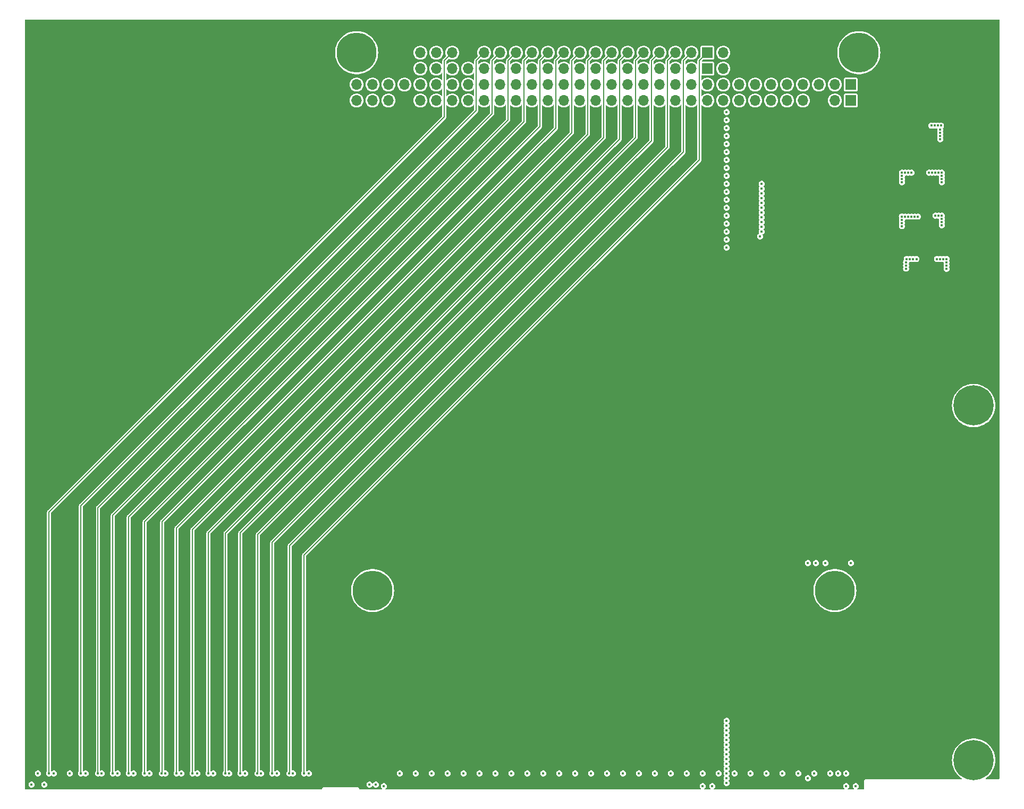
<source format=gbr>
%TF.GenerationSoftware,KiCad,Pcbnew,(7.0.0-0)*%
%TF.CreationDate,2023-03-28T15:20:12+02:00*%
%TF.ProjectId,PC104-ISA-Card,50433130-342d-4495-9341-2d436172642e,rev?*%
%TF.SameCoordinates,Original*%
%TF.FileFunction,Copper,L2,Inr*%
%TF.FilePolarity,Positive*%
%FSLAX46Y46*%
G04 Gerber Fmt 4.6, Leading zero omitted, Abs format (unit mm)*
G04 Created by KiCad (PCBNEW (7.0.0-0)) date 2023-03-28 15:20:12*
%MOMM*%
%LPD*%
G01*
G04 APERTURE LIST*
%TA.AperFunction,ComponentPad*%
%ADD10C,0.800000*%
%TD*%
%TA.AperFunction,ComponentPad*%
%ADD11C,6.400000*%
%TD*%
%TA.AperFunction,ComponentPad*%
%ADD12C,6.350000*%
%TD*%
%TA.AperFunction,ComponentPad*%
%ADD13R,1.700000X1.700000*%
%TD*%
%TA.AperFunction,ComponentPad*%
%ADD14O,1.700000X1.700000*%
%TD*%
%TA.AperFunction,ViaPad*%
%ADD15C,0.450000*%
%TD*%
%TA.AperFunction,Conductor*%
%ADD16C,0.127000*%
%TD*%
G04 APERTURE END LIST*
D10*
%TO.N,GND*%
%TO.C,H1*%
X192680000Y-149015000D03*
X193382944Y-147317944D03*
X193382944Y-150712056D03*
X195080000Y-146615000D03*
D11*
X195080000Y-149015000D03*
D10*
X195080000Y-151415000D03*
X196777056Y-147317944D03*
X196777056Y-150712056D03*
X197480000Y-149015000D03*
%TD*%
%TO.N,GND*%
%TO.C,H2*%
X192680000Y-92500000D03*
X193382944Y-90802944D03*
X193382944Y-94197056D03*
X195080000Y-90100000D03*
D11*
X195080000Y-92500000D03*
D10*
X195080000Y-94900000D03*
X196777056Y-90802944D03*
X196777056Y-94197056D03*
X197480000Y-92500000D03*
%TD*%
D12*
%TO.N,*%
%TO.C,J1*%
X99300000Y-121980000D03*
X172960000Y-121980000D03*
X96760000Y-36250000D03*
X176770000Y-36250000D03*
D13*
%TO.N,/IO{slash}~{IOCHK}*%
X175499999Y-41329999D03*
D14*
%TO.N,/DB7{slash}SD7*%
X172959999Y-41329999D03*
%TO.N,/DB6{slash}SD6*%
X170419999Y-41329999D03*
%TO.N,/DB5{slash}SD5*%
X167879999Y-41329999D03*
%TO.N,/DB4{slash}SD4*%
X165339999Y-41329999D03*
%TO.N,/DB3{slash}SD3*%
X162799999Y-41329999D03*
%TO.N,/DB2{slash}SD2*%
X160259999Y-41329999D03*
%TO.N,/DB1{slash}SD1*%
X157719999Y-41329999D03*
%TO.N,/DB0{slash}SD0*%
X155179999Y-41329999D03*
%TO.N,/IO_READY{slash}IOCHRDY*%
X152639999Y-41329999D03*
%TO.N,/AEN*%
X150099999Y-41329999D03*
%TO.N,/BA19{slash}SA19*%
X147559999Y-41329999D03*
%TO.N,/BA18{slash}SA18*%
X145019999Y-41329999D03*
%TO.N,/BA17{slash}SA17*%
X142479999Y-41329999D03*
%TO.N,/BA16{slash}SA16*%
X139939999Y-41329999D03*
%TO.N,/BA15{slash}SA15*%
X137399999Y-41329999D03*
%TO.N,/BA14{slash}SA14*%
X134859999Y-41329999D03*
%TO.N,/BA13{slash}SA13*%
X132319999Y-41329999D03*
%TO.N,/BA12{slash}SA12*%
X129779999Y-41329999D03*
%TO.N,/BA11{slash}SA11*%
X127239999Y-41329999D03*
%TO.N,/BA10{slash}SA10*%
X124699999Y-41329999D03*
%TO.N,/BA9{slash}SA9*%
X122159999Y-41329999D03*
%TO.N,/BA8{slash}SA8*%
X119619999Y-41329999D03*
%TO.N,/BA7{slash}SA7*%
X117079999Y-41329999D03*
%TO.N,/BA6{slash}SA6*%
X114539999Y-41329999D03*
%TO.N,/BA5{slash}SA5*%
X111999999Y-41329999D03*
%TO.N,/BA4{slash}SA4*%
X109459999Y-41329999D03*
%TO.N,/BA3{slash}SA3*%
X106919999Y-41329999D03*
%TO.N,/BA2{slash}SA2*%
X104379999Y-41329999D03*
%TO.N,/BA1{slash}SA1*%
X101839999Y-41329999D03*
%TO.N,/BA0{slash}SA0*%
X99299999Y-41329999D03*
%TO.N,GND*%
X96759999Y-41329999D03*
D13*
X175499999Y-43869999D03*
D14*
%TO.N,/RESET*%
X172959999Y-43869999D03*
%TO.N,+5V*%
X170419999Y-43869999D03*
%TO.N,/IRQ2{slash}IRQ9*%
X167879999Y-43869999D03*
%TO.N,-5V*%
X165339999Y-43869999D03*
%TO.N,/DRQ2*%
X162799999Y-43869999D03*
%TO.N,-12V*%
X160259999Y-43869999D03*
%TO.N,/~{SRDY}*%
X157719999Y-43869999D03*
%TO.N,+12V*%
X155179999Y-43869999D03*
%TO.N,unconnected-(J1-PadB10)*%
X152639999Y-43869999D03*
%TO.N,/~{SMEMW}*%
X150099999Y-43869999D03*
%TO.N,/~{SMEMR}*%
X147559999Y-43869999D03*
%TO.N,/~{IOW}*%
X145019999Y-43869999D03*
%TO.N,/~{IOR}*%
X142479999Y-43869999D03*
%TO.N,/~{DACK3}*%
X139939999Y-43869999D03*
%TO.N,/DRQ3*%
X137399999Y-43869999D03*
%TO.N,/~{DACK1}*%
X134859999Y-43869999D03*
%TO.N,/DRQ1*%
X132319999Y-43869999D03*
%TO.N,/~{REFRESH}*%
X129779999Y-43869999D03*
%TO.N,/CLK{slash}BCLK*%
X127239999Y-43869999D03*
%TO.N,/IRQ7*%
X124699999Y-43869999D03*
%TO.N,/IRQ6*%
X122159999Y-43869999D03*
%TO.N,/IRQ5*%
X119619999Y-43869999D03*
%TO.N,/IRQ4*%
X117079999Y-43869999D03*
%TO.N,/IRQ3*%
X114539999Y-43869999D03*
%TO.N,/~{DACK2}*%
X111999999Y-43869999D03*
%TO.N,/TC*%
X109459999Y-43869999D03*
%TO.N,/ALE{slash}BALE*%
X106919999Y-43869999D03*
%TO.N,+5V*%
X104379999Y-43869999D03*
%TO.N,/OSC*%
X101839999Y-43869999D03*
%TO.N,GND*%
X99299999Y-43869999D03*
X96759999Y-43869999D03*
X155179999Y-38789999D03*
D13*
%TO.N,/SBHE{slash}~{SBHE}*%
X152639999Y-38789999D03*
D14*
%TO.N,/LA23*%
X150099999Y-38789999D03*
%TO.N,/LA22*%
X147559999Y-38789999D03*
%TO.N,/LA21*%
X145019999Y-38789999D03*
%TO.N,/LA20*%
X142479999Y-38789999D03*
%TO.N,/LA19*%
X139939999Y-38789999D03*
%TO.N,/LA18*%
X137399999Y-38789999D03*
%TO.N,/LA17*%
X134859999Y-38789999D03*
%TO.N,/~{MEMR}*%
X132319999Y-38789999D03*
%TO.N,/~{MEMW}*%
X129779999Y-38789999D03*
%TO.N,/D8{slash}SD8*%
X127239999Y-38789999D03*
%TO.N,/D9{slash}SD9*%
X124699999Y-38789999D03*
%TO.N,/D10{slash}SD10*%
X122159999Y-38789999D03*
%TO.N,/D11{slash}SD11*%
X119619999Y-38789999D03*
%TO.N,/D12{slash}SD12*%
X117079999Y-38789999D03*
%TO.N,/D13{slash}SD13*%
X114539999Y-38789999D03*
%TO.N,/D14{slash}SD14*%
X111999999Y-38789999D03*
%TO.N,/D15{slash}SD15*%
X109459999Y-38789999D03*
%TO.N,unconnected-(J1-PadC19)*%
X106919999Y-38789999D03*
%TO.N,GND*%
X155179999Y-36249999D03*
D13*
%TO.N,/~{MEMCS16}*%
X152639999Y-36249999D03*
D14*
%TO.N,/~{IOCS16}*%
X150099999Y-36249999D03*
%TO.N,/IRQ10*%
X147559999Y-36249999D03*
%TO.N,/IRQ11*%
X145019999Y-36249999D03*
%TO.N,/IRQ12*%
X142479999Y-36249999D03*
%TO.N,/IRQ15*%
X139939999Y-36249999D03*
%TO.N,/IRQ14*%
X137399999Y-36249999D03*
%TO.N,/~{DACK0}*%
X134859999Y-36249999D03*
%TO.N,/DRQ0*%
X132319999Y-36249999D03*
%TO.N,/~{DACK5}*%
X129779999Y-36249999D03*
%TO.N,/DRQ5*%
X127239999Y-36249999D03*
%TO.N,/~{DACK6}*%
X124699999Y-36249999D03*
%TO.N,/DRQ6*%
X122159999Y-36249999D03*
%TO.N,/~{DACK7}*%
X119619999Y-36249999D03*
%TO.N,/DRQ7*%
X117079999Y-36249999D03*
%TO.N,+5V*%
X114539999Y-36249999D03*
%TO.N,/MASTER{slash}~{MASTER}*%
X111999999Y-36249999D03*
%TO.N,GND*%
X109459999Y-36249999D03*
X106919999Y-36249999D03*
%TD*%
D15*
%TO.N,GND*%
X136652000Y-151130000D03*
X189992000Y-63754000D03*
X153416000Y-153162000D03*
X123952000Y-151130000D03*
X189484000Y-62230000D03*
X175514000Y-117602000D03*
X190754000Y-70154800D03*
X46990000Y-152908000D03*
X162052000Y-151130000D03*
X189992000Y-56896000D03*
X190754000Y-69138800D03*
X188976000Y-55372000D03*
X189738000Y-50038000D03*
X113792000Y-151130000D03*
X98806000Y-152908000D03*
X167132000Y-151130000D03*
X126492000Y-151130000D03*
X141732000Y-151130000D03*
X169926000Y-117602000D03*
X99822000Y-152908000D03*
X189992000Y-63246000D03*
X189738000Y-49022000D03*
X151892000Y-153162000D03*
X189992000Y-55372000D03*
X189992000Y-62230000D03*
X149352000Y-151130000D03*
X174752000Y-153162000D03*
X188976000Y-62230000D03*
X106172000Y-151130000D03*
X139192000Y-151130000D03*
X169672000Y-151130000D03*
X144272000Y-151130000D03*
X174752000Y-151130000D03*
X190754000Y-69646800D03*
X176276000Y-153162000D03*
X189738000Y-48514000D03*
X116332000Y-151130000D03*
X189992000Y-62738000D03*
X118872000Y-151130000D03*
X171450000Y-117602000D03*
X190754000Y-70713600D03*
X164592000Y-151130000D03*
X189230000Y-69138800D03*
X188849000Y-47879000D03*
X189992000Y-56388000D03*
X156972000Y-151130000D03*
X159512000Y-151130000D03*
X129032000Y-151130000D03*
X187960000Y-55372000D03*
X168656000Y-117602000D03*
X146812000Y-151130000D03*
X111252000Y-151130000D03*
X188468000Y-55372000D03*
X172212000Y-151130000D03*
X189357000Y-47879000D03*
X189992000Y-55880000D03*
X108712000Y-151130000D03*
X189738000Y-69138800D03*
X189865000Y-47879000D03*
X190246000Y-69138800D03*
X131572000Y-151130000D03*
X44958000Y-152908000D03*
X121412000Y-151130000D03*
X154432000Y-151130000D03*
X189484000Y-55372000D03*
X151892000Y-151130000D03*
X189738000Y-49530000D03*
X134112000Y-151130000D03*
X101092000Y-153162000D03*
X103632000Y-151130000D03*
X188341000Y-47879000D03*
%TO.N,+5V*%
X170942000Y-150622000D03*
X185166000Y-48006000D03*
X169926000Y-153162000D03*
X183642000Y-51054000D03*
X170942000Y-148336000D03*
X183642000Y-49530000D03*
X183642000Y-50038000D03*
X105156000Y-153162000D03*
X183642000Y-48006000D03*
X183642000Y-49022000D03*
X170942000Y-152146000D03*
X51816000Y-153162000D03*
X170942000Y-149860000D03*
X50292000Y-153162000D03*
X170942000Y-146812000D03*
X183642000Y-50546000D03*
X184658000Y-48006000D03*
X171196000Y-153162000D03*
X170942000Y-147574000D03*
X170942000Y-149098000D03*
X183642000Y-51562000D03*
X103632000Y-153162000D03*
X184150000Y-48006000D03*
X183642000Y-48514000D03*
X170942000Y-151384000D03*
%TO.N,/RESET*%
X173482000Y-151130000D03*
%TO.N,/IRQ2{slash}IRQ9*%
X168656000Y-151892000D03*
%TO.N,-5V*%
X183642000Y-56388000D03*
X183642000Y-55372000D03*
X184150000Y-55372000D03*
X184658000Y-55372000D03*
X185166000Y-55372000D03*
X183642000Y-56896000D03*
X183642000Y-55880000D03*
%TO.N,-12V*%
X161290000Y-64770000D03*
X184658000Y-62382400D03*
X161290000Y-60198000D03*
X161290000Y-64008000D03*
X161290000Y-61722000D03*
X161036000Y-65532000D03*
X186182000Y-62382400D03*
X184150000Y-62382400D03*
X161290000Y-57912000D03*
X161290000Y-62484000D03*
X161290000Y-58674000D03*
X183639000Y-62360000D03*
X161290000Y-63246000D03*
X183642000Y-63906400D03*
X161290000Y-57150000D03*
X183642000Y-62890400D03*
X183642000Y-63398400D03*
X161290000Y-59436000D03*
X185674000Y-62382400D03*
X161290000Y-60960000D03*
X185166000Y-62382400D03*
%TO.N,+12V*%
X184302400Y-69646800D03*
X155702000Y-55880000D03*
X155702000Y-63500000D03*
X155702000Y-150368000D03*
X155702000Y-50800000D03*
X184912000Y-69138800D03*
X155702000Y-149606000D03*
X155702000Y-145796000D03*
X155702000Y-147320000D03*
X155702000Y-54610000D03*
X155702000Y-151130000D03*
X155702000Y-58420000D03*
X155702000Y-66040000D03*
X155702000Y-152654000D03*
X155702000Y-46990000D03*
X155702000Y-148844000D03*
X155702000Y-64770000D03*
X155702000Y-148082000D03*
X155702000Y-142748000D03*
X155702000Y-48260000D03*
X185420000Y-69138800D03*
X155702000Y-67310000D03*
X155702000Y-151892000D03*
X155702000Y-60960000D03*
X185953400Y-69139400D03*
X155702000Y-146558000D03*
X155702000Y-52070000D03*
X184302400Y-70662800D03*
X155702000Y-145034000D03*
X155702000Y-144272000D03*
X155702000Y-45720000D03*
X155702000Y-57150000D03*
X155702000Y-143510000D03*
X155702000Y-53340000D03*
X155702000Y-59690000D03*
X155702000Y-62230000D03*
X184302400Y-70154800D03*
X184404000Y-69138800D03*
X155702000Y-49530000D03*
%TO.N,/SBHE{slash}~{SBHE}*%
X89154000Y-151130000D03*
%TO.N,/LA23*%
X86614000Y-151130000D03*
%TO.N,/LA22*%
X84074000Y-151130000D03*
%TO.N,/LA21*%
X81534000Y-151130000D03*
%TO.N,/LA20*%
X78994000Y-151130000D03*
%TO.N,/LA19*%
X76454000Y-151130000D03*
%TO.N,/LA18*%
X73914000Y-151130000D03*
%TO.N,/LA17*%
X71374000Y-151130000D03*
%TO.N,/~{MEMR}*%
X68834000Y-151130000D03*
%TO.N,/~{MEMW}*%
X66294000Y-151130000D03*
%TO.N,/D8{slash}SD8*%
X63754000Y-151130000D03*
%TO.N,/D9{slash}SD9*%
X61214000Y-151130000D03*
%TO.N,/D10{slash}SD10*%
X58674000Y-151130000D03*
%TO.N,/D11{slash}SD11*%
X56134000Y-151130000D03*
%TO.N,/D12{slash}SD12*%
X53580000Y-151144000D03*
%TO.N,/D13{slash}SD13*%
X51054000Y-151130000D03*
%TO.N,/D14{slash}SD14*%
X48514000Y-151130000D03*
%TO.N,/D15{slash}SD15*%
X45974000Y-151130000D03*
%TO.N,/~{MEMCS16}*%
X88392000Y-151130000D03*
%TO.N,/~{IOCS16}*%
X86037497Y-151130000D03*
%TO.N,/IRQ10*%
X83312000Y-151130000D03*
%TO.N,/IRQ11*%
X80957497Y-151130000D03*
%TO.N,/IRQ12*%
X78232000Y-151130000D03*
%TO.N,/IRQ15*%
X75877497Y-151130000D03*
%TO.N,/IRQ14*%
X73152000Y-151130000D03*
%TO.N,/~{DACK0}*%
X70612000Y-151130000D03*
%TO.N,/DRQ0*%
X68072000Y-151130000D03*
%TO.N,/~{DACK5}*%
X65717497Y-151130000D03*
%TO.N,/DRQ5*%
X62992000Y-151130000D03*
%TO.N,/~{DACK6}*%
X60452000Y-151130000D03*
%TO.N,/DRQ6*%
X57912000Y-151130000D03*
%TO.N,/~{DACK7}*%
X55557497Y-151130000D03*
%TO.N,/DRQ7*%
X52832000Y-151130000D03*
%TO.N,/MASTER{slash}~{MASTER}*%
X47752000Y-151130000D03*
%TD*%
D16*
%TO.N,/~{MEMCS16}*%
X88392000Y-116332000D02*
X151384000Y-53340000D01*
X151384000Y-37506000D02*
X152640000Y-36250000D01*
X88392000Y-151130000D02*
X88392000Y-116332000D01*
X151384000Y-53340000D02*
X151384000Y-37506000D01*
%TO.N,/~{IOCS16}*%
X146304000Y-54610000D02*
X86106000Y-114808000D01*
X86106000Y-114808000D02*
X86106000Y-136652000D01*
X150100000Y-36250000D02*
X148844000Y-37506000D01*
X86106000Y-151061497D02*
X86037497Y-151130000D01*
X148844000Y-41148000D02*
X148844000Y-52070000D01*
X148844000Y-37506000D02*
X148844000Y-41148000D01*
X86106000Y-136652000D02*
X86106000Y-151061497D01*
X148844000Y-52070000D02*
X146304000Y-54610000D01*
%TO.N,/IRQ10*%
X146304000Y-37506000D02*
X147560000Y-36250000D01*
X146304000Y-51308000D02*
X146304000Y-37506000D01*
X83312000Y-151130000D02*
X83312000Y-114300000D01*
X83312000Y-114300000D02*
X146304000Y-51308000D01*
%TO.N,/IRQ11*%
X145020000Y-36250000D02*
X143764000Y-37506000D01*
X143764000Y-50292000D02*
X140462000Y-53594000D01*
X140462000Y-53594000D02*
X81026000Y-113030000D01*
X81026000Y-113030000D02*
X81026000Y-133858000D01*
X143764000Y-43434000D02*
X143764000Y-50292000D01*
X81026000Y-151061497D02*
X80957497Y-151130000D01*
X143764000Y-37506000D02*
X143764000Y-43434000D01*
X81026000Y-133858000D02*
X81026000Y-151061497D01*
%TO.N,/IRQ12*%
X141224000Y-49784000D02*
X141224000Y-37506000D01*
X78232000Y-112776000D02*
X141224000Y-49784000D01*
X78232000Y-151130000D02*
X78232000Y-112776000D01*
X141224000Y-37506000D02*
X142480000Y-36250000D01*
%TO.N,/IRQ15*%
X136652000Y-52070000D02*
X75877497Y-112844503D01*
X138684000Y-37506000D02*
X138684000Y-37592000D01*
X138684000Y-50038000D02*
X136652000Y-52070000D01*
X139940000Y-36250000D02*
X138684000Y-37506000D01*
X138684000Y-37592000D02*
X138684000Y-50038000D01*
X75877497Y-112844503D02*
X75877497Y-151130000D01*
%TO.N,/IRQ14*%
X136144000Y-49784000D02*
X136144000Y-37506000D01*
X73152000Y-112776000D02*
X136144000Y-49784000D01*
X136144000Y-37506000D02*
X137400000Y-36250000D01*
X73152000Y-151130000D02*
X73152000Y-112776000D01*
%TO.N,/~{DACK0}*%
X88392000Y-94488000D02*
X70612000Y-112268000D01*
X134860000Y-36250000D02*
X133604000Y-37506000D01*
X70612000Y-112268000D02*
X70612000Y-151130000D01*
X133604000Y-37506000D02*
X133604000Y-39878000D01*
X133604000Y-49276000D02*
X129540000Y-53340000D01*
X129540000Y-53340000D02*
X88392000Y-94488000D01*
X133604000Y-39878000D02*
X133604000Y-49276000D01*
%TO.N,/DRQ0*%
X132320000Y-36250000D02*
X131064000Y-37506000D01*
X68072000Y-112014000D02*
X68072000Y-151130000D01*
X131064000Y-49022000D02*
X68072000Y-112014000D01*
X131064000Y-37506000D02*
X131064000Y-49022000D01*
%TO.N,/~{DACK5}*%
X65786000Y-114300000D02*
X65786000Y-151061497D01*
X128524000Y-48260000D02*
X124460000Y-52324000D01*
X128524000Y-39878000D02*
X128524000Y-48260000D01*
X124460000Y-52324000D02*
X65786000Y-110998000D01*
X65786000Y-110998000D02*
X65786000Y-114300000D01*
X128524000Y-37506000D02*
X128524000Y-39878000D01*
X65786000Y-151061497D02*
X65717497Y-151130000D01*
X129780000Y-36250000D02*
X128524000Y-37506000D01*
%TO.N,/DRQ5*%
X62992000Y-110998000D02*
X125984000Y-48006000D01*
X62992000Y-151130000D02*
X62992000Y-110998000D01*
X125984000Y-37506000D02*
X127240000Y-36250000D01*
X125984000Y-48006000D02*
X125984000Y-37506000D01*
%TO.N,/~{DACK6}*%
X60452000Y-110236000D02*
X60452000Y-113284000D01*
X60452000Y-113284000D02*
X60452000Y-151130000D01*
X123444000Y-47244000D02*
X118110000Y-52578000D01*
X123444000Y-38100000D02*
X123444000Y-47244000D01*
X124700000Y-36250000D02*
X123444000Y-37506000D01*
X123444000Y-37506000D02*
X123444000Y-38100000D01*
X118110000Y-52578000D02*
X60452000Y-110236000D01*
%TO.N,/DRQ6*%
X57912000Y-109982000D02*
X120904000Y-46990000D01*
X120904000Y-37506000D02*
X122160000Y-36250000D01*
X57912000Y-151130000D02*
X57912000Y-109982000D01*
X120904000Y-46990000D02*
X120904000Y-37506000D01*
%TO.N,/~{DACK7}*%
X55557497Y-108780503D02*
X55557497Y-151130000D01*
X118364000Y-45974000D02*
X55557497Y-108780503D01*
X118364000Y-37506000D02*
X118364000Y-45974000D01*
X119620000Y-36250000D02*
X118364000Y-37506000D01*
%TO.N,/DRQ7*%
X115824000Y-37506000D02*
X117080000Y-36250000D01*
X52832000Y-151130000D02*
X52832000Y-108458000D01*
X52832000Y-108458000D02*
X115824000Y-45466000D01*
X115824000Y-45466000D02*
X115824000Y-37506000D01*
%TO.N,/MASTER{slash}~{MASTER}*%
X110744000Y-46482000D02*
X47752000Y-109474000D01*
X112000000Y-36250000D02*
X110744000Y-37506000D01*
X110744000Y-44057490D02*
X110744000Y-46482000D01*
X110744000Y-37506000D02*
X110744000Y-42418000D01*
X110744000Y-42418000D02*
X110744000Y-44057490D01*
X47752000Y-109474000D02*
X47752000Y-151130000D01*
%TD*%
%TA.AperFunction,Conductor*%
%TO.N,+5V*%
G36*
X199141048Y-30968952D02*
G01*
X199159500Y-31013500D01*
X199159500Y-151966500D01*
X199141048Y-152011048D01*
X199096500Y-152029500D01*
X196997328Y-152029500D01*
X196959202Y-152016654D01*
X196936624Y-151983354D01*
X196938802Y-151943181D01*
X196964848Y-151912518D01*
X197021468Y-151878451D01*
X197319681Y-151651756D01*
X197591635Y-151394147D01*
X197834143Y-151108645D01*
X198044361Y-150798597D01*
X198219824Y-150467637D01*
X198358476Y-150119647D01*
X198458691Y-149758706D01*
X198519294Y-149389046D01*
X198539574Y-149015000D01*
X198519294Y-148640954D01*
X198458691Y-148271294D01*
X198358476Y-147910353D01*
X198228965Y-147585305D01*
X198220456Y-147563949D01*
X198220455Y-147563947D01*
X198219824Y-147562363D01*
X198044361Y-147231403D01*
X198011895Y-147183520D01*
X197856203Y-146953891D01*
X197834143Y-146921355D01*
X197750858Y-146823305D01*
X197592746Y-146637161D01*
X197591635Y-146635853D01*
X197319681Y-146378244D01*
X197021468Y-146151549D01*
X197020010Y-146150672D01*
X197020006Y-146150669D01*
X196859013Y-146053803D01*
X196700494Y-145958425D01*
X196360520Y-145801136D01*
X196345277Y-145796000D01*
X196007158Y-145682074D01*
X196007154Y-145682073D01*
X196005534Y-145681527D01*
X196003869Y-145681160D01*
X196003860Y-145681158D01*
X195641358Y-145601366D01*
X195641347Y-145601364D01*
X195639697Y-145601001D01*
X195638019Y-145600818D01*
X195638010Y-145600817D01*
X195268994Y-145560684D01*
X195268985Y-145560683D01*
X195267298Y-145560500D01*
X194892702Y-145560500D01*
X194891015Y-145560683D01*
X194891005Y-145560684D01*
X194521989Y-145600817D01*
X194521977Y-145600818D01*
X194520303Y-145601001D01*
X194518655Y-145601363D01*
X194518641Y-145601366D01*
X194156139Y-145681158D01*
X194156126Y-145681161D01*
X194154466Y-145681527D01*
X194152849Y-145682071D01*
X194152841Y-145682074D01*
X193801099Y-145800590D01*
X193801090Y-145800593D01*
X193799480Y-145801136D01*
X193797934Y-145801850D01*
X193797927Y-145801854D01*
X193525225Y-145928020D01*
X193459506Y-145958425D01*
X193458056Y-145959297D01*
X193458053Y-145959299D01*
X193139993Y-146150669D01*
X193139980Y-146150677D01*
X193138532Y-146151549D01*
X193137177Y-146152578D01*
X193137174Y-146152581D01*
X192841681Y-146377208D01*
X192841673Y-146377214D01*
X192840319Y-146378244D01*
X192839081Y-146379415D01*
X192839077Y-146379420D01*
X192569607Y-146634676D01*
X192569602Y-146634680D01*
X192568365Y-146635853D01*
X192567262Y-146637151D01*
X192567253Y-146637161D01*
X192326964Y-146920050D01*
X192326951Y-146920066D01*
X192325857Y-146921355D01*
X192324902Y-146922762D01*
X192324897Y-146922770D01*
X192116595Y-147229991D01*
X192116584Y-147230008D01*
X192115639Y-147231403D01*
X192114841Y-147232906D01*
X192114841Y-147232908D01*
X192066305Y-147324458D01*
X191940176Y-147562363D01*
X191939550Y-147563932D01*
X191939543Y-147563949D01*
X191802151Y-147908778D01*
X191802148Y-147908786D01*
X191801524Y-147910353D01*
X191801073Y-147911976D01*
X191801069Y-147911989D01*
X191701764Y-148269652D01*
X191701760Y-148269667D01*
X191701309Y-148271294D01*
X191701035Y-148272961D01*
X191701032Y-148272978D01*
X191650913Y-148578694D01*
X191640706Y-148640954D01*
X191620426Y-149015000D01*
X191640706Y-149389046D01*
X191640980Y-149390720D01*
X191640981Y-149390725D01*
X191701032Y-149757021D01*
X191701034Y-149757034D01*
X191701309Y-149758706D01*
X191701761Y-149760336D01*
X191701764Y-149760347D01*
X191801069Y-150118010D01*
X191801524Y-150119647D01*
X191802150Y-150121218D01*
X191802151Y-150121221D01*
X191939543Y-150466050D01*
X191939547Y-150466060D01*
X191940176Y-150467637D01*
X192115639Y-150798597D01*
X192116589Y-150799999D01*
X192116595Y-150800008D01*
X192254513Y-151003421D01*
X192325857Y-151108645D01*
X192326958Y-151109941D01*
X192326964Y-151109949D01*
X192456135Y-151262020D01*
X192568365Y-151394147D01*
X192840319Y-151651756D01*
X193138532Y-151878451D01*
X193139993Y-151879330D01*
X193195152Y-151912518D01*
X193221198Y-151943181D01*
X193223376Y-151983354D01*
X193200798Y-152016654D01*
X193162672Y-152029500D01*
X178107648Y-152029500D01*
X177972352Y-152029500D01*
X177944050Y-152037809D01*
X177935274Y-152039718D01*
X177910544Y-152043274D01*
X177910534Y-152043276D01*
X177906082Y-152043917D01*
X177901987Y-152045786D01*
X177901987Y-152045787D01*
X177879261Y-152056165D01*
X177870843Y-152059305D01*
X177846858Y-152066348D01*
X177846856Y-152066348D01*
X177842537Y-152067617D01*
X177838750Y-152070050D01*
X177838747Y-152070052D01*
X177817728Y-152083560D01*
X177809842Y-152087866D01*
X177787112Y-152098246D01*
X177787101Y-152098252D01*
X177783013Y-152100120D01*
X177779609Y-152103068D01*
X177779611Y-152103068D01*
X177760723Y-152119434D01*
X177753531Y-152124817D01*
X177732513Y-152138325D01*
X177732507Y-152138329D01*
X177728720Y-152140764D01*
X177725772Y-152144164D01*
X177725767Y-152144170D01*
X177709404Y-152163053D01*
X177703053Y-152169404D01*
X177684170Y-152185767D01*
X177684164Y-152185772D01*
X177680764Y-152188720D01*
X177678329Y-152192507D01*
X177678325Y-152192513D01*
X177664817Y-152213531D01*
X177659436Y-152220720D01*
X177640120Y-152243013D01*
X177638252Y-152247101D01*
X177638246Y-152247112D01*
X177627866Y-152269842D01*
X177623560Y-152277728D01*
X177610052Y-152298747D01*
X177610050Y-152298750D01*
X177607617Y-152302537D01*
X177606348Y-152306856D01*
X177606348Y-152306858D01*
X177599305Y-152330843D01*
X177596165Y-152339261D01*
X177583917Y-152366082D01*
X177583276Y-152370534D01*
X177583274Y-152370544D01*
X177579718Y-152395274D01*
X177577809Y-152404050D01*
X177569500Y-152432352D01*
X177569500Y-152436861D01*
X177569500Y-153607000D01*
X177551048Y-153651548D01*
X177506500Y-153670000D01*
X176587006Y-153670000D01*
X176549251Y-153657434D01*
X176526558Y-153624749D01*
X176527978Y-153584984D01*
X176552946Y-153554001D01*
X176593235Y-153528109D01*
X176683529Y-153423903D01*
X176740808Y-153298480D01*
X176760431Y-153162000D01*
X176740808Y-153025520D01*
X176683529Y-152900097D01*
X176593235Y-152795891D01*
X176532699Y-152756987D01*
X176481032Y-152723782D01*
X176481026Y-152723779D01*
X176477240Y-152721346D01*
X176344942Y-152682500D01*
X176207058Y-152682500D01*
X176202733Y-152683769D01*
X176202732Y-152683770D01*
X176079084Y-152720076D01*
X176079081Y-152720077D01*
X176074760Y-152721346D01*
X176070975Y-152723778D01*
X176070967Y-152723782D01*
X175962555Y-152793455D01*
X175962553Y-152793456D01*
X175958765Y-152795891D01*
X175955816Y-152799293D01*
X175955814Y-152799296D01*
X175871423Y-152896690D01*
X175868471Y-152900097D01*
X175866601Y-152904190D01*
X175866598Y-152904196D01*
X175813063Y-153021421D01*
X175813061Y-153021426D01*
X175811192Y-153025520D01*
X175810551Y-153029973D01*
X175810550Y-153029979D01*
X175795849Y-153132229D01*
X175791569Y-153162000D01*
X175792210Y-153166458D01*
X175810550Y-153294020D01*
X175810551Y-153294024D01*
X175811192Y-153298480D01*
X175813062Y-153302574D01*
X175813063Y-153302578D01*
X175866598Y-153419803D01*
X175866600Y-153419806D01*
X175868471Y-153423903D01*
X175958765Y-153528109D01*
X175989293Y-153547728D01*
X175999054Y-153554001D01*
X176024022Y-153584984D01*
X176025442Y-153624749D01*
X176002749Y-153657434D01*
X175964994Y-153670000D01*
X175063006Y-153670000D01*
X175025251Y-153657434D01*
X175002558Y-153624749D01*
X175003978Y-153584984D01*
X175028946Y-153554001D01*
X175069235Y-153528109D01*
X175159529Y-153423903D01*
X175216808Y-153298480D01*
X175236431Y-153162000D01*
X175216808Y-153025520D01*
X175159529Y-152900097D01*
X175069235Y-152795891D01*
X175008699Y-152756987D01*
X174957032Y-152723782D01*
X174957026Y-152723779D01*
X174953240Y-152721346D01*
X174820942Y-152682500D01*
X174683058Y-152682500D01*
X174678733Y-152683769D01*
X174678732Y-152683770D01*
X174555084Y-152720076D01*
X174555081Y-152720077D01*
X174550760Y-152721346D01*
X174546975Y-152723778D01*
X174546967Y-152723782D01*
X174438555Y-152793455D01*
X174438553Y-152793456D01*
X174434765Y-152795891D01*
X174431816Y-152799293D01*
X174431814Y-152799296D01*
X174347423Y-152896690D01*
X174344471Y-152900097D01*
X174342601Y-152904190D01*
X174342598Y-152904196D01*
X174289063Y-153021421D01*
X174289061Y-153021426D01*
X174287192Y-153025520D01*
X174286551Y-153029973D01*
X174286550Y-153029979D01*
X174271849Y-153132229D01*
X174267569Y-153162000D01*
X174268210Y-153166458D01*
X174286550Y-153294020D01*
X174286551Y-153294024D01*
X174287192Y-153298480D01*
X174289062Y-153302574D01*
X174289063Y-153302578D01*
X174342598Y-153419803D01*
X174342600Y-153419806D01*
X174344471Y-153423903D01*
X174434765Y-153528109D01*
X174465293Y-153547728D01*
X174475054Y-153554001D01*
X174500022Y-153584984D01*
X174501442Y-153624749D01*
X174478749Y-153657434D01*
X174440994Y-153670000D01*
X153727006Y-153670000D01*
X153689251Y-153657434D01*
X153666558Y-153624749D01*
X153667978Y-153584984D01*
X153692946Y-153554001D01*
X153733235Y-153528109D01*
X153823529Y-153423903D01*
X153880808Y-153298480D01*
X153900431Y-153162000D01*
X153880808Y-153025520D01*
X153823529Y-152900097D01*
X153733235Y-152795891D01*
X153672699Y-152756987D01*
X153621032Y-152723782D01*
X153621026Y-152723779D01*
X153617240Y-152721346D01*
X153484942Y-152682500D01*
X153347058Y-152682500D01*
X153342733Y-152683769D01*
X153342732Y-152683770D01*
X153219084Y-152720076D01*
X153219081Y-152720077D01*
X153214760Y-152721346D01*
X153210975Y-152723778D01*
X153210967Y-152723782D01*
X153102555Y-152793455D01*
X153102553Y-152793456D01*
X153098765Y-152795891D01*
X153095816Y-152799293D01*
X153095814Y-152799296D01*
X153011423Y-152896690D01*
X153008471Y-152900097D01*
X153006601Y-152904190D01*
X153006598Y-152904196D01*
X152953063Y-153021421D01*
X152953061Y-153021426D01*
X152951192Y-153025520D01*
X152950551Y-153029973D01*
X152950550Y-153029979D01*
X152935849Y-153132229D01*
X152931569Y-153162000D01*
X152932210Y-153166458D01*
X152950550Y-153294020D01*
X152950551Y-153294024D01*
X152951192Y-153298480D01*
X152953062Y-153302574D01*
X152953063Y-153302578D01*
X153006598Y-153419803D01*
X153006600Y-153419806D01*
X153008471Y-153423903D01*
X153098765Y-153528109D01*
X153129293Y-153547728D01*
X153139054Y-153554001D01*
X153164022Y-153584984D01*
X153165442Y-153624749D01*
X153142749Y-153657434D01*
X153104994Y-153670000D01*
X152203006Y-153670000D01*
X152165251Y-153657434D01*
X152142558Y-153624749D01*
X152143978Y-153584984D01*
X152168946Y-153554001D01*
X152209235Y-153528109D01*
X152299529Y-153423903D01*
X152356808Y-153298480D01*
X152376431Y-153162000D01*
X152356808Y-153025520D01*
X152299529Y-152900097D01*
X152209235Y-152795891D01*
X152148699Y-152756987D01*
X152097032Y-152723782D01*
X152097026Y-152723779D01*
X152093240Y-152721346D01*
X151960942Y-152682500D01*
X151823058Y-152682500D01*
X151818733Y-152683769D01*
X151818732Y-152683770D01*
X151695084Y-152720076D01*
X151695081Y-152720077D01*
X151690760Y-152721346D01*
X151686975Y-152723778D01*
X151686967Y-152723782D01*
X151578555Y-152793455D01*
X151578553Y-152793456D01*
X151574765Y-152795891D01*
X151571816Y-152799293D01*
X151571814Y-152799296D01*
X151487423Y-152896690D01*
X151484471Y-152900097D01*
X151482601Y-152904190D01*
X151482598Y-152904196D01*
X151429063Y-153021421D01*
X151429061Y-153021426D01*
X151427192Y-153025520D01*
X151426551Y-153029973D01*
X151426550Y-153029979D01*
X151411849Y-153132229D01*
X151407569Y-153162000D01*
X151408210Y-153166458D01*
X151426550Y-153294020D01*
X151426551Y-153294024D01*
X151427192Y-153298480D01*
X151429062Y-153302574D01*
X151429063Y-153302578D01*
X151482598Y-153419803D01*
X151482600Y-153419806D01*
X151484471Y-153423903D01*
X151574765Y-153528109D01*
X151605293Y-153547728D01*
X151615054Y-153554001D01*
X151640022Y-153584984D01*
X151641442Y-153624749D01*
X151618749Y-153657434D01*
X151580994Y-153670000D01*
X101403006Y-153670000D01*
X101365251Y-153657434D01*
X101342558Y-153624749D01*
X101343978Y-153584984D01*
X101368946Y-153554001D01*
X101409235Y-153528109D01*
X101499529Y-153423903D01*
X101556808Y-153298480D01*
X101576431Y-153162000D01*
X101556808Y-153025520D01*
X101499529Y-152900097D01*
X101409235Y-152795891D01*
X101348699Y-152756987D01*
X101297032Y-152723782D01*
X101297026Y-152723779D01*
X101293240Y-152721346D01*
X101160942Y-152682500D01*
X101023058Y-152682500D01*
X101018733Y-152683769D01*
X101018732Y-152683770D01*
X100895084Y-152720076D01*
X100895081Y-152720077D01*
X100890760Y-152721346D01*
X100886975Y-152723778D01*
X100886967Y-152723782D01*
X100778555Y-152793455D01*
X100778553Y-152793456D01*
X100774765Y-152795891D01*
X100771816Y-152799293D01*
X100771814Y-152799296D01*
X100687423Y-152896690D01*
X100684471Y-152900097D01*
X100682601Y-152904190D01*
X100682598Y-152904196D01*
X100629063Y-153021421D01*
X100629061Y-153021426D01*
X100627192Y-153025520D01*
X100626551Y-153029973D01*
X100626550Y-153029979D01*
X100611849Y-153132229D01*
X100607569Y-153162000D01*
X100608210Y-153166458D01*
X100626550Y-153294020D01*
X100626551Y-153294024D01*
X100627192Y-153298480D01*
X100629062Y-153302574D01*
X100629063Y-153302578D01*
X100682598Y-153419803D01*
X100682600Y-153419806D01*
X100684471Y-153423903D01*
X100774765Y-153528109D01*
X100805293Y-153547728D01*
X100815054Y-153554001D01*
X100840022Y-153584984D01*
X100841442Y-153624749D01*
X100818749Y-153657434D01*
X100780994Y-153670000D01*
X97272061Y-153670000D01*
X97238001Y-153659999D01*
X97214755Y-153633172D01*
X97203832Y-153609255D01*
X97200694Y-153600843D01*
X97192383Y-153572537D01*
X97176437Y-153547726D01*
X97172129Y-153539836D01*
X97161752Y-153517112D01*
X97161751Y-153517111D01*
X97159880Y-153513013D01*
X97140567Y-153490725D01*
X97135181Y-153483530D01*
X97121674Y-153462513D01*
X97121672Y-153462511D01*
X97119236Y-153458720D01*
X97096951Y-153439409D01*
X97090597Y-153433055D01*
X97074231Y-153414169D01*
X97074229Y-153414167D01*
X97071280Y-153410764D01*
X97067492Y-153408329D01*
X97067488Y-153408326D01*
X97046467Y-153394816D01*
X97039272Y-153389430D01*
X97020393Y-153373071D01*
X97020391Y-153373070D01*
X97016987Y-153370120D01*
X96990162Y-153357869D01*
X96982275Y-153353562D01*
X96961254Y-153340052D01*
X96961246Y-153340048D01*
X96957463Y-153337617D01*
X96929159Y-153329306D01*
X96920740Y-153326165D01*
X96898021Y-153315790D01*
X96898016Y-153315788D01*
X96893918Y-153313917D01*
X96889462Y-153313276D01*
X96889451Y-153313273D01*
X96864726Y-153309718D01*
X96855946Y-153307808D01*
X96831976Y-153300770D01*
X96831970Y-153300769D01*
X96827648Y-153299500D01*
X96793648Y-153299500D01*
X91747648Y-153299500D01*
X91612352Y-153299500D01*
X91584050Y-153307809D01*
X91575274Y-153309718D01*
X91550544Y-153313274D01*
X91550534Y-153313276D01*
X91546082Y-153313917D01*
X91541987Y-153315786D01*
X91541987Y-153315787D01*
X91519261Y-153326165D01*
X91510843Y-153329305D01*
X91486858Y-153336348D01*
X91486856Y-153336348D01*
X91482537Y-153337617D01*
X91478750Y-153340050D01*
X91478747Y-153340052D01*
X91457728Y-153353560D01*
X91449842Y-153357866D01*
X91427112Y-153368246D01*
X91427101Y-153368252D01*
X91423013Y-153370120D01*
X91400728Y-153389430D01*
X91400723Y-153389434D01*
X91393531Y-153394817D01*
X91372513Y-153408325D01*
X91372507Y-153408329D01*
X91368720Y-153410764D01*
X91365772Y-153414164D01*
X91365767Y-153414170D01*
X91349404Y-153433053D01*
X91343053Y-153439404D01*
X91324170Y-153455767D01*
X91324164Y-153455772D01*
X91320764Y-153458720D01*
X91318329Y-153462507D01*
X91318325Y-153462513D01*
X91304817Y-153483531D01*
X91299436Y-153490720D01*
X91280120Y-153513013D01*
X91278252Y-153517101D01*
X91278246Y-153517112D01*
X91267866Y-153539842D01*
X91263560Y-153547728D01*
X91250052Y-153568747D01*
X91250050Y-153568750D01*
X91247617Y-153572537D01*
X91246348Y-153576856D01*
X91246348Y-153576858D01*
X91239305Y-153600843D01*
X91236165Y-153609260D01*
X91225248Y-153633168D01*
X91202002Y-153659998D01*
X91167940Y-153670000D01*
X43953500Y-153670000D01*
X43908952Y-153651548D01*
X43890500Y-153607000D01*
X43890500Y-152908000D01*
X44473569Y-152908000D01*
X44474210Y-152912458D01*
X44492550Y-153040020D01*
X44492551Y-153040024D01*
X44493192Y-153044480D01*
X44495062Y-153048574D01*
X44495063Y-153048578D01*
X44548598Y-153165803D01*
X44548600Y-153165806D01*
X44550471Y-153169903D01*
X44640765Y-153274109D01*
X44682251Y-153300770D01*
X44752967Y-153346217D01*
X44752970Y-153346218D01*
X44756760Y-153348654D01*
X44889058Y-153387500D01*
X45022434Y-153387500D01*
X45026942Y-153387500D01*
X45159240Y-153348654D01*
X45275235Y-153274109D01*
X45365529Y-153169903D01*
X45422808Y-153044480D01*
X45442431Y-152908000D01*
X46505569Y-152908000D01*
X46506210Y-152912458D01*
X46524550Y-153040020D01*
X46524551Y-153040024D01*
X46525192Y-153044480D01*
X46527062Y-153048574D01*
X46527063Y-153048578D01*
X46580598Y-153165803D01*
X46580600Y-153165806D01*
X46582471Y-153169903D01*
X46672765Y-153274109D01*
X46714251Y-153300770D01*
X46784967Y-153346217D01*
X46784970Y-153346218D01*
X46788760Y-153348654D01*
X46921058Y-153387500D01*
X47054434Y-153387500D01*
X47058942Y-153387500D01*
X47191240Y-153348654D01*
X47307235Y-153274109D01*
X47397529Y-153169903D01*
X47454808Y-153044480D01*
X47474431Y-152908000D01*
X98321569Y-152908000D01*
X98322210Y-152912458D01*
X98340550Y-153040020D01*
X98340551Y-153040024D01*
X98341192Y-153044480D01*
X98343062Y-153048574D01*
X98343063Y-153048578D01*
X98396598Y-153165803D01*
X98396600Y-153165806D01*
X98398471Y-153169903D01*
X98488765Y-153274109D01*
X98530251Y-153300770D01*
X98600967Y-153346217D01*
X98600970Y-153346218D01*
X98604760Y-153348654D01*
X98737058Y-153387500D01*
X98870434Y-153387500D01*
X98874942Y-153387500D01*
X99007240Y-153348654D01*
X99123235Y-153274109D01*
X99213529Y-153169903D01*
X99256693Y-153075386D01*
X99290585Y-153043071D01*
X99337415Y-153043071D01*
X99371307Y-153075387D01*
X99412598Y-153165803D01*
X99412600Y-153165806D01*
X99414471Y-153169903D01*
X99504765Y-153274109D01*
X99546251Y-153300770D01*
X99616967Y-153346217D01*
X99616970Y-153346218D01*
X99620760Y-153348654D01*
X99753058Y-153387500D01*
X99886434Y-153387500D01*
X99890942Y-153387500D01*
X100023240Y-153348654D01*
X100139235Y-153274109D01*
X100229529Y-153169903D01*
X100286808Y-153044480D01*
X100306431Y-152908000D01*
X100286808Y-152771520D01*
X100233138Y-152654000D01*
X155217569Y-152654000D01*
X155218210Y-152658458D01*
X155236550Y-152786020D01*
X155236551Y-152786024D01*
X155237192Y-152790480D01*
X155239062Y-152794574D01*
X155239063Y-152794578D01*
X155292598Y-152911803D01*
X155292600Y-152911806D01*
X155294471Y-152915903D01*
X155384765Y-153020109D01*
X155429064Y-153048578D01*
X155496967Y-153092217D01*
X155496970Y-153092218D01*
X155500760Y-153094654D01*
X155633058Y-153133500D01*
X155766434Y-153133500D01*
X155770942Y-153133500D01*
X155903240Y-153094654D01*
X156019235Y-153020109D01*
X156109529Y-152915903D01*
X156166808Y-152790480D01*
X156186431Y-152654000D01*
X156166808Y-152517520D01*
X156109529Y-152392097D01*
X156042079Y-152314255D01*
X156026692Y-152273000D01*
X156042080Y-152231744D01*
X156109529Y-152153903D01*
X156166808Y-152028480D01*
X156186431Y-151892000D01*
X168171569Y-151892000D01*
X168172210Y-151896458D01*
X168190550Y-152024020D01*
X168190551Y-152024024D01*
X168191192Y-152028480D01*
X168193062Y-152032574D01*
X168193063Y-152032578D01*
X168246598Y-152149803D01*
X168246600Y-152149806D01*
X168248471Y-152153903D01*
X168338765Y-152258109D01*
X168385107Y-152287891D01*
X168450967Y-152330217D01*
X168450970Y-152330218D01*
X168454760Y-152332654D01*
X168587058Y-152371500D01*
X168720434Y-152371500D01*
X168724942Y-152371500D01*
X168857240Y-152332654D01*
X168973235Y-152258109D01*
X169063529Y-152153903D01*
X169120808Y-152028480D01*
X169140431Y-151892000D01*
X169120808Y-151755520D01*
X169063529Y-151630097D01*
X168973235Y-151525891D01*
X168926893Y-151496109D01*
X168861032Y-151453782D01*
X168861026Y-151453779D01*
X168857240Y-151451346D01*
X168724942Y-151412500D01*
X168587058Y-151412500D01*
X168582733Y-151413769D01*
X168582732Y-151413770D01*
X168459084Y-151450076D01*
X168459081Y-151450077D01*
X168454760Y-151451346D01*
X168450975Y-151453778D01*
X168450967Y-151453782D01*
X168342555Y-151523455D01*
X168342553Y-151523456D01*
X168338765Y-151525891D01*
X168335816Y-151529293D01*
X168335814Y-151529296D01*
X168254187Y-151623500D01*
X168248471Y-151630097D01*
X168246601Y-151634190D01*
X168246598Y-151634196D01*
X168193063Y-151751421D01*
X168193061Y-151751426D01*
X168191192Y-151755520D01*
X168190551Y-151759973D01*
X168190550Y-151759979D01*
X168173666Y-151877418D01*
X168171569Y-151892000D01*
X156186431Y-151892000D01*
X156166808Y-151755520D01*
X156109529Y-151630097D01*
X156042079Y-151552255D01*
X156026692Y-151511000D01*
X156042080Y-151469744D01*
X156055911Y-151453782D01*
X156109529Y-151391903D01*
X156166808Y-151266480D01*
X156186431Y-151130000D01*
X156487569Y-151130000D01*
X156488210Y-151134458D01*
X156506550Y-151262020D01*
X156506551Y-151262024D01*
X156507192Y-151266480D01*
X156509062Y-151270574D01*
X156509063Y-151270578D01*
X156562598Y-151387803D01*
X156562600Y-151387806D01*
X156564471Y-151391903D01*
X156654765Y-151496109D01*
X156701107Y-151525891D01*
X156766967Y-151568217D01*
X156766970Y-151568218D01*
X156770760Y-151570654D01*
X156903058Y-151609500D01*
X157036434Y-151609500D01*
X157040942Y-151609500D01*
X157173240Y-151570654D01*
X157289235Y-151496109D01*
X157379529Y-151391903D01*
X157436808Y-151266480D01*
X157456431Y-151130000D01*
X159027569Y-151130000D01*
X159028210Y-151134458D01*
X159046550Y-151262020D01*
X159046551Y-151262024D01*
X159047192Y-151266480D01*
X159049062Y-151270574D01*
X159049063Y-151270578D01*
X159102598Y-151387803D01*
X159102600Y-151387806D01*
X159104471Y-151391903D01*
X159194765Y-151496109D01*
X159241107Y-151525891D01*
X159306967Y-151568217D01*
X159306970Y-151568218D01*
X159310760Y-151570654D01*
X159443058Y-151609500D01*
X159576434Y-151609500D01*
X159580942Y-151609500D01*
X159713240Y-151570654D01*
X159829235Y-151496109D01*
X159919529Y-151391903D01*
X159976808Y-151266480D01*
X159996431Y-151130000D01*
X161567569Y-151130000D01*
X161568210Y-151134458D01*
X161586550Y-151262020D01*
X161586551Y-151262024D01*
X161587192Y-151266480D01*
X161589062Y-151270574D01*
X161589063Y-151270578D01*
X161642598Y-151387803D01*
X161642600Y-151387806D01*
X161644471Y-151391903D01*
X161734765Y-151496109D01*
X161781107Y-151525891D01*
X161846967Y-151568217D01*
X161846970Y-151568218D01*
X161850760Y-151570654D01*
X161983058Y-151609500D01*
X162116434Y-151609500D01*
X162120942Y-151609500D01*
X162253240Y-151570654D01*
X162369235Y-151496109D01*
X162459529Y-151391903D01*
X162516808Y-151266480D01*
X162536431Y-151130000D01*
X164107569Y-151130000D01*
X164108210Y-151134458D01*
X164126550Y-151262020D01*
X164126551Y-151262024D01*
X164127192Y-151266480D01*
X164129062Y-151270574D01*
X164129063Y-151270578D01*
X164182598Y-151387803D01*
X164182600Y-151387806D01*
X164184471Y-151391903D01*
X164274765Y-151496109D01*
X164321107Y-151525891D01*
X164386967Y-151568217D01*
X164386970Y-151568218D01*
X164390760Y-151570654D01*
X164523058Y-151609500D01*
X164656434Y-151609500D01*
X164660942Y-151609500D01*
X164793240Y-151570654D01*
X164909235Y-151496109D01*
X164999529Y-151391903D01*
X165056808Y-151266480D01*
X165076431Y-151130000D01*
X166647569Y-151130000D01*
X166648210Y-151134458D01*
X166666550Y-151262020D01*
X166666551Y-151262024D01*
X166667192Y-151266480D01*
X166669062Y-151270574D01*
X166669063Y-151270578D01*
X166722598Y-151387803D01*
X166722600Y-151387806D01*
X166724471Y-151391903D01*
X166814765Y-151496109D01*
X166861107Y-151525891D01*
X166926967Y-151568217D01*
X166926970Y-151568218D01*
X166930760Y-151570654D01*
X167063058Y-151609500D01*
X167196434Y-151609500D01*
X167200942Y-151609500D01*
X167333240Y-151570654D01*
X167449235Y-151496109D01*
X167539529Y-151391903D01*
X167596808Y-151266480D01*
X167616431Y-151130000D01*
X169187569Y-151130000D01*
X169188210Y-151134458D01*
X169206550Y-151262020D01*
X169206551Y-151262024D01*
X169207192Y-151266480D01*
X169209062Y-151270574D01*
X169209063Y-151270578D01*
X169262598Y-151387803D01*
X169262600Y-151387806D01*
X169264471Y-151391903D01*
X169354765Y-151496109D01*
X169401107Y-151525891D01*
X169466967Y-151568217D01*
X169466970Y-151568218D01*
X169470760Y-151570654D01*
X169603058Y-151609500D01*
X169736434Y-151609500D01*
X169740942Y-151609500D01*
X169873240Y-151570654D01*
X169989235Y-151496109D01*
X170079529Y-151391903D01*
X170136808Y-151266480D01*
X170156431Y-151130000D01*
X171727569Y-151130000D01*
X171728210Y-151134458D01*
X171746550Y-151262020D01*
X171746551Y-151262024D01*
X171747192Y-151266480D01*
X171749062Y-151270574D01*
X171749063Y-151270578D01*
X171802598Y-151387803D01*
X171802600Y-151387806D01*
X171804471Y-151391903D01*
X171894765Y-151496109D01*
X171941107Y-151525891D01*
X172006967Y-151568217D01*
X172006970Y-151568218D01*
X172010760Y-151570654D01*
X172143058Y-151609500D01*
X172276434Y-151609500D01*
X172280942Y-151609500D01*
X172413240Y-151570654D01*
X172529235Y-151496109D01*
X172619529Y-151391903D01*
X172676808Y-151266480D01*
X172696431Y-151130000D01*
X172997569Y-151130000D01*
X172998210Y-151134458D01*
X173016550Y-151262020D01*
X173016551Y-151262024D01*
X173017192Y-151266480D01*
X173019062Y-151270574D01*
X173019063Y-151270578D01*
X173072598Y-151387803D01*
X173072600Y-151387806D01*
X173074471Y-151391903D01*
X173164765Y-151496109D01*
X173211107Y-151525891D01*
X173276967Y-151568217D01*
X173276970Y-151568218D01*
X173280760Y-151570654D01*
X173413058Y-151609500D01*
X173546434Y-151609500D01*
X173550942Y-151609500D01*
X173683240Y-151570654D01*
X173799235Y-151496109D01*
X173889529Y-151391903D01*
X173946808Y-151266480D01*
X173966431Y-151130000D01*
X174267569Y-151130000D01*
X174268210Y-151134458D01*
X174286550Y-151262020D01*
X174286551Y-151262024D01*
X174287192Y-151266480D01*
X174289062Y-151270574D01*
X174289063Y-151270578D01*
X174342598Y-151387803D01*
X174342600Y-151387806D01*
X174344471Y-151391903D01*
X174434765Y-151496109D01*
X174481107Y-151525891D01*
X174546967Y-151568217D01*
X174546970Y-151568218D01*
X174550760Y-151570654D01*
X174683058Y-151609500D01*
X174816434Y-151609500D01*
X174820942Y-151609500D01*
X174953240Y-151570654D01*
X175069235Y-151496109D01*
X175159529Y-151391903D01*
X175216808Y-151266480D01*
X175236431Y-151130000D01*
X175216808Y-150993520D01*
X175159529Y-150868097D01*
X175069235Y-150763891D01*
X175022893Y-150734109D01*
X174957032Y-150691782D01*
X174957026Y-150691779D01*
X174953240Y-150689346D01*
X174941701Y-150685958D01*
X174861252Y-150662336D01*
X174820942Y-150650500D01*
X174683058Y-150650500D01*
X174678733Y-150651769D01*
X174678732Y-150651770D01*
X174555084Y-150688076D01*
X174555081Y-150688077D01*
X174550760Y-150689346D01*
X174546975Y-150691778D01*
X174546967Y-150691782D01*
X174438555Y-150761455D01*
X174438553Y-150761456D01*
X174434765Y-150763891D01*
X174431816Y-150767293D01*
X174431814Y-150767296D01*
X174371000Y-150837480D01*
X174344471Y-150868097D01*
X174342601Y-150872190D01*
X174342598Y-150872196D01*
X174289063Y-150989421D01*
X174289061Y-150989426D01*
X174287192Y-150993520D01*
X174286551Y-150997973D01*
X174286550Y-150997979D01*
X174270843Y-151107229D01*
X174267569Y-151130000D01*
X173966431Y-151130000D01*
X173946808Y-150993520D01*
X173889529Y-150868097D01*
X173799235Y-150763891D01*
X173752893Y-150734109D01*
X173687032Y-150691782D01*
X173687026Y-150691779D01*
X173683240Y-150689346D01*
X173671701Y-150685958D01*
X173591252Y-150662336D01*
X173550942Y-150650500D01*
X173413058Y-150650500D01*
X173408733Y-150651769D01*
X173408732Y-150651770D01*
X173285084Y-150688076D01*
X173285081Y-150688077D01*
X173280760Y-150689346D01*
X173276975Y-150691778D01*
X173276967Y-150691782D01*
X173168555Y-150761455D01*
X173168553Y-150761456D01*
X173164765Y-150763891D01*
X173161816Y-150767293D01*
X173161814Y-150767296D01*
X173101000Y-150837480D01*
X173074471Y-150868097D01*
X173072601Y-150872190D01*
X173072598Y-150872196D01*
X173019063Y-150989421D01*
X173019061Y-150989426D01*
X173017192Y-150993520D01*
X173016551Y-150997973D01*
X173016550Y-150997979D01*
X173000843Y-151107229D01*
X172997569Y-151130000D01*
X172696431Y-151130000D01*
X172676808Y-150993520D01*
X172619529Y-150868097D01*
X172529235Y-150763891D01*
X172482893Y-150734109D01*
X172417032Y-150691782D01*
X172417026Y-150691779D01*
X172413240Y-150689346D01*
X172401701Y-150685958D01*
X172321252Y-150662336D01*
X172280942Y-150650500D01*
X172143058Y-150650500D01*
X172138733Y-150651769D01*
X172138732Y-150651770D01*
X172015084Y-150688076D01*
X172015081Y-150688077D01*
X172010760Y-150689346D01*
X172006975Y-150691778D01*
X172006967Y-150691782D01*
X171898555Y-150761455D01*
X171898553Y-150761456D01*
X171894765Y-150763891D01*
X171891816Y-150767293D01*
X171891814Y-150767296D01*
X171831000Y-150837480D01*
X171804471Y-150868097D01*
X171802601Y-150872190D01*
X171802598Y-150872196D01*
X171749063Y-150989421D01*
X171749061Y-150989426D01*
X171747192Y-150993520D01*
X171746551Y-150997973D01*
X171746550Y-150997979D01*
X171730843Y-151107229D01*
X171727569Y-151130000D01*
X170156431Y-151130000D01*
X170136808Y-150993520D01*
X170079529Y-150868097D01*
X169989235Y-150763891D01*
X169942893Y-150734109D01*
X169877032Y-150691782D01*
X169877026Y-150691779D01*
X169873240Y-150689346D01*
X169861701Y-150685958D01*
X169781252Y-150662336D01*
X169740942Y-150650500D01*
X169603058Y-150650500D01*
X169598733Y-150651769D01*
X169598732Y-150651770D01*
X169475084Y-150688076D01*
X169475081Y-150688077D01*
X169470760Y-150689346D01*
X169466975Y-150691778D01*
X169466967Y-150691782D01*
X169358555Y-150761455D01*
X169358553Y-150761456D01*
X169354765Y-150763891D01*
X169351816Y-150767293D01*
X169351814Y-150767296D01*
X169291000Y-150837480D01*
X169264471Y-150868097D01*
X169262601Y-150872190D01*
X169262598Y-150872196D01*
X169209063Y-150989421D01*
X169209061Y-150989426D01*
X169207192Y-150993520D01*
X169206551Y-150997973D01*
X169206550Y-150997979D01*
X169190843Y-151107229D01*
X169187569Y-151130000D01*
X167616431Y-151130000D01*
X167596808Y-150993520D01*
X167539529Y-150868097D01*
X167449235Y-150763891D01*
X167402893Y-150734109D01*
X167337032Y-150691782D01*
X167337026Y-150691779D01*
X167333240Y-150689346D01*
X167321701Y-150685958D01*
X167241252Y-150662336D01*
X167200942Y-150650500D01*
X167063058Y-150650500D01*
X167058733Y-150651769D01*
X167058732Y-150651770D01*
X166935084Y-150688076D01*
X166935081Y-150688077D01*
X166930760Y-150689346D01*
X166926975Y-150691778D01*
X166926967Y-150691782D01*
X166818555Y-150761455D01*
X166818553Y-150761456D01*
X166814765Y-150763891D01*
X166811816Y-150767293D01*
X166811814Y-150767296D01*
X166751000Y-150837480D01*
X166724471Y-150868097D01*
X166722601Y-150872190D01*
X166722598Y-150872196D01*
X166669063Y-150989421D01*
X166669061Y-150989426D01*
X166667192Y-150993520D01*
X166666551Y-150997973D01*
X166666550Y-150997979D01*
X166650843Y-151107229D01*
X166647569Y-151130000D01*
X165076431Y-151130000D01*
X165056808Y-150993520D01*
X164999529Y-150868097D01*
X164909235Y-150763891D01*
X164862893Y-150734109D01*
X164797032Y-150691782D01*
X164797026Y-150691779D01*
X164793240Y-150689346D01*
X164781701Y-150685958D01*
X164701252Y-150662336D01*
X164660942Y-150650500D01*
X164523058Y-150650500D01*
X164518733Y-150651769D01*
X164518732Y-150651770D01*
X164395084Y-150688076D01*
X164395081Y-150688077D01*
X164390760Y-150689346D01*
X164386975Y-150691778D01*
X164386967Y-150691782D01*
X164278555Y-150761455D01*
X164278553Y-150761456D01*
X164274765Y-150763891D01*
X164271816Y-150767293D01*
X164271814Y-150767296D01*
X164211000Y-150837480D01*
X164184471Y-150868097D01*
X164182601Y-150872190D01*
X164182598Y-150872196D01*
X164129063Y-150989421D01*
X164129061Y-150989426D01*
X164127192Y-150993520D01*
X164126551Y-150997973D01*
X164126550Y-150997979D01*
X164110843Y-151107229D01*
X164107569Y-151130000D01*
X162536431Y-151130000D01*
X162516808Y-150993520D01*
X162459529Y-150868097D01*
X162369235Y-150763891D01*
X162322893Y-150734109D01*
X162257032Y-150691782D01*
X162257026Y-150691779D01*
X162253240Y-150689346D01*
X162241701Y-150685958D01*
X162161252Y-150662336D01*
X162120942Y-150650500D01*
X161983058Y-150650500D01*
X161978733Y-150651769D01*
X161978732Y-150651770D01*
X161855084Y-150688076D01*
X161855081Y-150688077D01*
X161850760Y-150689346D01*
X161846975Y-150691778D01*
X161846967Y-150691782D01*
X161738555Y-150761455D01*
X161738553Y-150761456D01*
X161734765Y-150763891D01*
X161731816Y-150767293D01*
X161731814Y-150767296D01*
X161671000Y-150837480D01*
X161644471Y-150868097D01*
X161642601Y-150872190D01*
X161642598Y-150872196D01*
X161589063Y-150989421D01*
X161589061Y-150989426D01*
X161587192Y-150993520D01*
X161586551Y-150997973D01*
X161586550Y-150997979D01*
X161570843Y-151107229D01*
X161567569Y-151130000D01*
X159996431Y-151130000D01*
X159976808Y-150993520D01*
X159919529Y-150868097D01*
X159829235Y-150763891D01*
X159782893Y-150734109D01*
X159717032Y-150691782D01*
X159717026Y-150691779D01*
X159713240Y-150689346D01*
X159701701Y-150685958D01*
X159621252Y-150662336D01*
X159580942Y-150650500D01*
X159443058Y-150650500D01*
X159438733Y-150651769D01*
X159438732Y-150651770D01*
X159315084Y-150688076D01*
X159315081Y-150688077D01*
X159310760Y-150689346D01*
X159306975Y-150691778D01*
X159306967Y-150691782D01*
X159198555Y-150761455D01*
X159198553Y-150761456D01*
X159194765Y-150763891D01*
X159191816Y-150767293D01*
X159191814Y-150767296D01*
X159131000Y-150837480D01*
X159104471Y-150868097D01*
X159102601Y-150872190D01*
X159102598Y-150872196D01*
X159049063Y-150989421D01*
X159049061Y-150989426D01*
X159047192Y-150993520D01*
X159046551Y-150997973D01*
X159046550Y-150997979D01*
X159030843Y-151107229D01*
X159027569Y-151130000D01*
X157456431Y-151130000D01*
X157436808Y-150993520D01*
X157379529Y-150868097D01*
X157289235Y-150763891D01*
X157242893Y-150734109D01*
X157177032Y-150691782D01*
X157177026Y-150691779D01*
X157173240Y-150689346D01*
X157161701Y-150685958D01*
X157081252Y-150662336D01*
X157040942Y-150650500D01*
X156903058Y-150650500D01*
X156898733Y-150651769D01*
X156898732Y-150651770D01*
X156775084Y-150688076D01*
X156775081Y-150688077D01*
X156770760Y-150689346D01*
X156766975Y-150691778D01*
X156766967Y-150691782D01*
X156658555Y-150761455D01*
X156658553Y-150761456D01*
X156654765Y-150763891D01*
X156651816Y-150767293D01*
X156651814Y-150767296D01*
X156591000Y-150837480D01*
X156564471Y-150868097D01*
X156562601Y-150872190D01*
X156562598Y-150872196D01*
X156509063Y-150989421D01*
X156509061Y-150989426D01*
X156507192Y-150993520D01*
X156506551Y-150997973D01*
X156506550Y-150997979D01*
X156490843Y-151107229D01*
X156487569Y-151130000D01*
X156186431Y-151130000D01*
X156166808Y-150993520D01*
X156109529Y-150868097D01*
X156042079Y-150790255D01*
X156026692Y-150749000D01*
X156042080Y-150707744D01*
X156055911Y-150691782D01*
X156109529Y-150629903D01*
X156166808Y-150504480D01*
X156186431Y-150368000D01*
X156166808Y-150231520D01*
X156109529Y-150106097D01*
X156042079Y-150028255D01*
X156026692Y-149987000D01*
X156042080Y-149945744D01*
X156042081Y-149945743D01*
X156109529Y-149867903D01*
X156166808Y-149742480D01*
X156186431Y-149606000D01*
X156166808Y-149469520D01*
X156109529Y-149344097D01*
X156042079Y-149266255D01*
X156026692Y-149225000D01*
X156042080Y-149183744D01*
X156109529Y-149105903D01*
X156166808Y-148980480D01*
X156186431Y-148844000D01*
X156166808Y-148707520D01*
X156109529Y-148582097D01*
X156042079Y-148504255D01*
X156026692Y-148463000D01*
X156042080Y-148421744D01*
X156109529Y-148343903D01*
X156166808Y-148218480D01*
X156186431Y-148082000D01*
X156166808Y-147945520D01*
X156109529Y-147820097D01*
X156042079Y-147742255D01*
X156026692Y-147701000D01*
X156042080Y-147659744D01*
X156109529Y-147581903D01*
X156166808Y-147456480D01*
X156186431Y-147320000D01*
X156166808Y-147183520D01*
X156109529Y-147058097D01*
X156042079Y-146980255D01*
X156026692Y-146939000D01*
X156042080Y-146897744D01*
X156109529Y-146819903D01*
X156166808Y-146694480D01*
X156186431Y-146558000D01*
X156166808Y-146421520D01*
X156109529Y-146296097D01*
X156042079Y-146218255D01*
X156026692Y-146177000D01*
X156042080Y-146135744D01*
X156109529Y-146057903D01*
X156166808Y-145932480D01*
X156186431Y-145796000D01*
X156166808Y-145659520D01*
X156109529Y-145534097D01*
X156042079Y-145456255D01*
X156026692Y-145415000D01*
X156042080Y-145373744D01*
X156109529Y-145295903D01*
X156166808Y-145170480D01*
X156186431Y-145034000D01*
X156166808Y-144897520D01*
X156109529Y-144772097D01*
X156042079Y-144694255D01*
X156026692Y-144653000D01*
X156042080Y-144611744D01*
X156109529Y-144533903D01*
X156166808Y-144408480D01*
X156186431Y-144272000D01*
X156166808Y-144135520D01*
X156109529Y-144010097D01*
X156042079Y-143932255D01*
X156026692Y-143891000D01*
X156042080Y-143849744D01*
X156109529Y-143771903D01*
X156166808Y-143646480D01*
X156186431Y-143510000D01*
X156166808Y-143373520D01*
X156109529Y-143248097D01*
X156042079Y-143170255D01*
X156026692Y-143129000D01*
X156042080Y-143087744D01*
X156042081Y-143087743D01*
X156109529Y-143009903D01*
X156166808Y-142884480D01*
X156186431Y-142748000D01*
X156166808Y-142611520D01*
X156109529Y-142486097D01*
X156019235Y-142381891D01*
X155988708Y-142362272D01*
X155907032Y-142309782D01*
X155907026Y-142309779D01*
X155903240Y-142307346D01*
X155770942Y-142268500D01*
X155633058Y-142268500D01*
X155628733Y-142269769D01*
X155628732Y-142269770D01*
X155505084Y-142306076D01*
X155505081Y-142306077D01*
X155500760Y-142307346D01*
X155496975Y-142309778D01*
X155496967Y-142309782D01*
X155388555Y-142379455D01*
X155388553Y-142379456D01*
X155384765Y-142381891D01*
X155381816Y-142385293D01*
X155381814Y-142385296D01*
X155297423Y-142482690D01*
X155294471Y-142486097D01*
X155292601Y-142490190D01*
X155292598Y-142490196D01*
X155239063Y-142607421D01*
X155239061Y-142607426D01*
X155237192Y-142611520D01*
X155236551Y-142615973D01*
X155236550Y-142615979D01*
X155218844Y-142739126D01*
X155217569Y-142748000D01*
X155218210Y-142752458D01*
X155236550Y-142880020D01*
X155236551Y-142880024D01*
X155237192Y-142884480D01*
X155239062Y-142888574D01*
X155239063Y-142888578D01*
X155292598Y-143005803D01*
X155292600Y-143005806D01*
X155294471Y-143009903D01*
X155361919Y-143087743D01*
X155377307Y-143128999D01*
X155361920Y-143170254D01*
X155297422Y-143244690D01*
X155297418Y-143244695D01*
X155294471Y-143248097D01*
X155292601Y-143252190D01*
X155292598Y-143252196D01*
X155239063Y-143369421D01*
X155239061Y-143369426D01*
X155237192Y-143373520D01*
X155236551Y-143377973D01*
X155236550Y-143377979D01*
X155218844Y-143501126D01*
X155217569Y-143510000D01*
X155218210Y-143514458D01*
X155236550Y-143642020D01*
X155236551Y-143642024D01*
X155237192Y-143646480D01*
X155239062Y-143650574D01*
X155239063Y-143650578D01*
X155292598Y-143767803D01*
X155292600Y-143767806D01*
X155294471Y-143771903D01*
X155361920Y-143849744D01*
X155377307Y-143891000D01*
X155361920Y-143932255D01*
X155294471Y-144010097D01*
X155292601Y-144014190D01*
X155292598Y-144014196D01*
X155239063Y-144131421D01*
X155239061Y-144131426D01*
X155237192Y-144135520D01*
X155236551Y-144139973D01*
X155236550Y-144139979D01*
X155218844Y-144263126D01*
X155217569Y-144272000D01*
X155218210Y-144276458D01*
X155236550Y-144404020D01*
X155236551Y-144404024D01*
X155237192Y-144408480D01*
X155239062Y-144412574D01*
X155239063Y-144412578D01*
X155292598Y-144529803D01*
X155292600Y-144529806D01*
X155294471Y-144533903D01*
X155361920Y-144611744D01*
X155377307Y-144653000D01*
X155361920Y-144694255D01*
X155294471Y-144772097D01*
X155292601Y-144776190D01*
X155292598Y-144776196D01*
X155239063Y-144893421D01*
X155239061Y-144893426D01*
X155237192Y-144897520D01*
X155236551Y-144901973D01*
X155236550Y-144901979D01*
X155218844Y-145025126D01*
X155217569Y-145034000D01*
X155218210Y-145038458D01*
X155236550Y-145166020D01*
X155236551Y-145166024D01*
X155237192Y-145170480D01*
X155239062Y-145174574D01*
X155239063Y-145174578D01*
X155292598Y-145291803D01*
X155292600Y-145291806D01*
X155294471Y-145295903D01*
X155361920Y-145373744D01*
X155377307Y-145415000D01*
X155361920Y-145456255D01*
X155294471Y-145534097D01*
X155292601Y-145538190D01*
X155292598Y-145538196D01*
X155239063Y-145655421D01*
X155239061Y-145655426D01*
X155237192Y-145659520D01*
X155236551Y-145663973D01*
X155236550Y-145663979D01*
X155218844Y-145787126D01*
X155217569Y-145796000D01*
X155218210Y-145800458D01*
X155236550Y-145928020D01*
X155236551Y-145928024D01*
X155237192Y-145932480D01*
X155239062Y-145936574D01*
X155239063Y-145936578D01*
X155292598Y-146053803D01*
X155292600Y-146053806D01*
X155294471Y-146057903D01*
X155361920Y-146135744D01*
X155377307Y-146177000D01*
X155361920Y-146218255D01*
X155294471Y-146296097D01*
X155292601Y-146300190D01*
X155292598Y-146300196D01*
X155239063Y-146417421D01*
X155239061Y-146417426D01*
X155237192Y-146421520D01*
X155236551Y-146425973D01*
X155236550Y-146425979D01*
X155218844Y-146549126D01*
X155217569Y-146558000D01*
X155218210Y-146562458D01*
X155236550Y-146690020D01*
X155236551Y-146690024D01*
X155237192Y-146694480D01*
X155239062Y-146698574D01*
X155239063Y-146698578D01*
X155292598Y-146815803D01*
X155292600Y-146815806D01*
X155294471Y-146819903D01*
X155361920Y-146897744D01*
X155377307Y-146939000D01*
X155361920Y-146980255D01*
X155294471Y-147058097D01*
X155292601Y-147062190D01*
X155292598Y-147062196D01*
X155239063Y-147179421D01*
X155239061Y-147179426D01*
X155237192Y-147183520D01*
X155236551Y-147187973D01*
X155236550Y-147187979D01*
X155218844Y-147311126D01*
X155217569Y-147320000D01*
X155218210Y-147324458D01*
X155236550Y-147452020D01*
X155236551Y-147452024D01*
X155237192Y-147456480D01*
X155239062Y-147460574D01*
X155239063Y-147460578D01*
X155292598Y-147577803D01*
X155292600Y-147577806D01*
X155294471Y-147581903D01*
X155361920Y-147659744D01*
X155377307Y-147701000D01*
X155361920Y-147742255D01*
X155294471Y-147820097D01*
X155292601Y-147824190D01*
X155292598Y-147824196D01*
X155239063Y-147941421D01*
X155239061Y-147941426D01*
X155237192Y-147945520D01*
X155236551Y-147949973D01*
X155236550Y-147949979D01*
X155218844Y-148073126D01*
X155217569Y-148082000D01*
X155218210Y-148086458D01*
X155236550Y-148214020D01*
X155236551Y-148214024D01*
X155237192Y-148218480D01*
X155239062Y-148222574D01*
X155239063Y-148222578D01*
X155292598Y-148339803D01*
X155292600Y-148339806D01*
X155294471Y-148343903D01*
X155361920Y-148421744D01*
X155377307Y-148463000D01*
X155361920Y-148504255D01*
X155294471Y-148582097D01*
X155292601Y-148586190D01*
X155292598Y-148586196D01*
X155239063Y-148703421D01*
X155239061Y-148703426D01*
X155237192Y-148707520D01*
X155236551Y-148711973D01*
X155236550Y-148711979D01*
X155218844Y-148835126D01*
X155217569Y-148844000D01*
X155218210Y-148848458D01*
X155236550Y-148976020D01*
X155236551Y-148976024D01*
X155237192Y-148980480D01*
X155239062Y-148984574D01*
X155239063Y-148984578D01*
X155292598Y-149101803D01*
X155292600Y-149101806D01*
X155294471Y-149105903D01*
X155361920Y-149183744D01*
X155377307Y-149225000D01*
X155361920Y-149266255D01*
X155294471Y-149344097D01*
X155292601Y-149348190D01*
X155292598Y-149348196D01*
X155239063Y-149465421D01*
X155239061Y-149465426D01*
X155237192Y-149469520D01*
X155236551Y-149473973D01*
X155236550Y-149473979D01*
X155218844Y-149597126D01*
X155217569Y-149606000D01*
X155218210Y-149610458D01*
X155236550Y-149738020D01*
X155236551Y-149738024D01*
X155237192Y-149742480D01*
X155239062Y-149746574D01*
X155239063Y-149746578D01*
X155292598Y-149863803D01*
X155292600Y-149863806D01*
X155294471Y-149867903D01*
X155361919Y-149945743D01*
X155377307Y-149986999D01*
X155361920Y-150028254D01*
X155297422Y-150102690D01*
X155297418Y-150102695D01*
X155294471Y-150106097D01*
X155292601Y-150110190D01*
X155292598Y-150110196D01*
X155239063Y-150227421D01*
X155239061Y-150227426D01*
X155237192Y-150231520D01*
X155236551Y-150235973D01*
X155236550Y-150235979D01*
X155218844Y-150359126D01*
X155217569Y-150368000D01*
X155218210Y-150372458D01*
X155236550Y-150500020D01*
X155236551Y-150500024D01*
X155237192Y-150504480D01*
X155239062Y-150508574D01*
X155239063Y-150508578D01*
X155292598Y-150625803D01*
X155292600Y-150625806D01*
X155294471Y-150629903D01*
X155343119Y-150686046D01*
X155361920Y-150707744D01*
X155377307Y-150749000D01*
X155361920Y-150790255D01*
X155294471Y-150868097D01*
X155292601Y-150872190D01*
X155292598Y-150872196D01*
X155239063Y-150989421D01*
X155239061Y-150989426D01*
X155237192Y-150993520D01*
X155236551Y-150997973D01*
X155236550Y-150997979D01*
X155220843Y-151107229D01*
X155217569Y-151130000D01*
X155218210Y-151134458D01*
X155236550Y-151262020D01*
X155236551Y-151262024D01*
X155237192Y-151266480D01*
X155239062Y-151270574D01*
X155239063Y-151270578D01*
X155292598Y-151387803D01*
X155292600Y-151387806D01*
X155294471Y-151391903D01*
X155321000Y-151422519D01*
X155361920Y-151469744D01*
X155377307Y-151511000D01*
X155361920Y-151552255D01*
X155294471Y-151630097D01*
X155292601Y-151634190D01*
X155292598Y-151634196D01*
X155239063Y-151751421D01*
X155239061Y-151751426D01*
X155237192Y-151755520D01*
X155236551Y-151759973D01*
X155236550Y-151759979D01*
X155219666Y-151877418D01*
X155217569Y-151892000D01*
X155218210Y-151896458D01*
X155236550Y-152024020D01*
X155236551Y-152024024D01*
X155237192Y-152028480D01*
X155239062Y-152032574D01*
X155239063Y-152032578D01*
X155292598Y-152149803D01*
X155292600Y-152149806D01*
X155294471Y-152153903D01*
X155361920Y-152231744D01*
X155377307Y-152273000D01*
X155361920Y-152314255D01*
X155294471Y-152392097D01*
X155292601Y-152396190D01*
X155292598Y-152396196D01*
X155239063Y-152513421D01*
X155239061Y-152513426D01*
X155237192Y-152517520D01*
X155236551Y-152521973D01*
X155236550Y-152521979D01*
X155225294Y-152600272D01*
X155217569Y-152654000D01*
X100233138Y-152654000D01*
X100229529Y-152646097D01*
X100139235Y-152541891D01*
X100094935Y-152513421D01*
X100027032Y-152469782D01*
X100027026Y-152469779D01*
X100023240Y-152467346D01*
X99890942Y-152428500D01*
X99753058Y-152428500D01*
X99748733Y-152429769D01*
X99748732Y-152429770D01*
X99625084Y-152466076D01*
X99625081Y-152466077D01*
X99620760Y-152467346D01*
X99616975Y-152469778D01*
X99616967Y-152469782D01*
X99508555Y-152539455D01*
X99508553Y-152539456D01*
X99504765Y-152541891D01*
X99501816Y-152545293D01*
X99501814Y-152545296D01*
X99454178Y-152600272D01*
X99414471Y-152646097D01*
X99412601Y-152650190D01*
X99412598Y-152650196D01*
X99371307Y-152740612D01*
X99337415Y-152772928D01*
X99290585Y-152772928D01*
X99256693Y-152740612D01*
X99215401Y-152650196D01*
X99215400Y-152650195D01*
X99213529Y-152646097D01*
X99123235Y-152541891D01*
X99078935Y-152513421D01*
X99011032Y-152469782D01*
X99011026Y-152469779D01*
X99007240Y-152467346D01*
X98874942Y-152428500D01*
X98737058Y-152428500D01*
X98732733Y-152429769D01*
X98732732Y-152429770D01*
X98609084Y-152466076D01*
X98609081Y-152466077D01*
X98604760Y-152467346D01*
X98600975Y-152469778D01*
X98600967Y-152469782D01*
X98492555Y-152539455D01*
X98492553Y-152539456D01*
X98488765Y-152541891D01*
X98485816Y-152545293D01*
X98485814Y-152545296D01*
X98438178Y-152600272D01*
X98398471Y-152646097D01*
X98396601Y-152650190D01*
X98396598Y-152650196D01*
X98343063Y-152767421D01*
X98343061Y-152767426D01*
X98341192Y-152771520D01*
X98340551Y-152775973D01*
X98340550Y-152775979D01*
X98337198Y-152799296D01*
X98321569Y-152908000D01*
X47474431Y-152908000D01*
X47454808Y-152771520D01*
X47397529Y-152646097D01*
X47307235Y-152541891D01*
X47262935Y-152513421D01*
X47195032Y-152469782D01*
X47195026Y-152469779D01*
X47191240Y-152467346D01*
X47058942Y-152428500D01*
X46921058Y-152428500D01*
X46916733Y-152429769D01*
X46916732Y-152429770D01*
X46793084Y-152466076D01*
X46793081Y-152466077D01*
X46788760Y-152467346D01*
X46784975Y-152469778D01*
X46784967Y-152469782D01*
X46676555Y-152539455D01*
X46676553Y-152539456D01*
X46672765Y-152541891D01*
X46669816Y-152545293D01*
X46669814Y-152545296D01*
X46622178Y-152600272D01*
X46582471Y-152646097D01*
X46580601Y-152650190D01*
X46580598Y-152650196D01*
X46527063Y-152767421D01*
X46527061Y-152767426D01*
X46525192Y-152771520D01*
X46524551Y-152775973D01*
X46524550Y-152775979D01*
X46521198Y-152799296D01*
X46505569Y-152908000D01*
X45442431Y-152908000D01*
X45422808Y-152771520D01*
X45365529Y-152646097D01*
X45275235Y-152541891D01*
X45230935Y-152513421D01*
X45163032Y-152469782D01*
X45163026Y-152469779D01*
X45159240Y-152467346D01*
X45026942Y-152428500D01*
X44889058Y-152428500D01*
X44884733Y-152429769D01*
X44884732Y-152429770D01*
X44761084Y-152466076D01*
X44761081Y-152466077D01*
X44756760Y-152467346D01*
X44752975Y-152469778D01*
X44752967Y-152469782D01*
X44644555Y-152539455D01*
X44644553Y-152539456D01*
X44640765Y-152541891D01*
X44637816Y-152545293D01*
X44637814Y-152545296D01*
X44590178Y-152600272D01*
X44550471Y-152646097D01*
X44548601Y-152650190D01*
X44548598Y-152650196D01*
X44495063Y-152767421D01*
X44495061Y-152767426D01*
X44493192Y-152771520D01*
X44492551Y-152775973D01*
X44492550Y-152775979D01*
X44489198Y-152799296D01*
X44473569Y-152908000D01*
X43890500Y-152908000D01*
X43890500Y-151130000D01*
X45489569Y-151130000D01*
X45490210Y-151134458D01*
X45508550Y-151262020D01*
X45508551Y-151262024D01*
X45509192Y-151266480D01*
X45511062Y-151270574D01*
X45511063Y-151270578D01*
X45564598Y-151387803D01*
X45564600Y-151387806D01*
X45566471Y-151391903D01*
X45656765Y-151496109D01*
X45703107Y-151525891D01*
X45768967Y-151568217D01*
X45768970Y-151568218D01*
X45772760Y-151570654D01*
X45905058Y-151609500D01*
X46038434Y-151609500D01*
X46042942Y-151609500D01*
X46175240Y-151570654D01*
X46291235Y-151496109D01*
X46381529Y-151391903D01*
X46438808Y-151266480D01*
X46458431Y-151130000D01*
X47267569Y-151130000D01*
X47268210Y-151134458D01*
X47286550Y-151262020D01*
X47286551Y-151262024D01*
X47287192Y-151266480D01*
X47289062Y-151270574D01*
X47289063Y-151270578D01*
X47342598Y-151387803D01*
X47342600Y-151387806D01*
X47344471Y-151391903D01*
X47434765Y-151496109D01*
X47481107Y-151525891D01*
X47546967Y-151568217D01*
X47546970Y-151568218D01*
X47550760Y-151570654D01*
X47683058Y-151609500D01*
X47816434Y-151609500D01*
X47820942Y-151609500D01*
X47953240Y-151570654D01*
X48069235Y-151496109D01*
X48072319Y-151492550D01*
X48085387Y-151477469D01*
X48115251Y-151458276D01*
X48150749Y-151458276D01*
X48180613Y-151477469D01*
X48193809Y-151492699D01*
X48193814Y-151492703D01*
X48196765Y-151496109D01*
X48200560Y-151498547D01*
X48200559Y-151498547D01*
X48308967Y-151568217D01*
X48308970Y-151568218D01*
X48312760Y-151570654D01*
X48445058Y-151609500D01*
X48578434Y-151609500D01*
X48582942Y-151609500D01*
X48715240Y-151570654D01*
X48831235Y-151496109D01*
X48921529Y-151391903D01*
X48978808Y-151266480D01*
X48998431Y-151130000D01*
X50569569Y-151130000D01*
X50570210Y-151134458D01*
X50588550Y-151262020D01*
X50588551Y-151262024D01*
X50589192Y-151266480D01*
X50591062Y-151270574D01*
X50591063Y-151270578D01*
X50644598Y-151387803D01*
X50644600Y-151387806D01*
X50646471Y-151391903D01*
X50736765Y-151496109D01*
X50783107Y-151525891D01*
X50848967Y-151568217D01*
X50848970Y-151568218D01*
X50852760Y-151570654D01*
X50985058Y-151609500D01*
X51118434Y-151609500D01*
X51122942Y-151609500D01*
X51255240Y-151570654D01*
X51371235Y-151496109D01*
X51461529Y-151391903D01*
X51518808Y-151266480D01*
X51538431Y-151130000D01*
X52347569Y-151130000D01*
X52348210Y-151134458D01*
X52366550Y-151262020D01*
X52366551Y-151262024D01*
X52367192Y-151266480D01*
X52369062Y-151270574D01*
X52369063Y-151270578D01*
X52422598Y-151387803D01*
X52422600Y-151387806D01*
X52424471Y-151391903D01*
X52514765Y-151496109D01*
X52561107Y-151525891D01*
X52626967Y-151568217D01*
X52626970Y-151568218D01*
X52630760Y-151570654D01*
X52763058Y-151609500D01*
X52896434Y-151609500D01*
X52900942Y-151609500D01*
X53033240Y-151570654D01*
X53149235Y-151496109D01*
X53152318Y-151492550D01*
X53152485Y-151492442D01*
X53155591Y-151489752D01*
X53155977Y-151490198D01*
X53182182Y-151473355D01*
X53217682Y-151473354D01*
X53247546Y-151492545D01*
X53262765Y-151510109D01*
X53292621Y-151529296D01*
X53374967Y-151582217D01*
X53374970Y-151582218D01*
X53378760Y-151584654D01*
X53511058Y-151623500D01*
X53644434Y-151623500D01*
X53648942Y-151623500D01*
X53781240Y-151584654D01*
X53897235Y-151510109D01*
X53987529Y-151405903D01*
X54044808Y-151280480D01*
X54064431Y-151144000D01*
X54044808Y-151007520D01*
X53987529Y-150882097D01*
X53897235Y-150777891D01*
X53866708Y-150758272D01*
X53785032Y-150705782D01*
X53785026Y-150705779D01*
X53781240Y-150703346D01*
X53741856Y-150691782D01*
X53653267Y-150665770D01*
X53648942Y-150664500D01*
X53511058Y-150664500D01*
X53506733Y-150665769D01*
X53506732Y-150665770D01*
X53383084Y-150702076D01*
X53383081Y-150702077D01*
X53378760Y-150703346D01*
X53374975Y-150705778D01*
X53374967Y-150705782D01*
X53266555Y-150775455D01*
X53266553Y-150775456D01*
X53262765Y-150777891D01*
X53259814Y-150781295D01*
X53256409Y-150784247D01*
X53255689Y-150783416D01*
X53228583Y-150800162D01*
X53190986Y-150798149D01*
X53161251Y-150775051D01*
X53150000Y-150739120D01*
X53150000Y-108615816D01*
X53168452Y-108571268D01*
X68867370Y-92872350D01*
X116037110Y-45702608D01*
X116041139Y-45698917D01*
X116071360Y-45673560D01*
X116091081Y-45639400D01*
X116094023Y-45634783D01*
X116116652Y-45602466D01*
X116118181Y-45596755D01*
X116124480Y-45581552D01*
X116127432Y-45576440D01*
X116134279Y-45537603D01*
X116135466Y-45532245D01*
X116145677Y-45494143D01*
X116142239Y-45454853D01*
X116142000Y-45449364D01*
X116142000Y-44648639D01*
X116153862Y-44611844D01*
X116184980Y-44588905D01*
X116223636Y-44588459D01*
X116255275Y-44610673D01*
X116256159Y-44611844D01*
X116258513Y-44614962D01*
X116260268Y-44617285D01*
X116411538Y-44755186D01*
X116585573Y-44862944D01*
X116776444Y-44936888D01*
X116977653Y-44974500D01*
X117179434Y-44974500D01*
X117182347Y-44974500D01*
X117383556Y-44936888D01*
X117574427Y-44862944D01*
X117748462Y-44755186D01*
X117899732Y-44617285D01*
X117932725Y-44573594D01*
X117964364Y-44551380D01*
X118003021Y-44551827D01*
X118034139Y-44574766D01*
X118046000Y-44611561D01*
X118046000Y-45816184D01*
X118041204Y-45840293D01*
X118027548Y-45860732D01*
X55344399Y-108543879D01*
X55340348Y-108547590D01*
X55314359Y-108569398D01*
X55314352Y-108569405D01*
X55310137Y-108572943D01*
X55307383Y-108577711D01*
X55307380Y-108577716D01*
X55290420Y-108607090D01*
X55287470Y-108611721D01*
X55268006Y-108639519D01*
X55268001Y-108639528D01*
X55264845Y-108644037D01*
X55263418Y-108649360D01*
X55263417Y-108649363D01*
X55263311Y-108649759D01*
X55257028Y-108664929D01*
X55256819Y-108665290D01*
X55256816Y-108665295D01*
X55254065Y-108670063D01*
X55253109Y-108675482D01*
X55253108Y-108675486D01*
X55247215Y-108708908D01*
X55246028Y-108714260D01*
X55235820Y-108752360D01*
X55236300Y-108757848D01*
X55236300Y-108757851D01*
X55239257Y-108791645D01*
X55239497Y-108797136D01*
X55239497Y-150741277D01*
X55224109Y-150782532D01*
X55208967Y-150800008D01*
X55176498Y-150837480D01*
X55149968Y-150868097D01*
X55148098Y-150872190D01*
X55148095Y-150872196D01*
X55094560Y-150989421D01*
X55094558Y-150989426D01*
X55092689Y-150993520D01*
X55092048Y-150997973D01*
X55092047Y-150997979D01*
X55076340Y-151107229D01*
X55073066Y-151130000D01*
X55073707Y-151134458D01*
X55092047Y-151262020D01*
X55092048Y-151262024D01*
X55092689Y-151266480D01*
X55094559Y-151270574D01*
X55094560Y-151270578D01*
X55148095Y-151387803D01*
X55148097Y-151387806D01*
X55149968Y-151391903D01*
X55240262Y-151496109D01*
X55286604Y-151525891D01*
X55352464Y-151568217D01*
X55352467Y-151568218D01*
X55356257Y-151570654D01*
X55488555Y-151609500D01*
X55621931Y-151609500D01*
X55626439Y-151609500D01*
X55758737Y-151570654D01*
X55811686Y-151536625D01*
X55845747Y-151526623D01*
X55879808Y-151536624D01*
X55928967Y-151568217D01*
X55928970Y-151568218D01*
X55932760Y-151570654D01*
X56065058Y-151609500D01*
X56198434Y-151609500D01*
X56202942Y-151609500D01*
X56335240Y-151570654D01*
X56451235Y-151496109D01*
X56541529Y-151391903D01*
X56598808Y-151266480D01*
X56618431Y-151130000D01*
X56598808Y-150993520D01*
X56541529Y-150868097D01*
X56451235Y-150763891D01*
X56404893Y-150734109D01*
X56339032Y-150691782D01*
X56339026Y-150691779D01*
X56335240Y-150689346D01*
X56323701Y-150685958D01*
X56243252Y-150662336D01*
X56202942Y-150650500D01*
X56065058Y-150650500D01*
X56060733Y-150651769D01*
X56060732Y-150651770D01*
X55956246Y-150682450D01*
X55917892Y-150681537D01*
X55887179Y-150658546D01*
X55875497Y-150622002D01*
X55875497Y-108938319D01*
X55893949Y-108893771D01*
X71545699Y-93242021D01*
X118577110Y-46210608D01*
X118581139Y-46206917D01*
X118611360Y-46181560D01*
X118631090Y-46147384D01*
X118634021Y-46142784D01*
X118656651Y-46110466D01*
X118658180Y-46104755D01*
X118664477Y-46089557D01*
X118667432Y-46084440D01*
X118674280Y-46045599D01*
X118675470Y-46040232D01*
X118685677Y-46002143D01*
X118682240Y-45962858D01*
X118682000Y-45957367D01*
X118682000Y-44648639D01*
X118693862Y-44611844D01*
X118724980Y-44588905D01*
X118763636Y-44588459D01*
X118795275Y-44610673D01*
X118796159Y-44611844D01*
X118798513Y-44614962D01*
X118800268Y-44617285D01*
X118951538Y-44755186D01*
X119125573Y-44862944D01*
X119316444Y-44936888D01*
X119517653Y-44974500D01*
X119719434Y-44974500D01*
X119722347Y-44974500D01*
X119923556Y-44936888D01*
X120114427Y-44862944D01*
X120288462Y-44755186D01*
X120439732Y-44617285D01*
X120472725Y-44573594D01*
X120504364Y-44551380D01*
X120543021Y-44551827D01*
X120574139Y-44574766D01*
X120586000Y-44611561D01*
X120586000Y-46832184D01*
X120581204Y-46856293D01*
X120567548Y-46876732D01*
X57698902Y-109745376D01*
X57694851Y-109749087D01*
X57668862Y-109770895D01*
X57668855Y-109770902D01*
X57664640Y-109774440D01*
X57661886Y-109779208D01*
X57661883Y-109779213D01*
X57644923Y-109808587D01*
X57641973Y-109813218D01*
X57622509Y-109841016D01*
X57622504Y-109841025D01*
X57619348Y-109845534D01*
X57617921Y-109850857D01*
X57617920Y-109850860D01*
X57617814Y-109851256D01*
X57611531Y-109866426D01*
X57611322Y-109866787D01*
X57611319Y-109866792D01*
X57608568Y-109871560D01*
X57607612Y-109876979D01*
X57607611Y-109876983D01*
X57601718Y-109910405D01*
X57600531Y-109915757D01*
X57590323Y-109953857D01*
X57590803Y-109959345D01*
X57590803Y-109959348D01*
X57593760Y-109993142D01*
X57594000Y-109998633D01*
X57594000Y-150741277D01*
X57578612Y-150782532D01*
X57563470Y-150800008D01*
X57531001Y-150837480D01*
X57504471Y-150868097D01*
X57502601Y-150872190D01*
X57502598Y-150872196D01*
X57449063Y-150989421D01*
X57449061Y-150989426D01*
X57447192Y-150993520D01*
X57446551Y-150997973D01*
X57446550Y-150997979D01*
X57430843Y-151107229D01*
X57427569Y-151130000D01*
X57428210Y-151134458D01*
X57446550Y-151262020D01*
X57446551Y-151262024D01*
X57447192Y-151266480D01*
X57449062Y-151270574D01*
X57449063Y-151270578D01*
X57502598Y-151387803D01*
X57502600Y-151387806D01*
X57504471Y-151391903D01*
X57594765Y-151496109D01*
X57641107Y-151525891D01*
X57706967Y-151568217D01*
X57706970Y-151568218D01*
X57710760Y-151570654D01*
X57843058Y-151609500D01*
X57976434Y-151609500D01*
X57980942Y-151609500D01*
X58113240Y-151570654D01*
X58229235Y-151496109D01*
X58232319Y-151492550D01*
X58245387Y-151477469D01*
X58275251Y-151458276D01*
X58310749Y-151458276D01*
X58340613Y-151477469D01*
X58353809Y-151492699D01*
X58353814Y-151492703D01*
X58356765Y-151496109D01*
X58360560Y-151498547D01*
X58360559Y-151498547D01*
X58468967Y-151568217D01*
X58468970Y-151568218D01*
X58472760Y-151570654D01*
X58605058Y-151609500D01*
X58738434Y-151609500D01*
X58742942Y-151609500D01*
X58875240Y-151570654D01*
X58991235Y-151496109D01*
X59081529Y-151391903D01*
X59138808Y-151266480D01*
X59158431Y-151130000D01*
X59138808Y-150993520D01*
X59081529Y-150868097D01*
X58991235Y-150763891D01*
X58944893Y-150734109D01*
X58879032Y-150691782D01*
X58879026Y-150691779D01*
X58875240Y-150689346D01*
X58863701Y-150685958D01*
X58783252Y-150662336D01*
X58742942Y-150650500D01*
X58605058Y-150650500D01*
X58600733Y-150651769D01*
X58600732Y-150651770D01*
X58477084Y-150688076D01*
X58477081Y-150688077D01*
X58472760Y-150689346D01*
X58468975Y-150691778D01*
X58468967Y-150691782D01*
X58360555Y-150761455D01*
X58360553Y-150761456D01*
X58356765Y-150763891D01*
X58353820Y-150767289D01*
X58353815Y-150767294D01*
X58340612Y-150782532D01*
X58308580Y-150802318D01*
X58270983Y-150800303D01*
X58241250Y-150777205D01*
X58230000Y-150741275D01*
X58230000Y-110139816D01*
X58248452Y-110095268D01*
X73751491Y-94592229D01*
X121117110Y-47226608D01*
X121121139Y-47222917D01*
X121151360Y-47197560D01*
X121171081Y-47163400D01*
X121174023Y-47158783D01*
X121196652Y-47126466D01*
X121198181Y-47120755D01*
X121204480Y-47105552D01*
X121207432Y-47100440D01*
X121214279Y-47061603D01*
X121215466Y-47056245D01*
X121225677Y-47018143D01*
X121222239Y-46978853D01*
X121222000Y-46973364D01*
X121222000Y-44648639D01*
X121233862Y-44611844D01*
X121264980Y-44588905D01*
X121303636Y-44588459D01*
X121335275Y-44610673D01*
X121336159Y-44611844D01*
X121338513Y-44614962D01*
X121340268Y-44617285D01*
X121491538Y-44755186D01*
X121665573Y-44862944D01*
X121856444Y-44936888D01*
X122057653Y-44974500D01*
X122259434Y-44974500D01*
X122262347Y-44974500D01*
X122463556Y-44936888D01*
X122654427Y-44862944D01*
X122828462Y-44755186D01*
X122979732Y-44617285D01*
X123012725Y-44573594D01*
X123044364Y-44551380D01*
X123083021Y-44551827D01*
X123114139Y-44574766D01*
X123126000Y-44611561D01*
X123126000Y-47086184D01*
X123121204Y-47110293D01*
X123107548Y-47130732D01*
X117904813Y-52333466D01*
X117904811Y-52333468D01*
X60238902Y-109999376D01*
X60234851Y-110003087D01*
X60208862Y-110024895D01*
X60208855Y-110024902D01*
X60204640Y-110028440D01*
X60201886Y-110033208D01*
X60201883Y-110033213D01*
X60184923Y-110062587D01*
X60181973Y-110067218D01*
X60162509Y-110095016D01*
X60162504Y-110095025D01*
X60159348Y-110099534D01*
X60157921Y-110104857D01*
X60157920Y-110104860D01*
X60157814Y-110105256D01*
X60151531Y-110120426D01*
X60151322Y-110120787D01*
X60151319Y-110120792D01*
X60148568Y-110125560D01*
X60147612Y-110130979D01*
X60147611Y-110130983D01*
X60141718Y-110164405D01*
X60140531Y-110169757D01*
X60130323Y-110207857D01*
X60130803Y-110213345D01*
X60130803Y-110213348D01*
X60133760Y-110247142D01*
X60134000Y-110252633D01*
X60134000Y-150741277D01*
X60118612Y-150782532D01*
X60103470Y-150800008D01*
X60071001Y-150837480D01*
X60044471Y-150868097D01*
X60042601Y-150872190D01*
X60042598Y-150872196D01*
X59989063Y-150989421D01*
X59989061Y-150989426D01*
X59987192Y-150993520D01*
X59986551Y-150997973D01*
X59986550Y-150997979D01*
X59970843Y-151107229D01*
X59967569Y-151130000D01*
X59968210Y-151134458D01*
X59986550Y-151262020D01*
X59986551Y-151262024D01*
X59987192Y-151266480D01*
X59989062Y-151270574D01*
X59989063Y-151270578D01*
X60042598Y-151387803D01*
X60042600Y-151387806D01*
X60044471Y-151391903D01*
X60134765Y-151496109D01*
X60181107Y-151525891D01*
X60246967Y-151568217D01*
X60246970Y-151568218D01*
X60250760Y-151570654D01*
X60383058Y-151609500D01*
X60516434Y-151609500D01*
X60520942Y-151609500D01*
X60653240Y-151570654D01*
X60769235Y-151496109D01*
X60772319Y-151492550D01*
X60785387Y-151477469D01*
X60815251Y-151458276D01*
X60850749Y-151458276D01*
X60880613Y-151477469D01*
X60893809Y-151492699D01*
X60893814Y-151492703D01*
X60896765Y-151496109D01*
X60900560Y-151498547D01*
X60900559Y-151498547D01*
X61008967Y-151568217D01*
X61008970Y-151568218D01*
X61012760Y-151570654D01*
X61145058Y-151609500D01*
X61278434Y-151609500D01*
X61282942Y-151609500D01*
X61415240Y-151570654D01*
X61531235Y-151496109D01*
X61621529Y-151391903D01*
X61678808Y-151266480D01*
X61698431Y-151130000D01*
X61678808Y-150993520D01*
X61621529Y-150868097D01*
X61531235Y-150763891D01*
X61484893Y-150734109D01*
X61419032Y-150691782D01*
X61419026Y-150691779D01*
X61415240Y-150689346D01*
X61403701Y-150685958D01*
X61323252Y-150662336D01*
X61282942Y-150650500D01*
X61145058Y-150650500D01*
X61140733Y-150651769D01*
X61140732Y-150651770D01*
X61017084Y-150688076D01*
X61017081Y-150688077D01*
X61012760Y-150689346D01*
X61008975Y-150691778D01*
X61008967Y-150691782D01*
X60900555Y-150761455D01*
X60900553Y-150761456D01*
X60896765Y-150763891D01*
X60893820Y-150767289D01*
X60893815Y-150767294D01*
X60880612Y-150782532D01*
X60848580Y-150802318D01*
X60810983Y-150800303D01*
X60781250Y-150777205D01*
X60770000Y-150741275D01*
X60770000Y-110393816D01*
X60788452Y-110349268D01*
X82092220Y-89045500D01*
X118354534Y-52783186D01*
X118354533Y-52783186D01*
X123657110Y-47480608D01*
X123661139Y-47476917D01*
X123691360Y-47451560D01*
X123711081Y-47417400D01*
X123714023Y-47412783D01*
X123736652Y-47380466D01*
X123738181Y-47374755D01*
X123744480Y-47359552D01*
X123747432Y-47354440D01*
X123754279Y-47315603D01*
X123755466Y-47310245D01*
X123765677Y-47272143D01*
X123762240Y-47232858D01*
X123762000Y-47227367D01*
X123762000Y-44648639D01*
X123773862Y-44611844D01*
X123804980Y-44588905D01*
X123843636Y-44588459D01*
X123875275Y-44610673D01*
X123876159Y-44611844D01*
X123878513Y-44614962D01*
X123880268Y-44617285D01*
X124031538Y-44755186D01*
X124205573Y-44862944D01*
X124396444Y-44936888D01*
X124597653Y-44974500D01*
X124799434Y-44974500D01*
X124802347Y-44974500D01*
X125003556Y-44936888D01*
X125194427Y-44862944D01*
X125368462Y-44755186D01*
X125519732Y-44617285D01*
X125552725Y-44573594D01*
X125584364Y-44551380D01*
X125623021Y-44551827D01*
X125654139Y-44574766D01*
X125666000Y-44611561D01*
X125666000Y-47848184D01*
X125661204Y-47872293D01*
X125647548Y-47892732D01*
X62778902Y-110761376D01*
X62774851Y-110765087D01*
X62748862Y-110786895D01*
X62748855Y-110786902D01*
X62744640Y-110790440D01*
X62741886Y-110795208D01*
X62741883Y-110795213D01*
X62724923Y-110824587D01*
X62721973Y-110829218D01*
X62702509Y-110857016D01*
X62702504Y-110857025D01*
X62699348Y-110861534D01*
X62697921Y-110866857D01*
X62697920Y-110866860D01*
X62697814Y-110867256D01*
X62691531Y-110882426D01*
X62691322Y-110882787D01*
X62691319Y-110882792D01*
X62688568Y-110887560D01*
X62687612Y-110892979D01*
X62687611Y-110892983D01*
X62681718Y-110926405D01*
X62680531Y-110931757D01*
X62670323Y-110969857D01*
X62670803Y-110975345D01*
X62670803Y-110975348D01*
X62673760Y-111009142D01*
X62674000Y-111014633D01*
X62674000Y-150741277D01*
X62658612Y-150782532D01*
X62643470Y-150800008D01*
X62611001Y-150837480D01*
X62584471Y-150868097D01*
X62582601Y-150872190D01*
X62582598Y-150872196D01*
X62529063Y-150989421D01*
X62529061Y-150989426D01*
X62527192Y-150993520D01*
X62526551Y-150997973D01*
X62526550Y-150997979D01*
X62510843Y-151107229D01*
X62507569Y-151130000D01*
X62508210Y-151134458D01*
X62526550Y-151262020D01*
X62526551Y-151262024D01*
X62527192Y-151266480D01*
X62529062Y-151270574D01*
X62529063Y-151270578D01*
X62582598Y-151387803D01*
X62582600Y-151387806D01*
X62584471Y-151391903D01*
X62674765Y-151496109D01*
X62721107Y-151525891D01*
X62786967Y-151568217D01*
X62786970Y-151568218D01*
X62790760Y-151570654D01*
X62923058Y-151609500D01*
X63056434Y-151609500D01*
X63060942Y-151609500D01*
X63193240Y-151570654D01*
X63309235Y-151496109D01*
X63312319Y-151492550D01*
X63325387Y-151477469D01*
X63355251Y-151458276D01*
X63390749Y-151458276D01*
X63420613Y-151477469D01*
X63433809Y-151492699D01*
X63433814Y-151492703D01*
X63436765Y-151496109D01*
X63440560Y-151498547D01*
X63440559Y-151498547D01*
X63548967Y-151568217D01*
X63548970Y-151568218D01*
X63552760Y-151570654D01*
X63685058Y-151609500D01*
X63818434Y-151609500D01*
X63822942Y-151609500D01*
X63955240Y-151570654D01*
X64071235Y-151496109D01*
X64161529Y-151391903D01*
X64218808Y-151266480D01*
X64238431Y-151130000D01*
X64218808Y-150993520D01*
X64161529Y-150868097D01*
X64071235Y-150763891D01*
X64024893Y-150734109D01*
X63959032Y-150691782D01*
X63959026Y-150691779D01*
X63955240Y-150689346D01*
X63943701Y-150685958D01*
X63863252Y-150662336D01*
X63822942Y-150650500D01*
X63685058Y-150650500D01*
X63680733Y-150651769D01*
X63680732Y-150651770D01*
X63557084Y-150688076D01*
X63557081Y-150688077D01*
X63552760Y-150689346D01*
X63548975Y-150691778D01*
X63548967Y-150691782D01*
X63440555Y-150761455D01*
X63440553Y-150761456D01*
X63436765Y-150763891D01*
X63433820Y-150767289D01*
X63433815Y-150767294D01*
X63420612Y-150782532D01*
X63388580Y-150802318D01*
X63350983Y-150800303D01*
X63321250Y-150777205D01*
X63310000Y-150741275D01*
X63310000Y-111155816D01*
X63328452Y-111111268D01*
X78884020Y-95555700D01*
X126197110Y-48242608D01*
X126201139Y-48238917D01*
X126231360Y-48213560D01*
X126251081Y-48179400D01*
X126254023Y-48174783D01*
X126276652Y-48142466D01*
X126278181Y-48136755D01*
X126284480Y-48121552D01*
X126287432Y-48116440D01*
X126294279Y-48077603D01*
X126295466Y-48072245D01*
X126305677Y-48034143D01*
X126302239Y-47994853D01*
X126302000Y-47989364D01*
X126302000Y-44648639D01*
X126313862Y-44611844D01*
X126344980Y-44588905D01*
X126383636Y-44588459D01*
X126415275Y-44610673D01*
X126416159Y-44611844D01*
X126418513Y-44614962D01*
X126420268Y-44617285D01*
X126571538Y-44755186D01*
X126745573Y-44862944D01*
X126936444Y-44936888D01*
X127137653Y-44974500D01*
X127339434Y-44974500D01*
X127342347Y-44974500D01*
X127543556Y-44936888D01*
X127734427Y-44862944D01*
X127908462Y-44755186D01*
X128059732Y-44617285D01*
X128092725Y-44573594D01*
X128124364Y-44551380D01*
X128163021Y-44551827D01*
X128194139Y-44574766D01*
X128206000Y-44611561D01*
X128206000Y-48102184D01*
X128187548Y-48146732D01*
X124254814Y-52079466D01*
X65572902Y-110761376D01*
X65568851Y-110765087D01*
X65542862Y-110786895D01*
X65542855Y-110786902D01*
X65538640Y-110790440D01*
X65535886Y-110795208D01*
X65535883Y-110795213D01*
X65518923Y-110824587D01*
X65515973Y-110829218D01*
X65496509Y-110857016D01*
X65496504Y-110857025D01*
X65493348Y-110861534D01*
X65491921Y-110866857D01*
X65491920Y-110866860D01*
X65491814Y-110867256D01*
X65485531Y-110882426D01*
X65485322Y-110882787D01*
X65485319Y-110882792D01*
X65482568Y-110887560D01*
X65481612Y-110892979D01*
X65481611Y-110892983D01*
X65475718Y-110926405D01*
X65474531Y-110931757D01*
X65464323Y-110969857D01*
X65464803Y-110975345D01*
X65464803Y-110975348D01*
X65467760Y-111009142D01*
X65468000Y-111014633D01*
X65468000Y-150685958D01*
X65460294Y-150716151D01*
X65439060Y-150738957D01*
X65404052Y-150761455D01*
X65404050Y-150761456D01*
X65400262Y-150763891D01*
X65397313Y-150767293D01*
X65397311Y-150767296D01*
X65336497Y-150837480D01*
X65309968Y-150868097D01*
X65308098Y-150872190D01*
X65308095Y-150872196D01*
X65254560Y-150989421D01*
X65254558Y-150989426D01*
X65252689Y-150993520D01*
X65252048Y-150997973D01*
X65252047Y-150997979D01*
X65236340Y-151107229D01*
X65233066Y-151130000D01*
X65233707Y-151134458D01*
X65252047Y-151262020D01*
X65252048Y-151262024D01*
X65252689Y-151266480D01*
X65254559Y-151270574D01*
X65254560Y-151270578D01*
X65308095Y-151387803D01*
X65308097Y-151387806D01*
X65309968Y-151391903D01*
X65400262Y-151496109D01*
X65446604Y-151525891D01*
X65512464Y-151568217D01*
X65512467Y-151568218D01*
X65516257Y-151570654D01*
X65648555Y-151609500D01*
X65781931Y-151609500D01*
X65786439Y-151609500D01*
X65918737Y-151570654D01*
X65971686Y-151536625D01*
X66005747Y-151526623D01*
X66039808Y-151536624D01*
X66088967Y-151568217D01*
X66088970Y-151568218D01*
X66092760Y-151570654D01*
X66225058Y-151609500D01*
X66358434Y-151609500D01*
X66362942Y-151609500D01*
X66495240Y-151570654D01*
X66611235Y-151496109D01*
X66701529Y-151391903D01*
X66758808Y-151266480D01*
X66778431Y-151130000D01*
X66758808Y-150993520D01*
X66701529Y-150868097D01*
X66611235Y-150763891D01*
X66564893Y-150734109D01*
X66499032Y-150691782D01*
X66499026Y-150691779D01*
X66495240Y-150689346D01*
X66483701Y-150685958D01*
X66403252Y-150662336D01*
X66362942Y-150650500D01*
X66225058Y-150650500D01*
X66220733Y-150651769D01*
X66220732Y-150651770D01*
X66199088Y-150658125D01*
X66184748Y-150662335D01*
X66146395Y-150661423D01*
X66115682Y-150638432D01*
X66104000Y-150601888D01*
X66104000Y-111155816D01*
X66122452Y-111111268D01*
X124704534Y-52529186D01*
X124704534Y-52529185D01*
X126717490Y-50516229D01*
X128737110Y-48496608D01*
X128741139Y-48492917D01*
X128771360Y-48467560D01*
X128791081Y-48433400D01*
X128794023Y-48428783D01*
X128816652Y-48396466D01*
X128818181Y-48390755D01*
X128824480Y-48375552D01*
X128827432Y-48370440D01*
X128834279Y-48331603D01*
X128835466Y-48326245D01*
X128845677Y-48288143D01*
X128842240Y-48248858D01*
X128842000Y-48243367D01*
X128842000Y-44648639D01*
X128853862Y-44611844D01*
X128884980Y-44588905D01*
X128923636Y-44588459D01*
X128955275Y-44610673D01*
X128956159Y-44611844D01*
X128958513Y-44614962D01*
X128960268Y-44617285D01*
X129111538Y-44755186D01*
X129285573Y-44862944D01*
X129476444Y-44936888D01*
X129677653Y-44974500D01*
X129879434Y-44974500D01*
X129882347Y-44974500D01*
X130083556Y-44936888D01*
X130274427Y-44862944D01*
X130448462Y-44755186D01*
X130599732Y-44617285D01*
X130632725Y-44573594D01*
X130664364Y-44551380D01*
X130703021Y-44551827D01*
X130734139Y-44574766D01*
X130746000Y-44611561D01*
X130746000Y-48864184D01*
X130741204Y-48888293D01*
X130727548Y-48908732D01*
X67858902Y-111777376D01*
X67854851Y-111781087D01*
X67828862Y-111802895D01*
X67828855Y-111802902D01*
X67824640Y-111806440D01*
X67821886Y-111811208D01*
X67821883Y-111811213D01*
X67804923Y-111840587D01*
X67801973Y-111845218D01*
X67782509Y-111873016D01*
X67782504Y-111873025D01*
X67779348Y-111877534D01*
X67777921Y-111882857D01*
X67777920Y-111882860D01*
X67777814Y-111883256D01*
X67771531Y-111898426D01*
X67771322Y-111898787D01*
X67771319Y-111898792D01*
X67768568Y-111903560D01*
X67767612Y-111908979D01*
X67767611Y-111908983D01*
X67761718Y-111942405D01*
X67760531Y-111947757D01*
X67750323Y-111985857D01*
X67750803Y-111991345D01*
X67750803Y-111991348D01*
X67753760Y-112025142D01*
X67754000Y-112030633D01*
X67754000Y-150741277D01*
X67738612Y-150782532D01*
X67723470Y-150800008D01*
X67691001Y-150837480D01*
X67664471Y-150868097D01*
X67662601Y-150872190D01*
X67662598Y-150872196D01*
X67609063Y-150989421D01*
X67609061Y-150989426D01*
X67607192Y-150993520D01*
X67606551Y-150997973D01*
X67606550Y-150997979D01*
X67590843Y-151107229D01*
X67587569Y-151130000D01*
X67588210Y-151134458D01*
X67606550Y-151262020D01*
X67606551Y-151262024D01*
X67607192Y-151266480D01*
X67609062Y-151270574D01*
X67609063Y-151270578D01*
X67662598Y-151387803D01*
X67662600Y-151387806D01*
X67664471Y-151391903D01*
X67754765Y-151496109D01*
X67801107Y-151525891D01*
X67866967Y-151568217D01*
X67866970Y-151568218D01*
X67870760Y-151570654D01*
X68003058Y-151609500D01*
X68136434Y-151609500D01*
X68140942Y-151609500D01*
X68273240Y-151570654D01*
X68389235Y-151496109D01*
X68392319Y-151492550D01*
X68405387Y-151477469D01*
X68435251Y-151458276D01*
X68470749Y-151458276D01*
X68500613Y-151477469D01*
X68513809Y-151492699D01*
X68513814Y-151492703D01*
X68516765Y-151496109D01*
X68520560Y-151498547D01*
X68520559Y-151498547D01*
X68628967Y-151568217D01*
X68628970Y-151568218D01*
X68632760Y-151570654D01*
X68765058Y-151609500D01*
X68898434Y-151609500D01*
X68902942Y-151609500D01*
X69035240Y-151570654D01*
X69151235Y-151496109D01*
X69241529Y-151391903D01*
X69298808Y-151266480D01*
X69318431Y-151130000D01*
X69298808Y-150993520D01*
X69241529Y-150868097D01*
X69151235Y-150763891D01*
X69104893Y-150734109D01*
X69039032Y-150691782D01*
X69039026Y-150691779D01*
X69035240Y-150689346D01*
X69023701Y-150685958D01*
X68943252Y-150662336D01*
X68902942Y-150650500D01*
X68765058Y-150650500D01*
X68760733Y-150651769D01*
X68760732Y-150651770D01*
X68637084Y-150688076D01*
X68637081Y-150688077D01*
X68632760Y-150689346D01*
X68628975Y-150691778D01*
X68628967Y-150691782D01*
X68520555Y-150761455D01*
X68520553Y-150761456D01*
X68516765Y-150763891D01*
X68513820Y-150767289D01*
X68513815Y-150767294D01*
X68500612Y-150782532D01*
X68468580Y-150802318D01*
X68430983Y-150800303D01*
X68401250Y-150777205D01*
X68390000Y-150741275D01*
X68390000Y-112171816D01*
X68408452Y-112127268D01*
X72314344Y-108221376D01*
X131277110Y-49258608D01*
X131281139Y-49254917D01*
X131311360Y-49229560D01*
X131331081Y-49195400D01*
X131334023Y-49190783D01*
X131356652Y-49158466D01*
X131358181Y-49152755D01*
X131364480Y-49137552D01*
X131367432Y-49132440D01*
X131374279Y-49093603D01*
X131375466Y-49088245D01*
X131385677Y-49050143D01*
X131382239Y-49010853D01*
X131382000Y-49005364D01*
X131382000Y-44648639D01*
X131393862Y-44611844D01*
X131424980Y-44588905D01*
X131463636Y-44588459D01*
X131495275Y-44610673D01*
X131496159Y-44611844D01*
X131498513Y-44614962D01*
X131500268Y-44617285D01*
X131651538Y-44755186D01*
X131825573Y-44862944D01*
X132016444Y-44936888D01*
X132217653Y-44974500D01*
X132419434Y-44974500D01*
X132422347Y-44974500D01*
X132623556Y-44936888D01*
X132814427Y-44862944D01*
X132988462Y-44755186D01*
X133139732Y-44617285D01*
X133172725Y-44573594D01*
X133204364Y-44551380D01*
X133243021Y-44551827D01*
X133274139Y-44574766D01*
X133286000Y-44611561D01*
X133286000Y-49118184D01*
X133281204Y-49142293D01*
X133267548Y-49162732D01*
X129334814Y-53095465D01*
X88186811Y-94243468D01*
X70398902Y-112031376D01*
X70394851Y-112035087D01*
X70368862Y-112056895D01*
X70368855Y-112056902D01*
X70364640Y-112060440D01*
X70361886Y-112065208D01*
X70361883Y-112065213D01*
X70344923Y-112094587D01*
X70341973Y-112099218D01*
X70322509Y-112127016D01*
X70322504Y-112127025D01*
X70319348Y-112131534D01*
X70317921Y-112136857D01*
X70317920Y-112136860D01*
X70317814Y-112137256D01*
X70311531Y-112152426D01*
X70311322Y-112152787D01*
X70311319Y-112152792D01*
X70308568Y-112157560D01*
X70307612Y-112162979D01*
X70307611Y-112162983D01*
X70301718Y-112196405D01*
X70300531Y-112201757D01*
X70290323Y-112239857D01*
X70290803Y-112245345D01*
X70290803Y-112245348D01*
X70293760Y-112279142D01*
X70294000Y-112284633D01*
X70294000Y-150741277D01*
X70278612Y-150782532D01*
X70263470Y-150800008D01*
X70231001Y-150837480D01*
X70204471Y-150868097D01*
X70202601Y-150872190D01*
X70202598Y-150872196D01*
X70149063Y-150989421D01*
X70149061Y-150989426D01*
X70147192Y-150993520D01*
X70146551Y-150997973D01*
X70146550Y-150997979D01*
X70130843Y-151107229D01*
X70127569Y-151130000D01*
X70128210Y-151134458D01*
X70146550Y-151262020D01*
X70146551Y-151262024D01*
X70147192Y-151266480D01*
X70149062Y-151270574D01*
X70149063Y-151270578D01*
X70202598Y-151387803D01*
X70202600Y-151387806D01*
X70204471Y-151391903D01*
X70294765Y-151496109D01*
X70341107Y-151525891D01*
X70406967Y-151568217D01*
X70406970Y-151568218D01*
X70410760Y-151570654D01*
X70543058Y-151609500D01*
X70676434Y-151609500D01*
X70680942Y-151609500D01*
X70813240Y-151570654D01*
X70929235Y-151496109D01*
X70932319Y-151492550D01*
X70945387Y-151477469D01*
X70975251Y-151458276D01*
X71010749Y-151458276D01*
X71040613Y-151477469D01*
X71053809Y-151492699D01*
X71053814Y-151492703D01*
X71056765Y-151496109D01*
X71060560Y-151498547D01*
X71060559Y-151498547D01*
X71168967Y-151568217D01*
X71168970Y-151568218D01*
X71172760Y-151570654D01*
X71305058Y-151609500D01*
X71438434Y-151609500D01*
X71442942Y-151609500D01*
X71575240Y-151570654D01*
X71691235Y-151496109D01*
X71781529Y-151391903D01*
X71838808Y-151266480D01*
X71858431Y-151130000D01*
X71838808Y-150993520D01*
X71781529Y-150868097D01*
X71691235Y-150763891D01*
X71644893Y-150734109D01*
X71579032Y-150691782D01*
X71579026Y-150691779D01*
X71575240Y-150689346D01*
X71563701Y-150685958D01*
X71483252Y-150662336D01*
X71442942Y-150650500D01*
X71305058Y-150650500D01*
X71300733Y-150651769D01*
X71300732Y-150651770D01*
X71177084Y-150688076D01*
X71177081Y-150688077D01*
X71172760Y-150689346D01*
X71168975Y-150691778D01*
X71168967Y-150691782D01*
X71060555Y-150761455D01*
X71060553Y-150761456D01*
X71056765Y-150763891D01*
X71053820Y-150767289D01*
X71053815Y-150767294D01*
X71040612Y-150782532D01*
X71008580Y-150802318D01*
X70970983Y-150800303D01*
X70941250Y-150777205D01*
X70930000Y-150741275D01*
X70930000Y-112425816D01*
X70948452Y-112381268D01*
X75108344Y-108221376D01*
X88636534Y-94693186D01*
X88636533Y-94693186D01*
X129784534Y-53545186D01*
X129784534Y-53545185D01*
X133817110Y-49512608D01*
X133821139Y-49508917D01*
X133851360Y-49483560D01*
X133871081Y-49449400D01*
X133874023Y-49444783D01*
X133896652Y-49412466D01*
X133898181Y-49406755D01*
X133904480Y-49391552D01*
X133907432Y-49386440D01*
X133914279Y-49347603D01*
X133915466Y-49342245D01*
X133925677Y-49304143D01*
X133922240Y-49264858D01*
X133922000Y-49259367D01*
X133922000Y-44648639D01*
X133933862Y-44611844D01*
X133964980Y-44588905D01*
X134003636Y-44588459D01*
X134035275Y-44610673D01*
X134036159Y-44611844D01*
X134038513Y-44614962D01*
X134040268Y-44617285D01*
X134191538Y-44755186D01*
X134365573Y-44862944D01*
X134556444Y-44936888D01*
X134757653Y-44974500D01*
X134959434Y-44974500D01*
X134962347Y-44974500D01*
X135163556Y-44936888D01*
X135354427Y-44862944D01*
X135528462Y-44755186D01*
X135679732Y-44617285D01*
X135712725Y-44573594D01*
X135744364Y-44551380D01*
X135783021Y-44551827D01*
X135814139Y-44574766D01*
X135826000Y-44611561D01*
X135826000Y-49626184D01*
X135821204Y-49650293D01*
X135807548Y-49670732D01*
X72938902Y-112539376D01*
X72934851Y-112543087D01*
X72908862Y-112564895D01*
X72908855Y-112564902D01*
X72904640Y-112568440D01*
X72901886Y-112573208D01*
X72901883Y-112573213D01*
X72884923Y-112602587D01*
X72881973Y-112607218D01*
X72862509Y-112635016D01*
X72862504Y-112635025D01*
X72859348Y-112639534D01*
X72857921Y-112644857D01*
X72857920Y-112644860D01*
X72857814Y-112645256D01*
X72851531Y-112660426D01*
X72851322Y-112660787D01*
X72851319Y-112660792D01*
X72848568Y-112665560D01*
X72847612Y-112670979D01*
X72847611Y-112670983D01*
X72841718Y-112704405D01*
X72840531Y-112709757D01*
X72830323Y-112747857D01*
X72830803Y-112753345D01*
X72830803Y-112753348D01*
X72833760Y-112787142D01*
X72834000Y-112792633D01*
X72834000Y-150741277D01*
X72818612Y-150782532D01*
X72803470Y-150800008D01*
X72771001Y-150837480D01*
X72744471Y-150868097D01*
X72742601Y-150872190D01*
X72742598Y-150872196D01*
X72689063Y-150989421D01*
X72689061Y-150989426D01*
X72687192Y-150993520D01*
X72686551Y-150997973D01*
X72686550Y-150997979D01*
X72670843Y-151107229D01*
X72667569Y-151130000D01*
X72668210Y-151134458D01*
X72686550Y-151262020D01*
X72686551Y-151262024D01*
X72687192Y-151266480D01*
X72689062Y-151270574D01*
X72689063Y-151270578D01*
X72742598Y-151387803D01*
X72742600Y-151387806D01*
X72744471Y-151391903D01*
X72834765Y-151496109D01*
X72881107Y-151525891D01*
X72946967Y-151568217D01*
X72946970Y-151568218D01*
X72950760Y-151570654D01*
X73083058Y-151609500D01*
X73216434Y-151609500D01*
X73220942Y-151609500D01*
X73353240Y-151570654D01*
X73469235Y-151496109D01*
X73472319Y-151492550D01*
X73485387Y-151477469D01*
X73515251Y-151458276D01*
X73550749Y-151458276D01*
X73580613Y-151477469D01*
X73593809Y-151492699D01*
X73593814Y-151492703D01*
X73596765Y-151496109D01*
X73600560Y-151498547D01*
X73600559Y-151498547D01*
X73708967Y-151568217D01*
X73708970Y-151568218D01*
X73712760Y-151570654D01*
X73845058Y-151609500D01*
X73978434Y-151609500D01*
X73982942Y-151609500D01*
X74115240Y-151570654D01*
X74231235Y-151496109D01*
X74321529Y-151391903D01*
X74378808Y-151266480D01*
X74398431Y-151130000D01*
X74378808Y-150993520D01*
X74321529Y-150868097D01*
X74231235Y-150763891D01*
X74184893Y-150734109D01*
X74119032Y-150691782D01*
X74119026Y-150691779D01*
X74115240Y-150689346D01*
X74103701Y-150685958D01*
X74023252Y-150662336D01*
X73982942Y-150650500D01*
X73845058Y-150650500D01*
X73840733Y-150651769D01*
X73840732Y-150651770D01*
X73717084Y-150688076D01*
X73717081Y-150688077D01*
X73712760Y-150689346D01*
X73708975Y-150691778D01*
X73708967Y-150691782D01*
X73600555Y-150761455D01*
X73600553Y-150761456D01*
X73596765Y-150763891D01*
X73593820Y-150767289D01*
X73593815Y-150767294D01*
X73580612Y-150782532D01*
X73548580Y-150802318D01*
X73510983Y-150800303D01*
X73481250Y-150777205D01*
X73470000Y-150741275D01*
X73470000Y-112933816D01*
X73488452Y-112889268D01*
X78156344Y-108221376D01*
X136357110Y-50020608D01*
X136361139Y-50016917D01*
X136391360Y-49991560D01*
X136411081Y-49957400D01*
X136414023Y-49952783D01*
X136436652Y-49920466D01*
X136438181Y-49914755D01*
X136444480Y-49899552D01*
X136447432Y-49894440D01*
X136454279Y-49855603D01*
X136455466Y-49850245D01*
X136465677Y-49812143D01*
X136462239Y-49772853D01*
X136462000Y-49767364D01*
X136462000Y-44648639D01*
X136473862Y-44611844D01*
X136504980Y-44588905D01*
X136543636Y-44588459D01*
X136575275Y-44610673D01*
X136576159Y-44611844D01*
X136578513Y-44614962D01*
X136580268Y-44617285D01*
X136731538Y-44755186D01*
X136905573Y-44862944D01*
X137096444Y-44936888D01*
X137297653Y-44974500D01*
X137499434Y-44974500D01*
X137502347Y-44974500D01*
X137703556Y-44936888D01*
X137894427Y-44862944D01*
X138068462Y-44755186D01*
X138219732Y-44617285D01*
X138252725Y-44573594D01*
X138284364Y-44551380D01*
X138323021Y-44551827D01*
X138354139Y-44574766D01*
X138366000Y-44611561D01*
X138366000Y-49880184D01*
X138347548Y-49924732D01*
X136446814Y-51825466D01*
X75664399Y-112607879D01*
X75660348Y-112611590D01*
X75634359Y-112633398D01*
X75634352Y-112633405D01*
X75630137Y-112636943D01*
X75627383Y-112641711D01*
X75627380Y-112641716D01*
X75610420Y-112671090D01*
X75607470Y-112675721D01*
X75588006Y-112703519D01*
X75588001Y-112703528D01*
X75584845Y-112708037D01*
X75583418Y-112713360D01*
X75583417Y-112713363D01*
X75583311Y-112713759D01*
X75577028Y-112728929D01*
X75576819Y-112729290D01*
X75576816Y-112729295D01*
X75574065Y-112734063D01*
X75573109Y-112739482D01*
X75573108Y-112739486D01*
X75567215Y-112772908D01*
X75566028Y-112778260D01*
X75555820Y-112816360D01*
X75556300Y-112821848D01*
X75556300Y-112821851D01*
X75559257Y-112855645D01*
X75559497Y-112861136D01*
X75559497Y-150741277D01*
X75544109Y-150782532D01*
X75528967Y-150800008D01*
X75496498Y-150837480D01*
X75469968Y-150868097D01*
X75468098Y-150872190D01*
X75468095Y-150872196D01*
X75414560Y-150989421D01*
X75414558Y-150989426D01*
X75412689Y-150993520D01*
X75412048Y-150997973D01*
X75412047Y-150997979D01*
X75396340Y-151107229D01*
X75393066Y-151130000D01*
X75393707Y-151134458D01*
X75412047Y-151262020D01*
X75412048Y-151262024D01*
X75412689Y-151266480D01*
X75414559Y-151270574D01*
X75414560Y-151270578D01*
X75468095Y-151387803D01*
X75468097Y-151387806D01*
X75469968Y-151391903D01*
X75560262Y-151496109D01*
X75606604Y-151525891D01*
X75672464Y-151568217D01*
X75672467Y-151568218D01*
X75676257Y-151570654D01*
X75808555Y-151609500D01*
X75941931Y-151609500D01*
X75946439Y-151609500D01*
X76078737Y-151570654D01*
X76131686Y-151536625D01*
X76165747Y-151526623D01*
X76199808Y-151536624D01*
X76248967Y-151568217D01*
X76248970Y-151568218D01*
X76252760Y-151570654D01*
X76385058Y-151609500D01*
X76518434Y-151609500D01*
X76522942Y-151609500D01*
X76655240Y-151570654D01*
X76771235Y-151496109D01*
X76861529Y-151391903D01*
X76918808Y-151266480D01*
X76938431Y-151130000D01*
X76918808Y-150993520D01*
X76861529Y-150868097D01*
X76771235Y-150763891D01*
X76724893Y-150734109D01*
X76659032Y-150691782D01*
X76659026Y-150691779D01*
X76655240Y-150689346D01*
X76643701Y-150685958D01*
X76563252Y-150662336D01*
X76522942Y-150650500D01*
X76385058Y-150650500D01*
X76380733Y-150651769D01*
X76380732Y-150651770D01*
X76276246Y-150682450D01*
X76237892Y-150681537D01*
X76207179Y-150658546D01*
X76195497Y-150622002D01*
X76195497Y-113002319D01*
X76213949Y-112957771D01*
X136896534Y-52275186D01*
X136896534Y-52275185D01*
X137893490Y-51278229D01*
X138897110Y-50274608D01*
X138901139Y-50270917D01*
X138931360Y-50245560D01*
X138951081Y-50211400D01*
X138954023Y-50206783D01*
X138976652Y-50174466D01*
X138978181Y-50168755D01*
X138984480Y-50153552D01*
X138987432Y-50148440D01*
X138994279Y-50109603D01*
X138995466Y-50104245D01*
X139005677Y-50066143D01*
X139002240Y-50026858D01*
X139002000Y-50021367D01*
X139002000Y-44648639D01*
X139013862Y-44611844D01*
X139044980Y-44588905D01*
X139083636Y-44588459D01*
X139115275Y-44610673D01*
X139116159Y-44611844D01*
X139118513Y-44614962D01*
X139120268Y-44617285D01*
X139271538Y-44755186D01*
X139445573Y-44862944D01*
X139636444Y-44936888D01*
X139837653Y-44974500D01*
X140039434Y-44974500D01*
X140042347Y-44974500D01*
X140243556Y-44936888D01*
X140434427Y-44862944D01*
X140608462Y-44755186D01*
X140759732Y-44617285D01*
X140792725Y-44573594D01*
X140824364Y-44551380D01*
X140863021Y-44551827D01*
X140894139Y-44574766D01*
X140906000Y-44611561D01*
X140906000Y-49626184D01*
X140901204Y-49650293D01*
X140887548Y-49670732D01*
X78018902Y-112539376D01*
X78014851Y-112543087D01*
X77988862Y-112564895D01*
X77988855Y-112564902D01*
X77984640Y-112568440D01*
X77981886Y-112573208D01*
X77981883Y-112573213D01*
X77964923Y-112602587D01*
X77961973Y-112607218D01*
X77942509Y-112635016D01*
X77942504Y-112635025D01*
X77939348Y-112639534D01*
X77937921Y-112644857D01*
X77937920Y-112644860D01*
X77937814Y-112645256D01*
X77931531Y-112660426D01*
X77931322Y-112660787D01*
X77931319Y-112660792D01*
X77928568Y-112665560D01*
X77927612Y-112670979D01*
X77927611Y-112670983D01*
X77921718Y-112704405D01*
X77920531Y-112709757D01*
X77910323Y-112747857D01*
X77910803Y-112753345D01*
X77910803Y-112753348D01*
X77913760Y-112787142D01*
X77914000Y-112792633D01*
X77914000Y-150741277D01*
X77898612Y-150782532D01*
X77883470Y-150800008D01*
X77851001Y-150837480D01*
X77824471Y-150868097D01*
X77822601Y-150872190D01*
X77822598Y-150872196D01*
X77769063Y-150989421D01*
X77769061Y-150989426D01*
X77767192Y-150993520D01*
X77766551Y-150997973D01*
X77766550Y-150997979D01*
X77750843Y-151107229D01*
X77747569Y-151130000D01*
X77748210Y-151134458D01*
X77766550Y-151262020D01*
X77766551Y-151262024D01*
X77767192Y-151266480D01*
X77769062Y-151270574D01*
X77769063Y-151270578D01*
X77822598Y-151387803D01*
X77822600Y-151387806D01*
X77824471Y-151391903D01*
X77914765Y-151496109D01*
X77961107Y-151525891D01*
X78026967Y-151568217D01*
X78026970Y-151568218D01*
X78030760Y-151570654D01*
X78163058Y-151609500D01*
X78296434Y-151609500D01*
X78300942Y-151609500D01*
X78433240Y-151570654D01*
X78549235Y-151496109D01*
X78552319Y-151492550D01*
X78565387Y-151477469D01*
X78595251Y-151458276D01*
X78630749Y-151458276D01*
X78660613Y-151477469D01*
X78673809Y-151492699D01*
X78673814Y-151492703D01*
X78676765Y-151496109D01*
X78680560Y-151498547D01*
X78680559Y-151498547D01*
X78788967Y-151568217D01*
X78788970Y-151568218D01*
X78792760Y-151570654D01*
X78925058Y-151609500D01*
X79058434Y-151609500D01*
X79062942Y-151609500D01*
X79195240Y-151570654D01*
X79311235Y-151496109D01*
X79401529Y-151391903D01*
X79458808Y-151266480D01*
X79478431Y-151130000D01*
X79458808Y-150993520D01*
X79401529Y-150868097D01*
X79311235Y-150763891D01*
X79264893Y-150734109D01*
X79199032Y-150691782D01*
X79199026Y-150691779D01*
X79195240Y-150689346D01*
X79183701Y-150685958D01*
X79103252Y-150662336D01*
X79062942Y-150650500D01*
X78925058Y-150650500D01*
X78920733Y-150651769D01*
X78920732Y-150651770D01*
X78797084Y-150688076D01*
X78797081Y-150688077D01*
X78792760Y-150689346D01*
X78788975Y-150691778D01*
X78788967Y-150691782D01*
X78680555Y-150761455D01*
X78680553Y-150761456D01*
X78676765Y-150763891D01*
X78673820Y-150767289D01*
X78673815Y-150767294D01*
X78660612Y-150782532D01*
X78628580Y-150802318D01*
X78590983Y-150800303D01*
X78561250Y-150777205D01*
X78550000Y-150741275D01*
X78550000Y-112933816D01*
X78568452Y-112889268D01*
X83236344Y-108221376D01*
X141437110Y-50020608D01*
X141441139Y-50016917D01*
X141471360Y-49991560D01*
X141491081Y-49957400D01*
X141494023Y-49952783D01*
X141516652Y-49920466D01*
X141518181Y-49914755D01*
X141524480Y-49899552D01*
X141527432Y-49894440D01*
X141534279Y-49855603D01*
X141535466Y-49850245D01*
X141545677Y-49812143D01*
X141542239Y-49772853D01*
X141542000Y-49767364D01*
X141542000Y-44648639D01*
X141553862Y-44611844D01*
X141584980Y-44588905D01*
X141623636Y-44588459D01*
X141655275Y-44610673D01*
X141656159Y-44611844D01*
X141658513Y-44614962D01*
X141660268Y-44617285D01*
X141811538Y-44755186D01*
X141985573Y-44862944D01*
X142176444Y-44936888D01*
X142377653Y-44974500D01*
X142579434Y-44974500D01*
X142582347Y-44974500D01*
X142783556Y-44936888D01*
X142974427Y-44862944D01*
X143148462Y-44755186D01*
X143299732Y-44617285D01*
X143332725Y-44573594D01*
X143364364Y-44551380D01*
X143403021Y-44551827D01*
X143434139Y-44574766D01*
X143446000Y-44611561D01*
X143446000Y-50134184D01*
X143427548Y-50178732D01*
X140256814Y-53349466D01*
X80812902Y-112793376D01*
X80808851Y-112797087D01*
X80782862Y-112818895D01*
X80782855Y-112818902D01*
X80778640Y-112822440D01*
X80775886Y-112827208D01*
X80775883Y-112827213D01*
X80758923Y-112856587D01*
X80755973Y-112861218D01*
X80736509Y-112889016D01*
X80736504Y-112889025D01*
X80733348Y-112893534D01*
X80731921Y-112898857D01*
X80731920Y-112898860D01*
X80731814Y-112899256D01*
X80725531Y-112914426D01*
X80725322Y-112914787D01*
X80725319Y-112914792D01*
X80722568Y-112919560D01*
X80721612Y-112924979D01*
X80721611Y-112924983D01*
X80715718Y-112958405D01*
X80714531Y-112963757D01*
X80704323Y-113001857D01*
X80704803Y-113007345D01*
X80704803Y-113007348D01*
X80707760Y-113041142D01*
X80708000Y-113046633D01*
X80708000Y-150685958D01*
X80700294Y-150716151D01*
X80679060Y-150738957D01*
X80644052Y-150761455D01*
X80644050Y-150761456D01*
X80640262Y-150763891D01*
X80637313Y-150767293D01*
X80637311Y-150767296D01*
X80576497Y-150837480D01*
X80549968Y-150868097D01*
X80548098Y-150872190D01*
X80548095Y-150872196D01*
X80494560Y-150989421D01*
X80494558Y-150989426D01*
X80492689Y-150993520D01*
X80492048Y-150997973D01*
X80492047Y-150997979D01*
X80476340Y-151107229D01*
X80473066Y-151130000D01*
X80473707Y-151134458D01*
X80492047Y-151262020D01*
X80492048Y-151262024D01*
X80492689Y-151266480D01*
X80494559Y-151270574D01*
X80494560Y-151270578D01*
X80548095Y-151387803D01*
X80548097Y-151387806D01*
X80549968Y-151391903D01*
X80640262Y-151496109D01*
X80686604Y-151525891D01*
X80752464Y-151568217D01*
X80752467Y-151568218D01*
X80756257Y-151570654D01*
X80888555Y-151609500D01*
X81021931Y-151609500D01*
X81026439Y-151609500D01*
X81158737Y-151570654D01*
X81211686Y-151536625D01*
X81245747Y-151526623D01*
X81279808Y-151536624D01*
X81328967Y-151568217D01*
X81328970Y-151568218D01*
X81332760Y-151570654D01*
X81465058Y-151609500D01*
X81598434Y-151609500D01*
X81602942Y-151609500D01*
X81735240Y-151570654D01*
X81851235Y-151496109D01*
X81941529Y-151391903D01*
X81998808Y-151266480D01*
X82018431Y-151130000D01*
X81998808Y-150993520D01*
X81941529Y-150868097D01*
X81851235Y-150763891D01*
X81804893Y-150734109D01*
X81739032Y-150691782D01*
X81739026Y-150691779D01*
X81735240Y-150689346D01*
X81723701Y-150685958D01*
X81643252Y-150662336D01*
X81602942Y-150650500D01*
X81465058Y-150650500D01*
X81460733Y-150651769D01*
X81460732Y-150651770D01*
X81439088Y-150658125D01*
X81424748Y-150662335D01*
X81386395Y-150661423D01*
X81355682Y-150638432D01*
X81344000Y-150601888D01*
X81344000Y-113187816D01*
X81362452Y-113143268D01*
X140706534Y-53799186D01*
X141431030Y-53074690D01*
X143977110Y-50528608D01*
X143981139Y-50524917D01*
X144011360Y-50499560D01*
X144031081Y-50465400D01*
X144034023Y-50460783D01*
X144056652Y-50428466D01*
X144058181Y-50422755D01*
X144064480Y-50407552D01*
X144067432Y-50402440D01*
X144074279Y-50363603D01*
X144075466Y-50358245D01*
X144085677Y-50320143D01*
X144082240Y-50280858D01*
X144082000Y-50275367D01*
X144082000Y-44648639D01*
X144093862Y-44611844D01*
X144124980Y-44588905D01*
X144163636Y-44588459D01*
X144195275Y-44610673D01*
X144196159Y-44611844D01*
X144198513Y-44614962D01*
X144200268Y-44617285D01*
X144351538Y-44755186D01*
X144525573Y-44862944D01*
X144716444Y-44936888D01*
X144917653Y-44974500D01*
X145119434Y-44974500D01*
X145122347Y-44974500D01*
X145323556Y-44936888D01*
X145514427Y-44862944D01*
X145688462Y-44755186D01*
X145839732Y-44617285D01*
X145872725Y-44573594D01*
X145904364Y-44551380D01*
X145943021Y-44551827D01*
X145974139Y-44574766D01*
X145986000Y-44611561D01*
X145986000Y-51150184D01*
X145981204Y-51174293D01*
X145967548Y-51194732D01*
X83098902Y-114063376D01*
X83094851Y-114067087D01*
X83068862Y-114088895D01*
X83068855Y-114088902D01*
X83064640Y-114092440D01*
X83061886Y-114097208D01*
X83061883Y-114097213D01*
X83044923Y-114126587D01*
X83041973Y-114131218D01*
X83022509Y-114159016D01*
X83022504Y-114159025D01*
X83019348Y-114163534D01*
X83017921Y-114168857D01*
X83017920Y-114168860D01*
X83017814Y-114169256D01*
X83011531Y-114184426D01*
X83011322Y-114184787D01*
X83011319Y-114184792D01*
X83008568Y-114189560D01*
X83007612Y-114194979D01*
X83007611Y-114194983D01*
X83001718Y-114228405D01*
X83000531Y-114233757D01*
X82990323Y-114271857D01*
X82990803Y-114277345D01*
X82990803Y-114277348D01*
X82993760Y-114311142D01*
X82994000Y-114316633D01*
X82994000Y-150741277D01*
X82978612Y-150782532D01*
X82963470Y-150800008D01*
X82931001Y-150837480D01*
X82904471Y-150868097D01*
X82902601Y-150872190D01*
X82902598Y-150872196D01*
X82849063Y-150989421D01*
X82849061Y-150989426D01*
X82847192Y-150993520D01*
X82846551Y-150997973D01*
X82846550Y-150997979D01*
X82830843Y-151107229D01*
X82827569Y-151130000D01*
X82828210Y-151134458D01*
X82846550Y-151262020D01*
X82846551Y-151262024D01*
X82847192Y-151266480D01*
X82849062Y-151270574D01*
X82849063Y-151270578D01*
X82902598Y-151387803D01*
X82902600Y-151387806D01*
X82904471Y-151391903D01*
X82994765Y-151496109D01*
X83041107Y-151525891D01*
X83106967Y-151568217D01*
X83106970Y-151568218D01*
X83110760Y-151570654D01*
X83243058Y-151609500D01*
X83376434Y-151609500D01*
X83380942Y-151609500D01*
X83513240Y-151570654D01*
X83629235Y-151496109D01*
X83632319Y-151492550D01*
X83645387Y-151477469D01*
X83675251Y-151458276D01*
X83710749Y-151458276D01*
X83740613Y-151477469D01*
X83753809Y-151492699D01*
X83753814Y-151492703D01*
X83756765Y-151496109D01*
X83760560Y-151498547D01*
X83760559Y-151498547D01*
X83868967Y-151568217D01*
X83868970Y-151568218D01*
X83872760Y-151570654D01*
X84005058Y-151609500D01*
X84138434Y-151609500D01*
X84142942Y-151609500D01*
X84275240Y-151570654D01*
X84391235Y-151496109D01*
X84481529Y-151391903D01*
X84538808Y-151266480D01*
X84558431Y-151130000D01*
X84538808Y-150993520D01*
X84481529Y-150868097D01*
X84391235Y-150763891D01*
X84344893Y-150734109D01*
X84279032Y-150691782D01*
X84279026Y-150691779D01*
X84275240Y-150689346D01*
X84263701Y-150685958D01*
X84183252Y-150662336D01*
X84142942Y-150650500D01*
X84005058Y-150650500D01*
X84000733Y-150651769D01*
X84000732Y-150651770D01*
X83877084Y-150688076D01*
X83877081Y-150688077D01*
X83872760Y-150689346D01*
X83868975Y-150691778D01*
X83868967Y-150691782D01*
X83760555Y-150761455D01*
X83760553Y-150761456D01*
X83756765Y-150763891D01*
X83753820Y-150767289D01*
X83753815Y-150767294D01*
X83740612Y-150782532D01*
X83708580Y-150802318D01*
X83670983Y-150800303D01*
X83641250Y-150777205D01*
X83630000Y-150741275D01*
X83630000Y-114457816D01*
X83648452Y-114413268D01*
X89840344Y-108221376D01*
X146517110Y-51544608D01*
X146521139Y-51540917D01*
X146551360Y-51515560D01*
X146571081Y-51481400D01*
X146574023Y-51476783D01*
X146596652Y-51444466D01*
X146598181Y-51438755D01*
X146604480Y-51423552D01*
X146607432Y-51418440D01*
X146614279Y-51379603D01*
X146615466Y-51374245D01*
X146625677Y-51336143D01*
X146622239Y-51296853D01*
X146622000Y-51291364D01*
X146622000Y-44648639D01*
X146633862Y-44611844D01*
X146664980Y-44588905D01*
X146703636Y-44588459D01*
X146735275Y-44610673D01*
X146736159Y-44611844D01*
X146738513Y-44614962D01*
X146740268Y-44617285D01*
X146891538Y-44755186D01*
X147065573Y-44862944D01*
X147256444Y-44936888D01*
X147457653Y-44974500D01*
X147659434Y-44974500D01*
X147662347Y-44974500D01*
X147863556Y-44936888D01*
X148054427Y-44862944D01*
X148228462Y-44755186D01*
X148379732Y-44617285D01*
X148412725Y-44573594D01*
X148444364Y-44551380D01*
X148483021Y-44551827D01*
X148514139Y-44574766D01*
X148526000Y-44611561D01*
X148526000Y-51912185D01*
X148521204Y-51936294D01*
X148507548Y-51956732D01*
X147681096Y-52783184D01*
X146098814Y-54365465D01*
X146098811Y-54365468D01*
X85892902Y-114571376D01*
X85888851Y-114575087D01*
X85862862Y-114596895D01*
X85862855Y-114596902D01*
X85858640Y-114600440D01*
X85855886Y-114605208D01*
X85855883Y-114605213D01*
X85838923Y-114634587D01*
X85835973Y-114639218D01*
X85816509Y-114667016D01*
X85816504Y-114667025D01*
X85813348Y-114671534D01*
X85811921Y-114676857D01*
X85811920Y-114676860D01*
X85811814Y-114677256D01*
X85805531Y-114692426D01*
X85805322Y-114692787D01*
X85805319Y-114692792D01*
X85802568Y-114697560D01*
X85801612Y-114702979D01*
X85801611Y-114702983D01*
X85795718Y-114736405D01*
X85794531Y-114741757D01*
X85784323Y-114779857D01*
X85784803Y-114785345D01*
X85784803Y-114785348D01*
X85787760Y-114819142D01*
X85788000Y-114824633D01*
X85788000Y-150685958D01*
X85780294Y-150716151D01*
X85759060Y-150738957D01*
X85724052Y-150761455D01*
X85724050Y-150761456D01*
X85720262Y-150763891D01*
X85717313Y-150767293D01*
X85717311Y-150767296D01*
X85656497Y-150837480D01*
X85629968Y-150868097D01*
X85628098Y-150872190D01*
X85628095Y-150872196D01*
X85574560Y-150989421D01*
X85574558Y-150989426D01*
X85572689Y-150993520D01*
X85572048Y-150997973D01*
X85572047Y-150997979D01*
X85556340Y-151107229D01*
X85553066Y-151130000D01*
X85553707Y-151134458D01*
X85572047Y-151262020D01*
X85572048Y-151262024D01*
X85572689Y-151266480D01*
X85574559Y-151270574D01*
X85574560Y-151270578D01*
X85628095Y-151387803D01*
X85628097Y-151387806D01*
X85629968Y-151391903D01*
X85720262Y-151496109D01*
X85766604Y-151525891D01*
X85832464Y-151568217D01*
X85832467Y-151568218D01*
X85836257Y-151570654D01*
X85968555Y-151609500D01*
X86101931Y-151609500D01*
X86106439Y-151609500D01*
X86238737Y-151570654D01*
X86291686Y-151536625D01*
X86325747Y-151526623D01*
X86359808Y-151536624D01*
X86408967Y-151568217D01*
X86408970Y-151568218D01*
X86412760Y-151570654D01*
X86545058Y-151609500D01*
X86678434Y-151609500D01*
X86682942Y-151609500D01*
X86815240Y-151570654D01*
X86931235Y-151496109D01*
X87021529Y-151391903D01*
X87078808Y-151266480D01*
X87098431Y-151130000D01*
X87078808Y-150993520D01*
X87021529Y-150868097D01*
X86931235Y-150763891D01*
X86884893Y-150734109D01*
X86819032Y-150691782D01*
X86819026Y-150691779D01*
X86815240Y-150689346D01*
X86803701Y-150685958D01*
X86723252Y-150662336D01*
X86682942Y-150650500D01*
X86545058Y-150650500D01*
X86540733Y-150651769D01*
X86540732Y-150651770D01*
X86519088Y-150658125D01*
X86504748Y-150662335D01*
X86466395Y-150661423D01*
X86435682Y-150638432D01*
X86424000Y-150601888D01*
X86424000Y-114965816D01*
X86442452Y-114921268D01*
X146548534Y-54815186D01*
X146548534Y-54815185D01*
X147122264Y-54241455D01*
X149057104Y-52306613D01*
X149061133Y-52302922D01*
X149091360Y-52277560D01*
X149111089Y-52243385D01*
X149114023Y-52238780D01*
X149136651Y-52206466D01*
X149138180Y-52200755D01*
X149144477Y-52185557D01*
X149147432Y-52180440D01*
X149154280Y-52141599D01*
X149155470Y-52136232D01*
X149165677Y-52098143D01*
X149162240Y-52058858D01*
X149162000Y-52053367D01*
X149162000Y-44648639D01*
X149173862Y-44611844D01*
X149204980Y-44588905D01*
X149243636Y-44588459D01*
X149275275Y-44610673D01*
X149276159Y-44611844D01*
X149278513Y-44614962D01*
X149280268Y-44617285D01*
X149431538Y-44755186D01*
X149605573Y-44862944D01*
X149796444Y-44936888D01*
X149997653Y-44974500D01*
X150199434Y-44974500D01*
X150202347Y-44974500D01*
X150403556Y-44936888D01*
X150594427Y-44862944D01*
X150768462Y-44755186D01*
X150919732Y-44617285D01*
X150952725Y-44573594D01*
X150984364Y-44551380D01*
X151023021Y-44551827D01*
X151054139Y-44574766D01*
X151066000Y-44611561D01*
X151066000Y-53182184D01*
X151061204Y-53206293D01*
X151047548Y-53226732D01*
X88178902Y-116095376D01*
X88174851Y-116099087D01*
X88148862Y-116120895D01*
X88148855Y-116120902D01*
X88144640Y-116124440D01*
X88141886Y-116129208D01*
X88141883Y-116129213D01*
X88124923Y-116158587D01*
X88121973Y-116163218D01*
X88102509Y-116191016D01*
X88102504Y-116191025D01*
X88099348Y-116195534D01*
X88097921Y-116200857D01*
X88097920Y-116200860D01*
X88097814Y-116201256D01*
X88091531Y-116216426D01*
X88091322Y-116216787D01*
X88091319Y-116216792D01*
X88088568Y-116221560D01*
X88087612Y-116226979D01*
X88087611Y-116226983D01*
X88081718Y-116260405D01*
X88080531Y-116265757D01*
X88070323Y-116303857D01*
X88070803Y-116309345D01*
X88070803Y-116309348D01*
X88073760Y-116343142D01*
X88074000Y-116348633D01*
X88074000Y-150741277D01*
X88058612Y-150782532D01*
X88043470Y-150800008D01*
X88011001Y-150837480D01*
X87984471Y-150868097D01*
X87982601Y-150872190D01*
X87982598Y-150872196D01*
X87929063Y-150989421D01*
X87929061Y-150989426D01*
X87927192Y-150993520D01*
X87926551Y-150997973D01*
X87926550Y-150997979D01*
X87910843Y-151107229D01*
X87907569Y-151130000D01*
X87908210Y-151134458D01*
X87926550Y-151262020D01*
X87926551Y-151262024D01*
X87927192Y-151266480D01*
X87929062Y-151270574D01*
X87929063Y-151270578D01*
X87982598Y-151387803D01*
X87982600Y-151387806D01*
X87984471Y-151391903D01*
X88074765Y-151496109D01*
X88121107Y-151525891D01*
X88186967Y-151568217D01*
X88186970Y-151568218D01*
X88190760Y-151570654D01*
X88323058Y-151609500D01*
X88456434Y-151609500D01*
X88460942Y-151609500D01*
X88593240Y-151570654D01*
X88709235Y-151496109D01*
X88712319Y-151492550D01*
X88725387Y-151477469D01*
X88755251Y-151458276D01*
X88790749Y-151458276D01*
X88820613Y-151477469D01*
X88833809Y-151492699D01*
X88833814Y-151492703D01*
X88836765Y-151496109D01*
X88840560Y-151498547D01*
X88840559Y-151498547D01*
X88948967Y-151568217D01*
X88948970Y-151568218D01*
X88952760Y-151570654D01*
X89085058Y-151609500D01*
X89218434Y-151609500D01*
X89222942Y-151609500D01*
X89355240Y-151570654D01*
X89471235Y-151496109D01*
X89561529Y-151391903D01*
X89618808Y-151266480D01*
X89638431Y-151130000D01*
X103147569Y-151130000D01*
X103148210Y-151134458D01*
X103166550Y-151262020D01*
X103166551Y-151262024D01*
X103167192Y-151266480D01*
X103169062Y-151270574D01*
X103169063Y-151270578D01*
X103222598Y-151387803D01*
X103222600Y-151387806D01*
X103224471Y-151391903D01*
X103314765Y-151496109D01*
X103361107Y-151525891D01*
X103426967Y-151568217D01*
X103426970Y-151568218D01*
X103430760Y-151570654D01*
X103563058Y-151609500D01*
X103696434Y-151609500D01*
X103700942Y-151609500D01*
X103833240Y-151570654D01*
X103949235Y-151496109D01*
X104039529Y-151391903D01*
X104096808Y-151266480D01*
X104116431Y-151130000D01*
X105687569Y-151130000D01*
X105688210Y-151134458D01*
X105706550Y-151262020D01*
X105706551Y-151262024D01*
X105707192Y-151266480D01*
X105709062Y-151270574D01*
X105709063Y-151270578D01*
X105762598Y-151387803D01*
X105762600Y-151387806D01*
X105764471Y-151391903D01*
X105854765Y-151496109D01*
X105901107Y-151525891D01*
X105966967Y-151568217D01*
X105966970Y-151568218D01*
X105970760Y-151570654D01*
X106103058Y-151609500D01*
X106236434Y-151609500D01*
X106240942Y-151609500D01*
X106373240Y-151570654D01*
X106489235Y-151496109D01*
X106579529Y-151391903D01*
X106636808Y-151266480D01*
X106656431Y-151130000D01*
X108227569Y-151130000D01*
X108228210Y-151134458D01*
X108246550Y-151262020D01*
X108246551Y-151262024D01*
X108247192Y-151266480D01*
X108249062Y-151270574D01*
X108249063Y-151270578D01*
X108302598Y-151387803D01*
X108302600Y-151387806D01*
X108304471Y-151391903D01*
X108394765Y-151496109D01*
X108441107Y-151525891D01*
X108506967Y-151568217D01*
X108506970Y-151568218D01*
X108510760Y-151570654D01*
X108643058Y-151609500D01*
X108776434Y-151609500D01*
X108780942Y-151609500D01*
X108913240Y-151570654D01*
X109029235Y-151496109D01*
X109119529Y-151391903D01*
X109176808Y-151266480D01*
X109196431Y-151130000D01*
X110767569Y-151130000D01*
X110768210Y-151134458D01*
X110786550Y-151262020D01*
X110786551Y-151262024D01*
X110787192Y-151266480D01*
X110789062Y-151270574D01*
X110789063Y-151270578D01*
X110842598Y-151387803D01*
X110842600Y-151387806D01*
X110844471Y-151391903D01*
X110934765Y-151496109D01*
X110981107Y-151525891D01*
X111046967Y-151568217D01*
X111046970Y-151568218D01*
X111050760Y-151570654D01*
X111183058Y-151609500D01*
X111316434Y-151609500D01*
X111320942Y-151609500D01*
X111453240Y-151570654D01*
X111569235Y-151496109D01*
X111659529Y-151391903D01*
X111716808Y-151266480D01*
X111736431Y-151130000D01*
X113307569Y-151130000D01*
X113308210Y-151134458D01*
X113326550Y-151262020D01*
X113326551Y-151262024D01*
X113327192Y-151266480D01*
X113329062Y-151270574D01*
X113329063Y-151270578D01*
X113382598Y-151387803D01*
X113382600Y-151387806D01*
X113384471Y-151391903D01*
X113474765Y-151496109D01*
X113521107Y-151525891D01*
X113586967Y-151568217D01*
X113586970Y-151568218D01*
X113590760Y-151570654D01*
X113723058Y-151609500D01*
X113856434Y-151609500D01*
X113860942Y-151609500D01*
X113993240Y-151570654D01*
X114109235Y-151496109D01*
X114199529Y-151391903D01*
X114256808Y-151266480D01*
X114276431Y-151130000D01*
X115847569Y-151130000D01*
X115848210Y-151134458D01*
X115866550Y-151262020D01*
X115866551Y-151262024D01*
X115867192Y-151266480D01*
X115869062Y-151270574D01*
X115869063Y-151270578D01*
X115922598Y-151387803D01*
X115922600Y-151387806D01*
X115924471Y-151391903D01*
X116014765Y-151496109D01*
X116061107Y-151525891D01*
X116126967Y-151568217D01*
X116126970Y-151568218D01*
X116130760Y-151570654D01*
X116263058Y-151609500D01*
X116396434Y-151609500D01*
X116400942Y-151609500D01*
X116533240Y-151570654D01*
X116649235Y-151496109D01*
X116739529Y-151391903D01*
X116796808Y-151266480D01*
X116816431Y-151130000D01*
X118387569Y-151130000D01*
X118388210Y-151134458D01*
X118406550Y-151262020D01*
X118406551Y-151262024D01*
X118407192Y-151266480D01*
X118409062Y-151270574D01*
X118409063Y-151270578D01*
X118462598Y-151387803D01*
X118462600Y-151387806D01*
X118464471Y-151391903D01*
X118554765Y-151496109D01*
X118601107Y-151525891D01*
X118666967Y-151568217D01*
X118666970Y-151568218D01*
X118670760Y-151570654D01*
X118803058Y-151609500D01*
X118936434Y-151609500D01*
X118940942Y-151609500D01*
X119073240Y-151570654D01*
X119189235Y-151496109D01*
X119279529Y-151391903D01*
X119336808Y-151266480D01*
X119356431Y-151130000D01*
X120927569Y-151130000D01*
X120928210Y-151134458D01*
X120946550Y-151262020D01*
X120946551Y-151262024D01*
X120947192Y-151266480D01*
X120949062Y-151270574D01*
X120949063Y-151270578D01*
X121002598Y-151387803D01*
X121002600Y-151387806D01*
X121004471Y-151391903D01*
X121094765Y-151496109D01*
X121141107Y-151525891D01*
X121206967Y-151568217D01*
X121206970Y-151568218D01*
X121210760Y-151570654D01*
X121343058Y-151609500D01*
X121476434Y-151609500D01*
X121480942Y-151609500D01*
X121613240Y-151570654D01*
X121729235Y-151496109D01*
X121819529Y-151391903D01*
X121876808Y-151266480D01*
X121896431Y-151130000D01*
X123467569Y-151130000D01*
X123468210Y-151134458D01*
X123486550Y-151262020D01*
X123486551Y-151262024D01*
X123487192Y-151266480D01*
X123489062Y-151270574D01*
X123489063Y-151270578D01*
X123542598Y-151387803D01*
X123542600Y-151387806D01*
X123544471Y-151391903D01*
X123634765Y-151496109D01*
X123681107Y-151525891D01*
X123746967Y-151568217D01*
X123746970Y-151568218D01*
X123750760Y-151570654D01*
X123883058Y-151609500D01*
X124016434Y-151609500D01*
X124020942Y-151609500D01*
X124153240Y-151570654D01*
X124269235Y-151496109D01*
X124359529Y-151391903D01*
X124416808Y-151266480D01*
X124436431Y-151130000D01*
X126007569Y-151130000D01*
X126008210Y-151134458D01*
X126026550Y-151262020D01*
X126026551Y-151262024D01*
X126027192Y-151266480D01*
X126029062Y-151270574D01*
X126029063Y-151270578D01*
X126082598Y-151387803D01*
X126082600Y-151387806D01*
X126084471Y-151391903D01*
X126174765Y-151496109D01*
X126221107Y-151525891D01*
X126286967Y-151568217D01*
X126286970Y-151568218D01*
X126290760Y-151570654D01*
X126423058Y-151609500D01*
X126556434Y-151609500D01*
X126560942Y-151609500D01*
X126693240Y-151570654D01*
X126809235Y-151496109D01*
X126899529Y-151391903D01*
X126956808Y-151266480D01*
X126976431Y-151130000D01*
X128547569Y-151130000D01*
X128548210Y-151134458D01*
X128566550Y-151262020D01*
X128566551Y-151262024D01*
X128567192Y-151266480D01*
X128569062Y-151270574D01*
X128569063Y-151270578D01*
X128622598Y-151387803D01*
X128622600Y-151387806D01*
X128624471Y-151391903D01*
X128714765Y-151496109D01*
X128761107Y-151525891D01*
X128826967Y-151568217D01*
X128826970Y-151568218D01*
X128830760Y-151570654D01*
X128963058Y-151609500D01*
X129096434Y-151609500D01*
X129100942Y-151609500D01*
X129233240Y-151570654D01*
X129349235Y-151496109D01*
X129439529Y-151391903D01*
X129496808Y-151266480D01*
X129516431Y-151130000D01*
X131087569Y-151130000D01*
X131088210Y-151134458D01*
X131106550Y-151262020D01*
X131106551Y-151262024D01*
X131107192Y-151266480D01*
X131109062Y-151270574D01*
X131109063Y-151270578D01*
X131162598Y-151387803D01*
X131162600Y-151387806D01*
X131164471Y-151391903D01*
X131254765Y-151496109D01*
X131301107Y-151525891D01*
X131366967Y-151568217D01*
X131366970Y-151568218D01*
X131370760Y-151570654D01*
X131503058Y-151609500D01*
X131636434Y-151609500D01*
X131640942Y-151609500D01*
X131773240Y-151570654D01*
X131889235Y-151496109D01*
X131979529Y-151391903D01*
X132036808Y-151266480D01*
X132056431Y-151130000D01*
X133627569Y-151130000D01*
X133628210Y-151134458D01*
X133646550Y-151262020D01*
X133646551Y-151262024D01*
X133647192Y-151266480D01*
X133649062Y-151270574D01*
X133649063Y-151270578D01*
X133702598Y-151387803D01*
X133702600Y-151387806D01*
X133704471Y-151391903D01*
X133794765Y-151496109D01*
X133841107Y-151525891D01*
X133906967Y-151568217D01*
X133906970Y-151568218D01*
X133910760Y-151570654D01*
X134043058Y-151609500D01*
X134176434Y-151609500D01*
X134180942Y-151609500D01*
X134313240Y-151570654D01*
X134429235Y-151496109D01*
X134519529Y-151391903D01*
X134576808Y-151266480D01*
X134596431Y-151130000D01*
X136167569Y-151130000D01*
X136168210Y-151134458D01*
X136186550Y-151262020D01*
X136186551Y-151262024D01*
X136187192Y-151266480D01*
X136189062Y-151270574D01*
X136189063Y-151270578D01*
X136242598Y-151387803D01*
X136242600Y-151387806D01*
X136244471Y-151391903D01*
X136334765Y-151496109D01*
X136381107Y-151525891D01*
X136446967Y-151568217D01*
X136446970Y-151568218D01*
X136450760Y-151570654D01*
X136583058Y-151609500D01*
X136716434Y-151609500D01*
X136720942Y-151609500D01*
X136853240Y-151570654D01*
X136969235Y-151496109D01*
X137059529Y-151391903D01*
X137116808Y-151266480D01*
X137136431Y-151130000D01*
X138707569Y-151130000D01*
X138708210Y-151134458D01*
X138726550Y-151262020D01*
X138726551Y-151262024D01*
X138727192Y-151266480D01*
X138729062Y-151270574D01*
X138729063Y-151270578D01*
X138782598Y-151387803D01*
X138782600Y-151387806D01*
X138784471Y-151391903D01*
X138874765Y-151496109D01*
X138921107Y-151525891D01*
X138986967Y-151568217D01*
X138986970Y-151568218D01*
X138990760Y-151570654D01*
X139123058Y-151609500D01*
X139256434Y-151609500D01*
X139260942Y-151609500D01*
X139393240Y-151570654D01*
X139509235Y-151496109D01*
X139599529Y-151391903D01*
X139656808Y-151266480D01*
X139676431Y-151130000D01*
X141247569Y-151130000D01*
X141248210Y-151134458D01*
X141266550Y-151262020D01*
X141266551Y-151262024D01*
X141267192Y-151266480D01*
X141269062Y-151270574D01*
X141269063Y-151270578D01*
X141322598Y-151387803D01*
X141322600Y-151387806D01*
X141324471Y-151391903D01*
X141414765Y-151496109D01*
X141461107Y-151525891D01*
X141526967Y-151568217D01*
X141526970Y-151568218D01*
X141530760Y-151570654D01*
X141663058Y-151609500D01*
X141796434Y-151609500D01*
X141800942Y-151609500D01*
X141933240Y-151570654D01*
X142049235Y-151496109D01*
X142139529Y-151391903D01*
X142196808Y-151266480D01*
X142216431Y-151130000D01*
X143787569Y-151130000D01*
X143788210Y-151134458D01*
X143806550Y-151262020D01*
X143806551Y-151262024D01*
X143807192Y-151266480D01*
X143809062Y-151270574D01*
X143809063Y-151270578D01*
X143862598Y-151387803D01*
X143862600Y-151387806D01*
X143864471Y-151391903D01*
X143954765Y-151496109D01*
X144001107Y-151525891D01*
X144066967Y-151568217D01*
X144066970Y-151568218D01*
X144070760Y-151570654D01*
X144203058Y-151609500D01*
X144336434Y-151609500D01*
X144340942Y-151609500D01*
X144473240Y-151570654D01*
X144589235Y-151496109D01*
X144679529Y-151391903D01*
X144736808Y-151266480D01*
X144756431Y-151130000D01*
X146327569Y-151130000D01*
X146328210Y-151134458D01*
X146346550Y-151262020D01*
X146346551Y-151262024D01*
X146347192Y-151266480D01*
X146349062Y-151270574D01*
X146349063Y-151270578D01*
X146402598Y-151387803D01*
X146402600Y-151387806D01*
X146404471Y-151391903D01*
X146494765Y-151496109D01*
X146541107Y-151525891D01*
X146606967Y-151568217D01*
X146606970Y-151568218D01*
X146610760Y-151570654D01*
X146743058Y-151609500D01*
X146876434Y-151609500D01*
X146880942Y-151609500D01*
X147013240Y-151570654D01*
X147129235Y-151496109D01*
X147219529Y-151391903D01*
X147276808Y-151266480D01*
X147296431Y-151130000D01*
X148867569Y-151130000D01*
X148868210Y-151134458D01*
X148886550Y-151262020D01*
X148886551Y-151262024D01*
X148887192Y-151266480D01*
X148889062Y-151270574D01*
X148889063Y-151270578D01*
X148942598Y-151387803D01*
X148942600Y-151387806D01*
X148944471Y-151391903D01*
X149034765Y-151496109D01*
X149081107Y-151525891D01*
X149146967Y-151568217D01*
X149146970Y-151568218D01*
X149150760Y-151570654D01*
X149283058Y-151609500D01*
X149416434Y-151609500D01*
X149420942Y-151609500D01*
X149553240Y-151570654D01*
X149669235Y-151496109D01*
X149759529Y-151391903D01*
X149816808Y-151266480D01*
X149836431Y-151130000D01*
X151407569Y-151130000D01*
X151408210Y-151134458D01*
X151426550Y-151262020D01*
X151426551Y-151262024D01*
X151427192Y-151266480D01*
X151429062Y-151270574D01*
X151429063Y-151270578D01*
X151482598Y-151387803D01*
X151482600Y-151387806D01*
X151484471Y-151391903D01*
X151574765Y-151496109D01*
X151621107Y-151525891D01*
X151686967Y-151568217D01*
X151686970Y-151568218D01*
X151690760Y-151570654D01*
X151823058Y-151609500D01*
X151956434Y-151609500D01*
X151960942Y-151609500D01*
X152093240Y-151570654D01*
X152209235Y-151496109D01*
X152299529Y-151391903D01*
X152356808Y-151266480D01*
X152376431Y-151130000D01*
X153947569Y-151130000D01*
X153948210Y-151134458D01*
X153966550Y-151262020D01*
X153966551Y-151262024D01*
X153967192Y-151266480D01*
X153969062Y-151270574D01*
X153969063Y-151270578D01*
X154022598Y-151387803D01*
X154022600Y-151387806D01*
X154024471Y-151391903D01*
X154114765Y-151496109D01*
X154161107Y-151525891D01*
X154226967Y-151568217D01*
X154226970Y-151568218D01*
X154230760Y-151570654D01*
X154363058Y-151609500D01*
X154496434Y-151609500D01*
X154500942Y-151609500D01*
X154633240Y-151570654D01*
X154749235Y-151496109D01*
X154839529Y-151391903D01*
X154896808Y-151266480D01*
X154916431Y-151130000D01*
X154896808Y-150993520D01*
X154839529Y-150868097D01*
X154749235Y-150763891D01*
X154702893Y-150734109D01*
X154637032Y-150691782D01*
X154637026Y-150691779D01*
X154633240Y-150689346D01*
X154621701Y-150685958D01*
X154541252Y-150662336D01*
X154500942Y-150650500D01*
X154363058Y-150650500D01*
X154358733Y-150651769D01*
X154358732Y-150651770D01*
X154235084Y-150688076D01*
X154235081Y-150688077D01*
X154230760Y-150689346D01*
X154226975Y-150691778D01*
X154226967Y-150691782D01*
X154118555Y-150761455D01*
X154118553Y-150761456D01*
X154114765Y-150763891D01*
X154111816Y-150767293D01*
X154111814Y-150767296D01*
X154051000Y-150837480D01*
X154024471Y-150868097D01*
X154022601Y-150872190D01*
X154022598Y-150872196D01*
X153969063Y-150989421D01*
X153969061Y-150989426D01*
X153967192Y-150993520D01*
X153966551Y-150997973D01*
X153966550Y-150997979D01*
X153950843Y-151107229D01*
X153947569Y-151130000D01*
X152376431Y-151130000D01*
X152356808Y-150993520D01*
X152299529Y-150868097D01*
X152209235Y-150763891D01*
X152162893Y-150734109D01*
X152097032Y-150691782D01*
X152097026Y-150691779D01*
X152093240Y-150689346D01*
X152081701Y-150685958D01*
X152001252Y-150662336D01*
X151960942Y-150650500D01*
X151823058Y-150650500D01*
X151818733Y-150651769D01*
X151818732Y-150651770D01*
X151695084Y-150688076D01*
X151695081Y-150688077D01*
X151690760Y-150689346D01*
X151686975Y-150691778D01*
X151686967Y-150691782D01*
X151578555Y-150761455D01*
X151578553Y-150761456D01*
X151574765Y-150763891D01*
X151571816Y-150767293D01*
X151571814Y-150767296D01*
X151511000Y-150837480D01*
X151484471Y-150868097D01*
X151482601Y-150872190D01*
X151482598Y-150872196D01*
X151429063Y-150989421D01*
X151429061Y-150989426D01*
X151427192Y-150993520D01*
X151426551Y-150997973D01*
X151426550Y-150997979D01*
X151410843Y-151107229D01*
X151407569Y-151130000D01*
X149836431Y-151130000D01*
X149816808Y-150993520D01*
X149759529Y-150868097D01*
X149669235Y-150763891D01*
X149622893Y-150734109D01*
X149557032Y-150691782D01*
X149557026Y-150691779D01*
X149553240Y-150689346D01*
X149541701Y-150685958D01*
X149461252Y-150662336D01*
X149420942Y-150650500D01*
X149283058Y-150650500D01*
X149278733Y-150651769D01*
X149278732Y-150651770D01*
X149155084Y-150688076D01*
X149155081Y-150688077D01*
X149150760Y-150689346D01*
X149146975Y-150691778D01*
X149146967Y-150691782D01*
X149038555Y-150761455D01*
X149038553Y-150761456D01*
X149034765Y-150763891D01*
X149031816Y-150767293D01*
X149031814Y-150767296D01*
X148971000Y-150837480D01*
X148944471Y-150868097D01*
X148942601Y-150872190D01*
X148942598Y-150872196D01*
X148889063Y-150989421D01*
X148889061Y-150989426D01*
X148887192Y-150993520D01*
X148886551Y-150997973D01*
X148886550Y-150997979D01*
X148870843Y-151107229D01*
X148867569Y-151130000D01*
X147296431Y-151130000D01*
X147276808Y-150993520D01*
X147219529Y-150868097D01*
X147129235Y-150763891D01*
X147082893Y-150734109D01*
X147017032Y-150691782D01*
X147017026Y-150691779D01*
X147013240Y-150689346D01*
X147001701Y-150685958D01*
X146921252Y-150662336D01*
X146880942Y-150650500D01*
X146743058Y-150650500D01*
X146738733Y-150651769D01*
X146738732Y-150651770D01*
X146615084Y-150688076D01*
X146615081Y-150688077D01*
X146610760Y-150689346D01*
X146606975Y-150691778D01*
X146606967Y-150691782D01*
X146498555Y-150761455D01*
X146498553Y-150761456D01*
X146494765Y-150763891D01*
X146491816Y-150767293D01*
X146491814Y-150767296D01*
X146431000Y-150837480D01*
X146404471Y-150868097D01*
X146402601Y-150872190D01*
X146402598Y-150872196D01*
X146349063Y-150989421D01*
X146349061Y-150989426D01*
X146347192Y-150993520D01*
X146346551Y-150997973D01*
X146346550Y-150997979D01*
X146330843Y-151107229D01*
X146327569Y-151130000D01*
X144756431Y-151130000D01*
X144736808Y-150993520D01*
X144679529Y-150868097D01*
X144589235Y-150763891D01*
X144542893Y-150734109D01*
X144477032Y-150691782D01*
X144477026Y-150691779D01*
X144473240Y-150689346D01*
X144461701Y-150685958D01*
X144381252Y-150662336D01*
X144340942Y-150650500D01*
X144203058Y-150650500D01*
X144198733Y-150651769D01*
X144198732Y-150651770D01*
X144075084Y-150688076D01*
X144075081Y-150688077D01*
X144070760Y-150689346D01*
X144066975Y-150691778D01*
X144066967Y-150691782D01*
X143958555Y-150761455D01*
X143958553Y-150761456D01*
X143954765Y-150763891D01*
X143951816Y-150767293D01*
X143951814Y-150767296D01*
X143891000Y-150837480D01*
X143864471Y-150868097D01*
X143862601Y-150872190D01*
X143862598Y-150872196D01*
X143809063Y-150989421D01*
X143809061Y-150989426D01*
X143807192Y-150993520D01*
X143806551Y-150997973D01*
X143806550Y-150997979D01*
X143790843Y-151107229D01*
X143787569Y-151130000D01*
X142216431Y-151130000D01*
X142196808Y-150993520D01*
X142139529Y-150868097D01*
X142049235Y-150763891D01*
X142002893Y-150734109D01*
X141937032Y-150691782D01*
X141937026Y-150691779D01*
X141933240Y-150689346D01*
X141921701Y-150685958D01*
X141841252Y-150662336D01*
X141800942Y-150650500D01*
X141663058Y-150650500D01*
X141658733Y-150651769D01*
X141658732Y-150651770D01*
X141535084Y-150688076D01*
X141535081Y-150688077D01*
X141530760Y-150689346D01*
X141526975Y-150691778D01*
X141526967Y-150691782D01*
X141418555Y-150761455D01*
X141418553Y-150761456D01*
X141414765Y-150763891D01*
X141411816Y-150767293D01*
X141411814Y-150767296D01*
X141351000Y-150837480D01*
X141324471Y-150868097D01*
X141322601Y-150872190D01*
X141322598Y-150872196D01*
X141269063Y-150989421D01*
X141269061Y-150989426D01*
X141267192Y-150993520D01*
X141266551Y-150997973D01*
X141266550Y-150997979D01*
X141250843Y-151107229D01*
X141247569Y-151130000D01*
X139676431Y-151130000D01*
X139656808Y-150993520D01*
X139599529Y-150868097D01*
X139509235Y-150763891D01*
X139462893Y-150734109D01*
X139397032Y-150691782D01*
X139397026Y-150691779D01*
X139393240Y-150689346D01*
X139381701Y-150685958D01*
X139301252Y-150662336D01*
X139260942Y-150650500D01*
X139123058Y-150650500D01*
X139118733Y-150651769D01*
X139118732Y-150651770D01*
X138995084Y-150688076D01*
X138995081Y-150688077D01*
X138990760Y-150689346D01*
X138986975Y-150691778D01*
X138986967Y-150691782D01*
X138878555Y-150761455D01*
X138878553Y-150761456D01*
X138874765Y-150763891D01*
X138871816Y-150767293D01*
X138871814Y-150767296D01*
X138811000Y-150837480D01*
X138784471Y-150868097D01*
X138782601Y-150872190D01*
X138782598Y-150872196D01*
X138729063Y-150989421D01*
X138729061Y-150989426D01*
X138727192Y-150993520D01*
X138726551Y-150997973D01*
X138726550Y-150997979D01*
X138710843Y-151107229D01*
X138707569Y-151130000D01*
X137136431Y-151130000D01*
X137116808Y-150993520D01*
X137059529Y-150868097D01*
X136969235Y-150763891D01*
X136922893Y-150734109D01*
X136857032Y-150691782D01*
X136857026Y-150691779D01*
X136853240Y-150689346D01*
X136841701Y-150685958D01*
X136761252Y-150662336D01*
X136720942Y-150650500D01*
X136583058Y-150650500D01*
X136578733Y-150651769D01*
X136578732Y-150651770D01*
X136455084Y-150688076D01*
X136455081Y-150688077D01*
X136450760Y-150689346D01*
X136446975Y-150691778D01*
X136446967Y-150691782D01*
X136338555Y-150761455D01*
X136338553Y-150761456D01*
X136334765Y-150763891D01*
X136331816Y-150767293D01*
X136331814Y-150767296D01*
X136271000Y-150837480D01*
X136244471Y-150868097D01*
X136242601Y-150872190D01*
X136242598Y-150872196D01*
X136189063Y-150989421D01*
X136189061Y-150989426D01*
X136187192Y-150993520D01*
X136186551Y-150997973D01*
X136186550Y-150997979D01*
X136170843Y-151107229D01*
X136167569Y-151130000D01*
X134596431Y-151130000D01*
X134576808Y-150993520D01*
X134519529Y-150868097D01*
X134429235Y-150763891D01*
X134382893Y-150734109D01*
X134317032Y-150691782D01*
X134317026Y-150691779D01*
X134313240Y-150689346D01*
X134301701Y-150685958D01*
X134221252Y-150662336D01*
X134180942Y-150650500D01*
X134043058Y-150650500D01*
X134038733Y-150651769D01*
X134038732Y-150651770D01*
X133915084Y-150688076D01*
X133915081Y-150688077D01*
X133910760Y-150689346D01*
X133906975Y-150691778D01*
X133906967Y-150691782D01*
X133798555Y-150761455D01*
X133798553Y-150761456D01*
X133794765Y-150763891D01*
X133791816Y-150767293D01*
X133791814Y-150767296D01*
X133731000Y-150837480D01*
X133704471Y-150868097D01*
X133702601Y-150872190D01*
X133702598Y-150872196D01*
X133649063Y-150989421D01*
X133649061Y-150989426D01*
X133647192Y-150993520D01*
X133646551Y-150997973D01*
X133646550Y-150997979D01*
X133630843Y-151107229D01*
X133627569Y-151130000D01*
X132056431Y-151130000D01*
X132036808Y-150993520D01*
X131979529Y-150868097D01*
X131889235Y-150763891D01*
X131842893Y-150734109D01*
X131777032Y-150691782D01*
X131777026Y-150691779D01*
X131773240Y-150689346D01*
X131761701Y-150685958D01*
X131681252Y-150662336D01*
X131640942Y-150650500D01*
X131503058Y-150650500D01*
X131498733Y-150651769D01*
X131498732Y-150651770D01*
X131375084Y-150688076D01*
X131375081Y-150688077D01*
X131370760Y-150689346D01*
X131366975Y-150691778D01*
X131366967Y-150691782D01*
X131258555Y-150761455D01*
X131258553Y-150761456D01*
X131254765Y-150763891D01*
X131251816Y-150767293D01*
X131251814Y-150767296D01*
X131191000Y-150837480D01*
X131164471Y-150868097D01*
X131162601Y-150872190D01*
X131162598Y-150872196D01*
X131109063Y-150989421D01*
X131109061Y-150989426D01*
X131107192Y-150993520D01*
X131106551Y-150997973D01*
X131106550Y-150997979D01*
X131090843Y-151107229D01*
X131087569Y-151130000D01*
X129516431Y-151130000D01*
X129496808Y-150993520D01*
X129439529Y-150868097D01*
X129349235Y-150763891D01*
X129302893Y-150734109D01*
X129237032Y-150691782D01*
X129237026Y-150691779D01*
X129233240Y-150689346D01*
X129221701Y-150685958D01*
X129141252Y-150662336D01*
X129100942Y-150650500D01*
X128963058Y-150650500D01*
X128958733Y-150651769D01*
X128958732Y-150651770D01*
X128835084Y-150688076D01*
X128835081Y-150688077D01*
X128830760Y-150689346D01*
X128826975Y-150691778D01*
X128826967Y-150691782D01*
X128718555Y-150761455D01*
X128718553Y-150761456D01*
X128714765Y-150763891D01*
X128711816Y-150767293D01*
X128711814Y-150767296D01*
X128651000Y-150837480D01*
X128624471Y-150868097D01*
X128622601Y-150872190D01*
X128622598Y-150872196D01*
X128569063Y-150989421D01*
X128569061Y-150989426D01*
X128567192Y-150993520D01*
X128566551Y-150997973D01*
X128566550Y-150997979D01*
X128550843Y-151107229D01*
X128547569Y-151130000D01*
X126976431Y-151130000D01*
X126956808Y-150993520D01*
X126899529Y-150868097D01*
X126809235Y-150763891D01*
X126762893Y-150734109D01*
X126697032Y-150691782D01*
X126697026Y-150691779D01*
X126693240Y-150689346D01*
X126681701Y-150685958D01*
X126601252Y-150662336D01*
X126560942Y-150650500D01*
X126423058Y-150650500D01*
X126418733Y-150651769D01*
X126418732Y-150651770D01*
X126295084Y-150688076D01*
X126295081Y-150688077D01*
X126290760Y-150689346D01*
X126286975Y-150691778D01*
X126286967Y-150691782D01*
X126178555Y-150761455D01*
X126178553Y-150761456D01*
X126174765Y-150763891D01*
X126171816Y-150767293D01*
X126171814Y-150767296D01*
X126111000Y-150837480D01*
X126084471Y-150868097D01*
X126082601Y-150872190D01*
X126082598Y-150872196D01*
X126029063Y-150989421D01*
X126029061Y-150989426D01*
X126027192Y-150993520D01*
X126026551Y-150997973D01*
X126026550Y-150997979D01*
X126010843Y-151107229D01*
X126007569Y-151130000D01*
X124436431Y-151130000D01*
X124416808Y-150993520D01*
X124359529Y-150868097D01*
X124269235Y-150763891D01*
X124222893Y-150734109D01*
X124157032Y-150691782D01*
X124157026Y-150691779D01*
X124153240Y-150689346D01*
X124141701Y-150685958D01*
X124061252Y-150662336D01*
X124020942Y-150650500D01*
X123883058Y-150650500D01*
X123878733Y-150651769D01*
X123878732Y-150651770D01*
X123755084Y-150688076D01*
X123755081Y-150688077D01*
X123750760Y-150689346D01*
X123746975Y-150691778D01*
X123746967Y-150691782D01*
X123638555Y-150761455D01*
X123638553Y-150761456D01*
X123634765Y-150763891D01*
X123631816Y-150767293D01*
X123631814Y-150767296D01*
X123571000Y-150837480D01*
X123544471Y-150868097D01*
X123542601Y-150872190D01*
X123542598Y-150872196D01*
X123489063Y-150989421D01*
X123489061Y-150989426D01*
X123487192Y-150993520D01*
X123486551Y-150997973D01*
X123486550Y-150997979D01*
X123470843Y-151107229D01*
X123467569Y-151130000D01*
X121896431Y-151130000D01*
X121876808Y-150993520D01*
X121819529Y-150868097D01*
X121729235Y-150763891D01*
X121682893Y-150734109D01*
X121617032Y-150691782D01*
X121617026Y-150691779D01*
X121613240Y-150689346D01*
X121601701Y-150685958D01*
X121521252Y-150662336D01*
X121480942Y-150650500D01*
X121343058Y-150650500D01*
X121338733Y-150651769D01*
X121338732Y-150651770D01*
X121215084Y-150688076D01*
X121215081Y-150688077D01*
X121210760Y-150689346D01*
X121206975Y-150691778D01*
X121206967Y-150691782D01*
X121098555Y-150761455D01*
X121098553Y-150761456D01*
X121094765Y-150763891D01*
X121091816Y-150767293D01*
X121091814Y-150767296D01*
X121031000Y-150837480D01*
X121004471Y-150868097D01*
X121002601Y-150872190D01*
X121002598Y-150872196D01*
X120949063Y-150989421D01*
X120949061Y-150989426D01*
X120947192Y-150993520D01*
X120946551Y-150997973D01*
X120946550Y-150997979D01*
X120930843Y-151107229D01*
X120927569Y-151130000D01*
X119356431Y-151130000D01*
X119336808Y-150993520D01*
X119279529Y-150868097D01*
X119189235Y-150763891D01*
X119142893Y-150734109D01*
X119077032Y-150691782D01*
X119077026Y-150691779D01*
X119073240Y-150689346D01*
X119061701Y-150685958D01*
X118981252Y-150662336D01*
X118940942Y-150650500D01*
X118803058Y-150650500D01*
X118798733Y-150651769D01*
X118798732Y-150651770D01*
X118675084Y-150688076D01*
X118675081Y-150688077D01*
X118670760Y-150689346D01*
X118666975Y-150691778D01*
X118666967Y-150691782D01*
X118558555Y-150761455D01*
X118558553Y-150761456D01*
X118554765Y-150763891D01*
X118551816Y-150767293D01*
X118551814Y-150767296D01*
X118491000Y-150837480D01*
X118464471Y-150868097D01*
X118462601Y-150872190D01*
X118462598Y-150872196D01*
X118409063Y-150989421D01*
X118409061Y-150989426D01*
X118407192Y-150993520D01*
X118406551Y-150997973D01*
X118406550Y-150997979D01*
X118390843Y-151107229D01*
X118387569Y-151130000D01*
X116816431Y-151130000D01*
X116796808Y-150993520D01*
X116739529Y-150868097D01*
X116649235Y-150763891D01*
X116602893Y-150734109D01*
X116537032Y-150691782D01*
X116537026Y-150691779D01*
X116533240Y-150689346D01*
X116521701Y-150685958D01*
X116441252Y-150662336D01*
X116400942Y-150650500D01*
X116263058Y-150650500D01*
X116258733Y-150651769D01*
X116258732Y-150651770D01*
X116135084Y-150688076D01*
X116135081Y-150688077D01*
X116130760Y-150689346D01*
X116126975Y-150691778D01*
X116126967Y-150691782D01*
X116018555Y-150761455D01*
X116018553Y-150761456D01*
X116014765Y-150763891D01*
X116011816Y-150767293D01*
X116011814Y-150767296D01*
X115951000Y-150837480D01*
X115924471Y-150868097D01*
X115922601Y-150872190D01*
X115922598Y-150872196D01*
X115869063Y-150989421D01*
X115869061Y-150989426D01*
X115867192Y-150993520D01*
X115866551Y-150997973D01*
X115866550Y-150997979D01*
X115850843Y-151107229D01*
X115847569Y-151130000D01*
X114276431Y-151130000D01*
X114256808Y-150993520D01*
X114199529Y-150868097D01*
X114109235Y-150763891D01*
X114062893Y-150734109D01*
X113997032Y-150691782D01*
X113997026Y-150691779D01*
X113993240Y-150689346D01*
X113981701Y-150685958D01*
X113901252Y-150662336D01*
X113860942Y-150650500D01*
X113723058Y-150650500D01*
X113718733Y-150651769D01*
X113718732Y-150651770D01*
X113595084Y-150688076D01*
X113595081Y-150688077D01*
X113590760Y-150689346D01*
X113586975Y-150691778D01*
X113586967Y-150691782D01*
X113478555Y-150761455D01*
X113478553Y-150761456D01*
X113474765Y-150763891D01*
X113471816Y-150767293D01*
X113471814Y-150767296D01*
X113411000Y-150837480D01*
X113384471Y-150868097D01*
X113382601Y-150872190D01*
X113382598Y-150872196D01*
X113329063Y-150989421D01*
X113329061Y-150989426D01*
X113327192Y-150993520D01*
X113326551Y-150997973D01*
X113326550Y-150997979D01*
X113310843Y-151107229D01*
X113307569Y-151130000D01*
X111736431Y-151130000D01*
X111716808Y-150993520D01*
X111659529Y-150868097D01*
X111569235Y-150763891D01*
X111522893Y-150734109D01*
X111457032Y-150691782D01*
X111457026Y-150691779D01*
X111453240Y-150689346D01*
X111441701Y-150685958D01*
X111361252Y-150662336D01*
X111320942Y-150650500D01*
X111183058Y-150650500D01*
X111178733Y-150651769D01*
X111178732Y-150651770D01*
X111055084Y-150688076D01*
X111055081Y-150688077D01*
X111050760Y-150689346D01*
X111046975Y-150691778D01*
X111046967Y-150691782D01*
X110938555Y-150761455D01*
X110938553Y-150761456D01*
X110934765Y-150763891D01*
X110931816Y-150767293D01*
X110931814Y-150767296D01*
X110871000Y-150837480D01*
X110844471Y-150868097D01*
X110842601Y-150872190D01*
X110842598Y-150872196D01*
X110789063Y-150989421D01*
X110789061Y-150989426D01*
X110787192Y-150993520D01*
X110786551Y-150997973D01*
X110786550Y-150997979D01*
X110770843Y-151107229D01*
X110767569Y-151130000D01*
X109196431Y-151130000D01*
X109176808Y-150993520D01*
X109119529Y-150868097D01*
X109029235Y-150763891D01*
X108982893Y-150734109D01*
X108917032Y-150691782D01*
X108917026Y-150691779D01*
X108913240Y-150689346D01*
X108901701Y-150685958D01*
X108821252Y-150662336D01*
X108780942Y-150650500D01*
X108643058Y-150650500D01*
X108638733Y-150651769D01*
X108638732Y-150651770D01*
X108515084Y-150688076D01*
X108515081Y-150688077D01*
X108510760Y-150689346D01*
X108506975Y-150691778D01*
X108506967Y-150691782D01*
X108398555Y-150761455D01*
X108398553Y-150761456D01*
X108394765Y-150763891D01*
X108391816Y-150767293D01*
X108391814Y-150767296D01*
X108331000Y-150837480D01*
X108304471Y-150868097D01*
X108302601Y-150872190D01*
X108302598Y-150872196D01*
X108249063Y-150989421D01*
X108249061Y-150989426D01*
X108247192Y-150993520D01*
X108246551Y-150997973D01*
X108246550Y-150997979D01*
X108230843Y-151107229D01*
X108227569Y-151130000D01*
X106656431Y-151130000D01*
X106636808Y-150993520D01*
X106579529Y-150868097D01*
X106489235Y-150763891D01*
X106442893Y-150734109D01*
X106377032Y-150691782D01*
X106377026Y-150691779D01*
X106373240Y-150689346D01*
X106361701Y-150685958D01*
X106281252Y-150662336D01*
X106240942Y-150650500D01*
X106103058Y-150650500D01*
X106098733Y-150651769D01*
X106098732Y-150651770D01*
X105975084Y-150688076D01*
X105975081Y-150688077D01*
X105970760Y-150689346D01*
X105966975Y-150691778D01*
X105966967Y-150691782D01*
X105858555Y-150761455D01*
X105858553Y-150761456D01*
X105854765Y-150763891D01*
X105851816Y-150767293D01*
X105851814Y-150767296D01*
X105791000Y-150837480D01*
X105764471Y-150868097D01*
X105762601Y-150872190D01*
X105762598Y-150872196D01*
X105709063Y-150989421D01*
X105709061Y-150989426D01*
X105707192Y-150993520D01*
X105706551Y-150997973D01*
X105706550Y-150997979D01*
X105690843Y-151107229D01*
X105687569Y-151130000D01*
X104116431Y-151130000D01*
X104096808Y-150993520D01*
X104039529Y-150868097D01*
X103949235Y-150763891D01*
X103902893Y-150734109D01*
X103837032Y-150691782D01*
X103837026Y-150691779D01*
X103833240Y-150689346D01*
X103821701Y-150685958D01*
X103741252Y-150662336D01*
X103700942Y-150650500D01*
X103563058Y-150650500D01*
X103558733Y-150651769D01*
X103558732Y-150651770D01*
X103435084Y-150688076D01*
X103435081Y-150688077D01*
X103430760Y-150689346D01*
X103426975Y-150691778D01*
X103426967Y-150691782D01*
X103318555Y-150761455D01*
X103318553Y-150761456D01*
X103314765Y-150763891D01*
X103311816Y-150767293D01*
X103311814Y-150767296D01*
X103251000Y-150837480D01*
X103224471Y-150868097D01*
X103222601Y-150872190D01*
X103222598Y-150872196D01*
X103169063Y-150989421D01*
X103169061Y-150989426D01*
X103167192Y-150993520D01*
X103166551Y-150997973D01*
X103166550Y-150997979D01*
X103150843Y-151107229D01*
X103147569Y-151130000D01*
X89638431Y-151130000D01*
X89618808Y-150993520D01*
X89561529Y-150868097D01*
X89471235Y-150763891D01*
X89424893Y-150734109D01*
X89359032Y-150691782D01*
X89359026Y-150691779D01*
X89355240Y-150689346D01*
X89343701Y-150685958D01*
X89263252Y-150662336D01*
X89222942Y-150650500D01*
X89085058Y-150650500D01*
X89080733Y-150651769D01*
X89080732Y-150651770D01*
X88957084Y-150688076D01*
X88957081Y-150688077D01*
X88952760Y-150689346D01*
X88948975Y-150691778D01*
X88948967Y-150691782D01*
X88840555Y-150761455D01*
X88840553Y-150761456D01*
X88836765Y-150763891D01*
X88833820Y-150767289D01*
X88833815Y-150767294D01*
X88820612Y-150782532D01*
X88788580Y-150802318D01*
X88750983Y-150800303D01*
X88721250Y-150777205D01*
X88710000Y-150741275D01*
X88710000Y-121980000D01*
X95865463Y-121980000D01*
X95885596Y-122351339D01*
X95885870Y-122353013D01*
X95885871Y-122353018D01*
X95945484Y-122716639D01*
X95945486Y-122716652D01*
X95945761Y-122718324D01*
X95946213Y-122719954D01*
X95946216Y-122719965D01*
X96044795Y-123075016D01*
X96045250Y-123076653D01*
X96045876Y-123078224D01*
X96045877Y-123078227D01*
X96182266Y-123420538D01*
X96182270Y-123420548D01*
X96182899Y-123422125D01*
X96357092Y-123750689D01*
X96358042Y-123752091D01*
X96358048Y-123752100D01*
X96544401Y-124026948D01*
X96565789Y-124058493D01*
X96566890Y-124059789D01*
X96566896Y-124059797D01*
X96805430Y-124340620D01*
X96806542Y-124341929D01*
X97076528Y-124597674D01*
X97372582Y-124822728D01*
X97691234Y-125014455D01*
X98028747Y-125170605D01*
X98381164Y-125289348D01*
X98744354Y-125369292D01*
X99114058Y-125409500D01*
X99484232Y-125409500D01*
X99485942Y-125409500D01*
X99855646Y-125369292D01*
X100218836Y-125289348D01*
X100571253Y-125170605D01*
X100908766Y-125014455D01*
X101227418Y-124822728D01*
X101523472Y-124597674D01*
X101793458Y-124341929D01*
X102034211Y-124058493D01*
X102242908Y-123750689D01*
X102417101Y-123422125D01*
X102554750Y-123076653D01*
X102654239Y-122718324D01*
X102714404Y-122351339D01*
X102734537Y-121980000D01*
X169525463Y-121980000D01*
X169545596Y-122351339D01*
X169545870Y-122353013D01*
X169545871Y-122353018D01*
X169605484Y-122716639D01*
X169605486Y-122716652D01*
X169605761Y-122718324D01*
X169606213Y-122719954D01*
X169606216Y-122719965D01*
X169704795Y-123075016D01*
X169705250Y-123076653D01*
X169705876Y-123078224D01*
X169705877Y-123078227D01*
X169842266Y-123420538D01*
X169842270Y-123420548D01*
X169842899Y-123422125D01*
X170017092Y-123750689D01*
X170018042Y-123752091D01*
X170018048Y-123752100D01*
X170204401Y-124026948D01*
X170225789Y-124058493D01*
X170226890Y-124059789D01*
X170226896Y-124059797D01*
X170465430Y-124340620D01*
X170466542Y-124341929D01*
X170736528Y-124597674D01*
X171032582Y-124822728D01*
X171351234Y-125014455D01*
X171688747Y-125170605D01*
X172041164Y-125289348D01*
X172404354Y-125369292D01*
X172774058Y-125409500D01*
X173144232Y-125409500D01*
X173145942Y-125409500D01*
X173515646Y-125369292D01*
X173878836Y-125289348D01*
X174231253Y-125170605D01*
X174568766Y-125014455D01*
X174887418Y-124822728D01*
X175183472Y-124597674D01*
X175453458Y-124341929D01*
X175694211Y-124058493D01*
X175902908Y-123750689D01*
X176077101Y-123422125D01*
X176214750Y-123076653D01*
X176314239Y-122718324D01*
X176374404Y-122351339D01*
X176394537Y-121980000D01*
X176374404Y-121608661D01*
X176314239Y-121241676D01*
X176214750Y-120883347D01*
X176077101Y-120537875D01*
X175902908Y-120209311D01*
X175694211Y-119901507D01*
X175453458Y-119618071D01*
X175183472Y-119362326D01*
X174887418Y-119137272D01*
X174885960Y-119136395D01*
X174885956Y-119136392D01*
X174731877Y-119043686D01*
X174568766Y-118945545D01*
X174231253Y-118789395D01*
X174229633Y-118788849D01*
X173880460Y-118671199D01*
X173880456Y-118671198D01*
X173878836Y-118670652D01*
X173877171Y-118670285D01*
X173877162Y-118670283D01*
X173517307Y-118591073D01*
X173517296Y-118591071D01*
X173515646Y-118590708D01*
X173513968Y-118590525D01*
X173513959Y-118590524D01*
X173147638Y-118550684D01*
X173147629Y-118550683D01*
X173145942Y-118550500D01*
X172774058Y-118550500D01*
X172772371Y-118550683D01*
X172772361Y-118550684D01*
X172406040Y-118590524D01*
X172406028Y-118590525D01*
X172404354Y-118590708D01*
X172402706Y-118591070D01*
X172402692Y-118591073D01*
X172042837Y-118670283D01*
X172042824Y-118670286D01*
X172041164Y-118670652D01*
X172039547Y-118671196D01*
X172039539Y-118671199D01*
X171690366Y-118788849D01*
X171690357Y-118788852D01*
X171688747Y-118789395D01*
X171687201Y-118790109D01*
X171687194Y-118790113D01*
X171352775Y-118944832D01*
X171351234Y-118945545D01*
X171349784Y-118946417D01*
X171349781Y-118946419D01*
X171034043Y-119136392D01*
X171034030Y-119136400D01*
X171032582Y-119137272D01*
X171031227Y-119138301D01*
X171031224Y-119138304D01*
X170737890Y-119361290D01*
X170737882Y-119361296D01*
X170736528Y-119362326D01*
X170735290Y-119363497D01*
X170735286Y-119363502D01*
X170467784Y-119616894D01*
X170467779Y-119616898D01*
X170466542Y-119618071D01*
X170465439Y-119619369D01*
X170465430Y-119619379D01*
X170226896Y-119900202D01*
X170226883Y-119900218D01*
X170225789Y-119901507D01*
X170224834Y-119902914D01*
X170224829Y-119902922D01*
X170018048Y-120207899D01*
X170018037Y-120207916D01*
X170017092Y-120209311D01*
X169842899Y-120537875D01*
X169842273Y-120539444D01*
X169842266Y-120539461D01*
X169705877Y-120881772D01*
X169705874Y-120881780D01*
X169705250Y-120883347D01*
X169704799Y-120884970D01*
X169704795Y-120884983D01*
X169606216Y-121240034D01*
X169606212Y-121240049D01*
X169605761Y-121241676D01*
X169605487Y-121243343D01*
X169605484Y-121243360D01*
X169545871Y-121606981D01*
X169545596Y-121608661D01*
X169525463Y-121980000D01*
X102734537Y-121980000D01*
X102714404Y-121608661D01*
X102654239Y-121241676D01*
X102554750Y-120883347D01*
X102417101Y-120537875D01*
X102242908Y-120209311D01*
X102034211Y-119901507D01*
X101793458Y-119618071D01*
X101523472Y-119362326D01*
X101227418Y-119137272D01*
X101225960Y-119136395D01*
X101225956Y-119136392D01*
X101071877Y-119043686D01*
X100908766Y-118945545D01*
X100571253Y-118789395D01*
X100569633Y-118788849D01*
X100220460Y-118671199D01*
X100220456Y-118671198D01*
X100218836Y-118670652D01*
X100217171Y-118670285D01*
X100217162Y-118670283D01*
X99857307Y-118591073D01*
X99857296Y-118591071D01*
X99855646Y-118590708D01*
X99853968Y-118590525D01*
X99853959Y-118590524D01*
X99487638Y-118550684D01*
X99487629Y-118550683D01*
X99485942Y-118550500D01*
X99114058Y-118550500D01*
X99112371Y-118550683D01*
X99112361Y-118550684D01*
X98746040Y-118590524D01*
X98746028Y-118590525D01*
X98744354Y-118590708D01*
X98742706Y-118591070D01*
X98742692Y-118591073D01*
X98382837Y-118670283D01*
X98382824Y-118670286D01*
X98381164Y-118670652D01*
X98379547Y-118671196D01*
X98379539Y-118671199D01*
X98030366Y-118788849D01*
X98030357Y-118788852D01*
X98028747Y-118789395D01*
X98027201Y-118790109D01*
X98027194Y-118790113D01*
X97692775Y-118944832D01*
X97691234Y-118945545D01*
X97689784Y-118946417D01*
X97689781Y-118946419D01*
X97374043Y-119136392D01*
X97374030Y-119136400D01*
X97372582Y-119137272D01*
X97371227Y-119138301D01*
X97371224Y-119138304D01*
X97077890Y-119361290D01*
X97077882Y-119361296D01*
X97076528Y-119362326D01*
X97075290Y-119363497D01*
X97075286Y-119363502D01*
X96807784Y-119616894D01*
X96807779Y-119616898D01*
X96806542Y-119618071D01*
X96805439Y-119619369D01*
X96805430Y-119619379D01*
X96566896Y-119900202D01*
X96566883Y-119900218D01*
X96565789Y-119901507D01*
X96564834Y-119902914D01*
X96564829Y-119902922D01*
X96358048Y-120207899D01*
X96358037Y-120207916D01*
X96357092Y-120209311D01*
X96182899Y-120537875D01*
X96182273Y-120539444D01*
X96182266Y-120539461D01*
X96045877Y-120881772D01*
X96045874Y-120881780D01*
X96045250Y-120883347D01*
X96044799Y-120884970D01*
X96044795Y-120884983D01*
X95946216Y-121240034D01*
X95946212Y-121240049D01*
X95945761Y-121241676D01*
X95945487Y-121243343D01*
X95945484Y-121243360D01*
X95885871Y-121606981D01*
X95885596Y-121608661D01*
X95865463Y-121980000D01*
X88710000Y-121980000D01*
X88710000Y-117602000D01*
X168171569Y-117602000D01*
X168172210Y-117606458D01*
X168190550Y-117734020D01*
X168190551Y-117734024D01*
X168191192Y-117738480D01*
X168193062Y-117742574D01*
X168193063Y-117742578D01*
X168246598Y-117859803D01*
X168246600Y-117859806D01*
X168248471Y-117863903D01*
X168338765Y-117968109D01*
X168399839Y-118007359D01*
X168450967Y-118040217D01*
X168450970Y-118040218D01*
X168454760Y-118042654D01*
X168587058Y-118081500D01*
X168720434Y-118081500D01*
X168724942Y-118081500D01*
X168857240Y-118042654D01*
X168973235Y-117968109D01*
X169063529Y-117863903D01*
X169120808Y-117738480D01*
X169140431Y-117602000D01*
X169441569Y-117602000D01*
X169442210Y-117606458D01*
X169460550Y-117734020D01*
X169460551Y-117734024D01*
X169461192Y-117738480D01*
X169463062Y-117742574D01*
X169463063Y-117742578D01*
X169516598Y-117859803D01*
X169516600Y-117859806D01*
X169518471Y-117863903D01*
X169608765Y-117968109D01*
X169669839Y-118007359D01*
X169720967Y-118040217D01*
X169720970Y-118040218D01*
X169724760Y-118042654D01*
X169857058Y-118081500D01*
X169990434Y-118081500D01*
X169994942Y-118081500D01*
X170127240Y-118042654D01*
X170243235Y-117968109D01*
X170333529Y-117863903D01*
X170390808Y-117738480D01*
X170410431Y-117602000D01*
X170965569Y-117602000D01*
X170966210Y-117606458D01*
X170984550Y-117734020D01*
X170984551Y-117734024D01*
X170985192Y-117738480D01*
X170987062Y-117742574D01*
X170987063Y-117742578D01*
X171040598Y-117859803D01*
X171040600Y-117859806D01*
X171042471Y-117863903D01*
X171132765Y-117968109D01*
X171193839Y-118007359D01*
X171244967Y-118040217D01*
X171244970Y-118040218D01*
X171248760Y-118042654D01*
X171381058Y-118081500D01*
X171514434Y-118081500D01*
X171518942Y-118081500D01*
X171651240Y-118042654D01*
X171767235Y-117968109D01*
X171857529Y-117863903D01*
X171914808Y-117738480D01*
X171934431Y-117602000D01*
X175029569Y-117602000D01*
X175030210Y-117606458D01*
X175048550Y-117734020D01*
X175048551Y-117734024D01*
X175049192Y-117738480D01*
X175051062Y-117742574D01*
X175051063Y-117742578D01*
X175104598Y-117859803D01*
X175104600Y-117859806D01*
X175106471Y-117863903D01*
X175196765Y-117968109D01*
X175257839Y-118007359D01*
X175308967Y-118040217D01*
X175308970Y-118040218D01*
X175312760Y-118042654D01*
X175445058Y-118081500D01*
X175578434Y-118081500D01*
X175582942Y-118081500D01*
X175715240Y-118042654D01*
X175831235Y-117968109D01*
X175921529Y-117863903D01*
X175978808Y-117738480D01*
X175998431Y-117602000D01*
X175978808Y-117465520D01*
X175921529Y-117340097D01*
X175831235Y-117235891D01*
X175800708Y-117216272D01*
X175719032Y-117163782D01*
X175719026Y-117163779D01*
X175715240Y-117161346D01*
X175582942Y-117122500D01*
X175445058Y-117122500D01*
X175440733Y-117123769D01*
X175440732Y-117123770D01*
X175317084Y-117160076D01*
X175317081Y-117160077D01*
X175312760Y-117161346D01*
X175308975Y-117163778D01*
X175308967Y-117163782D01*
X175200555Y-117233455D01*
X175200553Y-117233456D01*
X175196765Y-117235891D01*
X175193816Y-117239293D01*
X175193814Y-117239296D01*
X175109423Y-117336690D01*
X175106471Y-117340097D01*
X175104601Y-117344190D01*
X175104598Y-117344196D01*
X175051063Y-117461421D01*
X175051061Y-117461426D01*
X175049192Y-117465520D01*
X175048551Y-117469973D01*
X175048550Y-117469979D01*
X175030844Y-117593126D01*
X175029569Y-117602000D01*
X171934431Y-117602000D01*
X171914808Y-117465520D01*
X171857529Y-117340097D01*
X171767235Y-117235891D01*
X171736708Y-117216272D01*
X171655032Y-117163782D01*
X171655026Y-117163779D01*
X171651240Y-117161346D01*
X171518942Y-117122500D01*
X171381058Y-117122500D01*
X171376733Y-117123769D01*
X171376732Y-117123770D01*
X171253084Y-117160076D01*
X171253081Y-117160077D01*
X171248760Y-117161346D01*
X171244975Y-117163778D01*
X171244967Y-117163782D01*
X171136555Y-117233455D01*
X171136553Y-117233456D01*
X171132765Y-117235891D01*
X171129816Y-117239293D01*
X171129814Y-117239296D01*
X171045423Y-117336690D01*
X171042471Y-117340097D01*
X171040601Y-117344190D01*
X171040598Y-117344196D01*
X170987063Y-117461421D01*
X170987061Y-117461426D01*
X170985192Y-117465520D01*
X170984551Y-117469973D01*
X170984550Y-117469979D01*
X170966844Y-117593126D01*
X170965569Y-117602000D01*
X170410431Y-117602000D01*
X170390808Y-117465520D01*
X170333529Y-117340097D01*
X170243235Y-117235891D01*
X170212708Y-117216272D01*
X170131032Y-117163782D01*
X170131026Y-117163779D01*
X170127240Y-117161346D01*
X169994942Y-117122500D01*
X169857058Y-117122500D01*
X169852733Y-117123769D01*
X169852732Y-117123770D01*
X169729084Y-117160076D01*
X169729081Y-117160077D01*
X169724760Y-117161346D01*
X169720975Y-117163778D01*
X169720967Y-117163782D01*
X169612555Y-117233455D01*
X169612553Y-117233456D01*
X169608765Y-117235891D01*
X169605816Y-117239293D01*
X169605814Y-117239296D01*
X169521423Y-117336690D01*
X169518471Y-117340097D01*
X169516601Y-117344190D01*
X169516598Y-117344196D01*
X169463063Y-117461421D01*
X169463061Y-117461426D01*
X169461192Y-117465520D01*
X169460551Y-117469973D01*
X169460550Y-117469979D01*
X169442844Y-117593126D01*
X169441569Y-117602000D01*
X169140431Y-117602000D01*
X169120808Y-117465520D01*
X169063529Y-117340097D01*
X168973235Y-117235891D01*
X168942708Y-117216272D01*
X168861032Y-117163782D01*
X168861026Y-117163779D01*
X168857240Y-117161346D01*
X168724942Y-117122500D01*
X168587058Y-117122500D01*
X168582733Y-117123769D01*
X168582732Y-117123770D01*
X168459084Y-117160076D01*
X168459081Y-117160077D01*
X168454760Y-117161346D01*
X168450975Y-117163778D01*
X168450967Y-117163782D01*
X168342555Y-117233455D01*
X168342553Y-117233456D01*
X168338765Y-117235891D01*
X168335816Y-117239293D01*
X168335814Y-117239296D01*
X168251423Y-117336690D01*
X168248471Y-117340097D01*
X168246601Y-117344190D01*
X168246598Y-117344196D01*
X168193063Y-117461421D01*
X168193061Y-117461426D01*
X168191192Y-117465520D01*
X168190551Y-117469973D01*
X168190550Y-117469979D01*
X168172844Y-117593126D01*
X168171569Y-117602000D01*
X88710000Y-117602000D01*
X88710000Y-116489816D01*
X88728452Y-116445268D01*
X96952344Y-108221376D01*
X112673719Y-92500000D01*
X191620426Y-92500000D01*
X191640706Y-92874046D01*
X191640980Y-92875720D01*
X191640981Y-92875725D01*
X191701032Y-93242021D01*
X191701034Y-93242034D01*
X191701309Y-93243706D01*
X191701761Y-93245336D01*
X191701764Y-93245347D01*
X191801069Y-93603010D01*
X191801524Y-93604647D01*
X191802150Y-93606218D01*
X191802151Y-93606221D01*
X191939543Y-93951050D01*
X191939547Y-93951060D01*
X191940176Y-93952637D01*
X192115639Y-94283597D01*
X192116589Y-94284999D01*
X192116595Y-94285008D01*
X192304799Y-94562587D01*
X192325857Y-94593645D01*
X192326958Y-94594941D01*
X192326964Y-94594949D01*
X192410406Y-94693184D01*
X192568365Y-94879147D01*
X192840319Y-95136756D01*
X193138532Y-95363451D01*
X193459506Y-95556575D01*
X193799480Y-95713864D01*
X194154466Y-95833473D01*
X194520303Y-95913999D01*
X194892702Y-95954500D01*
X195265588Y-95954500D01*
X195267298Y-95954500D01*
X195639697Y-95913999D01*
X196005534Y-95833473D01*
X196360520Y-95713864D01*
X196700494Y-95556575D01*
X197021468Y-95363451D01*
X197319681Y-95136756D01*
X197591635Y-94879147D01*
X197834143Y-94593645D01*
X198044361Y-94283597D01*
X198219824Y-93952637D01*
X198358476Y-93604647D01*
X198458691Y-93243706D01*
X198519294Y-92874046D01*
X198539574Y-92500000D01*
X198519294Y-92125954D01*
X198458691Y-91756294D01*
X198358476Y-91395353D01*
X198219824Y-91047363D01*
X198044361Y-90716403D01*
X197834143Y-90406355D01*
X197591635Y-90120853D01*
X197319681Y-89863244D01*
X197021468Y-89636549D01*
X197020010Y-89635672D01*
X197020006Y-89635669D01*
X196864788Y-89542278D01*
X196700494Y-89443425D01*
X196360520Y-89286136D01*
X196358900Y-89285590D01*
X196007158Y-89167074D01*
X196007154Y-89167073D01*
X196005534Y-89166527D01*
X196003869Y-89166160D01*
X196003860Y-89166158D01*
X195641358Y-89086366D01*
X195641347Y-89086364D01*
X195639697Y-89086001D01*
X195638019Y-89085818D01*
X195638010Y-89085817D01*
X195268994Y-89045684D01*
X195268985Y-89045683D01*
X195267298Y-89045500D01*
X194892702Y-89045500D01*
X194891015Y-89045683D01*
X194891005Y-89045684D01*
X194521989Y-89085817D01*
X194521977Y-89085818D01*
X194520303Y-89086001D01*
X194518655Y-89086363D01*
X194518641Y-89086366D01*
X194156139Y-89166158D01*
X194156126Y-89166161D01*
X194154466Y-89166527D01*
X194152849Y-89167071D01*
X194152841Y-89167074D01*
X193801099Y-89285590D01*
X193801090Y-89285593D01*
X193799480Y-89286136D01*
X193797934Y-89286850D01*
X193797927Y-89286854D01*
X193461047Y-89442712D01*
X193459506Y-89443425D01*
X193458056Y-89444297D01*
X193458053Y-89444299D01*
X193139993Y-89635669D01*
X193139980Y-89635677D01*
X193138532Y-89636549D01*
X193137177Y-89637578D01*
X193137174Y-89637581D01*
X192841681Y-89862208D01*
X192841673Y-89862214D01*
X192840319Y-89863244D01*
X192839081Y-89864415D01*
X192839077Y-89864420D01*
X192569607Y-90119676D01*
X192569602Y-90119680D01*
X192568365Y-90120853D01*
X192567262Y-90122151D01*
X192567253Y-90122161D01*
X192326964Y-90405050D01*
X192326951Y-90405066D01*
X192325857Y-90406355D01*
X192324902Y-90407762D01*
X192324897Y-90407770D01*
X192116595Y-90714991D01*
X192116584Y-90715008D01*
X192115639Y-90716403D01*
X191940176Y-91047363D01*
X191939550Y-91048932D01*
X191939543Y-91048949D01*
X191802151Y-91393778D01*
X191802148Y-91393786D01*
X191801524Y-91395353D01*
X191801073Y-91396976D01*
X191801069Y-91396989D01*
X191701764Y-91754652D01*
X191701760Y-91754667D01*
X191701309Y-91756294D01*
X191701035Y-91757961D01*
X191701032Y-91757978D01*
X191640981Y-92124274D01*
X191640706Y-92125954D01*
X191620426Y-92500000D01*
X112673719Y-92500000D01*
X134510918Y-70662800D01*
X183817969Y-70662800D01*
X183818610Y-70667258D01*
X183836950Y-70794820D01*
X183836951Y-70794824D01*
X183837592Y-70799280D01*
X183839462Y-70803374D01*
X183839463Y-70803378D01*
X183892998Y-70920603D01*
X183893000Y-70920606D01*
X183894871Y-70924703D01*
X183985165Y-71028909D01*
X184046239Y-71068159D01*
X184097367Y-71101017D01*
X184097370Y-71101018D01*
X184101160Y-71103454D01*
X184233458Y-71142300D01*
X184366834Y-71142300D01*
X184371342Y-71142300D01*
X184503640Y-71103454D01*
X184619635Y-71028909D01*
X184709929Y-70924703D01*
X184767208Y-70799280D01*
X184786831Y-70662800D01*
X184767208Y-70526320D01*
X184725487Y-70434965D01*
X184719796Y-70408799D01*
X184725490Y-70382628D01*
X184767208Y-70291280D01*
X184786831Y-70154800D01*
X184767208Y-70018320D01*
X184725488Y-69926966D01*
X184719796Y-69900799D01*
X184725490Y-69874629D01*
X184767208Y-69783280D01*
X184783159Y-69672334D01*
X184804263Y-69633688D01*
X184845519Y-69618300D01*
X184976434Y-69618300D01*
X184980942Y-69618300D01*
X185113240Y-69579454D01*
X185131938Y-69567436D01*
X185165999Y-69557435D01*
X185200058Y-69567435D01*
X185218760Y-69579454D01*
X185351058Y-69618300D01*
X185484434Y-69618300D01*
X185488942Y-69618300D01*
X185621240Y-69579454D01*
X185652172Y-69559574D01*
X185686233Y-69549573D01*
X185720293Y-69559574D01*
X185752160Y-69580054D01*
X185884458Y-69618900D01*
X186017834Y-69618900D01*
X186022342Y-69618900D01*
X186154640Y-69580054D01*
X186270635Y-69505509D01*
X186360929Y-69401303D01*
X186418208Y-69275880D01*
X186437831Y-69139400D01*
X186437745Y-69138800D01*
X188745569Y-69138800D01*
X188746210Y-69143258D01*
X188764550Y-69270820D01*
X188764551Y-69270824D01*
X188765192Y-69275280D01*
X188767062Y-69279374D01*
X188767063Y-69279378D01*
X188820598Y-69396603D01*
X188820600Y-69396606D01*
X188822471Y-69400703D01*
X188912765Y-69504909D01*
X188963766Y-69537685D01*
X189024967Y-69577017D01*
X189024970Y-69577018D01*
X189028760Y-69579454D01*
X189161058Y-69618300D01*
X189294434Y-69618300D01*
X189298942Y-69618300D01*
X189431240Y-69579454D01*
X189449938Y-69567436D01*
X189483999Y-69557435D01*
X189518058Y-69567435D01*
X189536760Y-69579454D01*
X189669058Y-69618300D01*
X189802434Y-69618300D01*
X189806942Y-69618300D01*
X189939240Y-69579454D01*
X189957938Y-69567436D01*
X189991999Y-69557435D01*
X190026058Y-69567435D01*
X190044760Y-69579454D01*
X190177058Y-69618300D01*
X190210881Y-69618300D01*
X190252137Y-69633688D01*
X190273240Y-69672334D01*
X190288550Y-69778820D01*
X190288551Y-69778824D01*
X190289192Y-69783280D01*
X190291062Y-69787375D01*
X190291063Y-69787378D01*
X190330909Y-69874629D01*
X190336602Y-69900800D01*
X190330909Y-69926971D01*
X190291063Y-70014221D01*
X190291061Y-70014226D01*
X190289192Y-70018320D01*
X190288551Y-70022773D01*
X190288550Y-70022779D01*
X190270844Y-70145926D01*
X190269569Y-70154800D01*
X190270210Y-70159258D01*
X190288550Y-70286820D01*
X190288551Y-70286824D01*
X190289192Y-70291280D01*
X190291062Y-70295374D01*
X190291063Y-70295378D01*
X190342509Y-70408029D01*
X190348202Y-70434200D01*
X190342509Y-70460371D01*
X190291063Y-70573021D01*
X190291061Y-70573026D01*
X190289192Y-70577120D01*
X190288551Y-70581573D01*
X190288550Y-70581579D01*
X190277514Y-70658342D01*
X190269569Y-70713600D01*
X190270210Y-70718058D01*
X190288550Y-70845620D01*
X190288551Y-70845624D01*
X190289192Y-70850080D01*
X190291062Y-70854174D01*
X190291063Y-70854178D01*
X190344598Y-70971403D01*
X190344600Y-70971406D01*
X190346471Y-70975503D01*
X190436765Y-71079709D01*
X190475688Y-71104723D01*
X190548967Y-71151817D01*
X190548970Y-71151818D01*
X190552760Y-71154254D01*
X190685058Y-71193100D01*
X190818434Y-71193100D01*
X190822942Y-71193100D01*
X190955240Y-71154254D01*
X191071235Y-71079709D01*
X191161529Y-70975503D01*
X191218808Y-70850080D01*
X191238431Y-70713600D01*
X191218808Y-70577120D01*
X191165489Y-70460369D01*
X191159797Y-70434200D01*
X191165490Y-70408029D01*
X191218808Y-70291280D01*
X191238431Y-70154800D01*
X191218808Y-70018320D01*
X191177088Y-69926966D01*
X191171396Y-69900799D01*
X191177090Y-69874629D01*
X191218808Y-69783280D01*
X191238431Y-69646800D01*
X191218808Y-69510320D01*
X191177087Y-69418965D01*
X191171396Y-69392800D01*
X191177087Y-69366634D01*
X191218808Y-69275280D01*
X191238431Y-69138800D01*
X191218808Y-69002320D01*
X191161529Y-68876897D01*
X191071235Y-68772691D01*
X191040708Y-68753072D01*
X190959032Y-68700582D01*
X190959026Y-68700579D01*
X190955240Y-68698146D01*
X190822942Y-68659300D01*
X190685058Y-68659300D01*
X190680733Y-68660569D01*
X190680732Y-68660570D01*
X190557084Y-68696876D01*
X190557081Y-68696877D01*
X190552760Y-68698146D01*
X190548973Y-68700579D01*
X190548970Y-68700581D01*
X190534057Y-68710165D01*
X190499997Y-68720164D01*
X190465939Y-68710163D01*
X190451032Y-68700582D01*
X190451027Y-68700579D01*
X190447240Y-68698146D01*
X190314942Y-68659300D01*
X190177058Y-68659300D01*
X190172733Y-68660569D01*
X190172732Y-68660570D01*
X190049084Y-68696876D01*
X190049081Y-68696877D01*
X190044760Y-68698146D01*
X190040973Y-68700579D01*
X190040970Y-68700581D01*
X190026057Y-68710165D01*
X189991997Y-68720164D01*
X189957939Y-68710163D01*
X189943032Y-68700582D01*
X189943027Y-68700579D01*
X189939240Y-68698146D01*
X189806942Y-68659300D01*
X189669058Y-68659300D01*
X189664733Y-68660569D01*
X189664732Y-68660570D01*
X189541084Y-68696876D01*
X189541081Y-68696877D01*
X189536760Y-68698146D01*
X189532973Y-68700579D01*
X189532970Y-68700581D01*
X189518057Y-68710165D01*
X189483997Y-68720164D01*
X189449939Y-68710163D01*
X189435032Y-68700582D01*
X189435027Y-68700579D01*
X189431240Y-68698146D01*
X189298942Y-68659300D01*
X189161058Y-68659300D01*
X189156733Y-68660569D01*
X189156732Y-68660570D01*
X189033084Y-68696876D01*
X189033081Y-68696877D01*
X189028760Y-68698146D01*
X189024975Y-68700578D01*
X189024967Y-68700582D01*
X188916555Y-68770255D01*
X188916553Y-68770256D01*
X188912765Y-68772691D01*
X188909816Y-68776093D01*
X188909814Y-68776096D01*
X188825423Y-68873490D01*
X188822471Y-68876897D01*
X188820601Y-68880990D01*
X188820598Y-68880996D01*
X188767063Y-68998221D01*
X188767061Y-68998226D01*
X188765192Y-69002320D01*
X188764551Y-69006773D01*
X188764550Y-69006779D01*
X188746844Y-69129926D01*
X188745569Y-69138800D01*
X186437745Y-69138800D01*
X186418208Y-69002920D01*
X186360929Y-68877497D01*
X186270635Y-68773291D01*
X186219633Y-68740514D01*
X186158432Y-68701182D01*
X186158426Y-68701179D01*
X186154640Y-68698746D01*
X186148271Y-68696876D01*
X186026667Y-68661170D01*
X186022342Y-68659900D01*
X185884458Y-68659900D01*
X185880133Y-68661169D01*
X185880132Y-68661170D01*
X185756484Y-68697476D01*
X185756481Y-68697477D01*
X185752160Y-68698746D01*
X185748370Y-68701181D01*
X185748369Y-68701182D01*
X185721225Y-68718626D01*
X185687165Y-68728626D01*
X185653106Y-68718625D01*
X185625031Y-68700582D01*
X185625029Y-68700581D01*
X185621240Y-68698146D01*
X185488942Y-68659300D01*
X185351058Y-68659300D01*
X185346733Y-68660569D01*
X185346732Y-68660570D01*
X185223084Y-68696876D01*
X185223081Y-68696877D01*
X185218760Y-68698146D01*
X185214973Y-68700579D01*
X185214970Y-68700581D01*
X185200057Y-68710165D01*
X185165997Y-68720164D01*
X185131939Y-68710163D01*
X185117032Y-68700582D01*
X185117027Y-68700579D01*
X185113240Y-68698146D01*
X184980942Y-68659300D01*
X184843058Y-68659300D01*
X184838733Y-68660569D01*
X184838732Y-68660570D01*
X184715084Y-68696876D01*
X184715081Y-68696877D01*
X184710760Y-68698146D01*
X184706973Y-68700579D01*
X184706970Y-68700581D01*
X184692057Y-68710165D01*
X184657997Y-68720164D01*
X184623939Y-68710163D01*
X184609032Y-68700582D01*
X184609027Y-68700579D01*
X184605240Y-68698146D01*
X184472942Y-68659300D01*
X184335058Y-68659300D01*
X184330733Y-68660569D01*
X184330732Y-68660570D01*
X184207084Y-68696876D01*
X184207081Y-68696877D01*
X184202760Y-68698146D01*
X184198975Y-68700578D01*
X184198967Y-68700582D01*
X184090555Y-68770255D01*
X184090553Y-68770256D01*
X184086765Y-68772691D01*
X184083816Y-68776093D01*
X184083814Y-68776096D01*
X183999423Y-68873490D01*
X183996471Y-68876897D01*
X183994601Y-68880990D01*
X183994598Y-68880996D01*
X183941063Y-68998221D01*
X183941061Y-68998226D01*
X183939192Y-69002320D01*
X183938551Y-69006773D01*
X183938550Y-69006779D01*
X183920844Y-69129926D01*
X183919569Y-69138800D01*
X183920210Y-69143258D01*
X183938550Y-69270820D01*
X183938551Y-69270824D01*
X183939192Y-69275280D01*
X183941063Y-69279377D01*
X183942333Y-69283701D01*
X183940917Y-69284116D01*
X183944910Y-69311871D01*
X183930164Y-69344164D01*
X183897823Y-69381488D01*
X183897817Y-69381496D01*
X183894871Y-69384897D01*
X183893000Y-69388992D01*
X183892999Y-69388995D01*
X183839463Y-69506221D01*
X183839461Y-69506226D01*
X183837592Y-69510320D01*
X183836951Y-69514773D01*
X183836950Y-69514779D01*
X183822249Y-69617029D01*
X183817969Y-69646800D01*
X183818610Y-69651258D01*
X183836950Y-69778820D01*
X183836951Y-69778824D01*
X183837592Y-69783280D01*
X183839462Y-69787375D01*
X183839463Y-69787378D01*
X183879309Y-69874629D01*
X183885002Y-69900800D01*
X183879309Y-69926971D01*
X183839463Y-70014221D01*
X183839461Y-70014226D01*
X183837592Y-70018320D01*
X183836951Y-70022773D01*
X183836950Y-70022779D01*
X183819244Y-70145926D01*
X183817969Y-70154800D01*
X183818610Y-70159258D01*
X183836950Y-70286820D01*
X183836951Y-70286824D01*
X183837592Y-70291280D01*
X183839462Y-70295374D01*
X183839463Y-70295378D01*
X183879309Y-70382628D01*
X183885002Y-70408799D01*
X183879309Y-70434970D01*
X183839463Y-70522220D01*
X183839460Y-70522228D01*
X183837592Y-70526320D01*
X183836951Y-70530773D01*
X183836950Y-70530779D01*
X183819244Y-70653926D01*
X183817969Y-70662800D01*
X134510918Y-70662800D01*
X137863718Y-67310000D01*
X155217569Y-67310000D01*
X155218210Y-67314458D01*
X155236550Y-67442020D01*
X155236551Y-67442024D01*
X155237192Y-67446480D01*
X155239062Y-67450574D01*
X155239063Y-67450578D01*
X155292598Y-67567803D01*
X155292600Y-67567806D01*
X155294471Y-67571903D01*
X155384765Y-67676109D01*
X155445839Y-67715359D01*
X155496967Y-67748217D01*
X155496970Y-67748218D01*
X155500760Y-67750654D01*
X155633058Y-67789500D01*
X155766434Y-67789500D01*
X155770942Y-67789500D01*
X155903240Y-67750654D01*
X156019235Y-67676109D01*
X156109529Y-67571903D01*
X156166808Y-67446480D01*
X156186431Y-67310000D01*
X156166808Y-67173520D01*
X156109529Y-67048097D01*
X156019235Y-66943891D01*
X155988708Y-66924272D01*
X155907032Y-66871782D01*
X155907026Y-66871779D01*
X155903240Y-66869346D01*
X155770942Y-66830500D01*
X155633058Y-66830500D01*
X155628733Y-66831769D01*
X155628732Y-66831770D01*
X155505084Y-66868076D01*
X155505081Y-66868077D01*
X155500760Y-66869346D01*
X155496975Y-66871778D01*
X155496967Y-66871782D01*
X155388555Y-66941455D01*
X155388553Y-66941456D01*
X155384765Y-66943891D01*
X155381816Y-66947293D01*
X155381814Y-66947296D01*
X155297423Y-67044690D01*
X155294471Y-67048097D01*
X155292601Y-67052190D01*
X155292598Y-67052196D01*
X155239063Y-67169421D01*
X155239061Y-67169426D01*
X155237192Y-67173520D01*
X155236551Y-67177973D01*
X155236550Y-67177979D01*
X155218844Y-67301126D01*
X155217569Y-67310000D01*
X137863718Y-67310000D01*
X139133718Y-66040000D01*
X155217569Y-66040000D01*
X155218210Y-66044458D01*
X155236550Y-66172020D01*
X155236551Y-66172024D01*
X155237192Y-66176480D01*
X155239062Y-66180574D01*
X155239063Y-66180578D01*
X155292598Y-66297803D01*
X155292600Y-66297806D01*
X155294471Y-66301903D01*
X155384765Y-66406109D01*
X155445839Y-66445359D01*
X155496967Y-66478217D01*
X155496970Y-66478218D01*
X155500760Y-66480654D01*
X155633058Y-66519500D01*
X155766434Y-66519500D01*
X155770942Y-66519500D01*
X155903240Y-66480654D01*
X156019235Y-66406109D01*
X156109529Y-66301903D01*
X156166808Y-66176480D01*
X156186431Y-66040000D01*
X156166808Y-65903520D01*
X156109529Y-65778097D01*
X156019235Y-65673891D01*
X155988708Y-65654272D01*
X155907032Y-65601782D01*
X155907026Y-65601779D01*
X155903240Y-65599346D01*
X155770942Y-65560500D01*
X155633058Y-65560500D01*
X155628733Y-65561769D01*
X155628732Y-65561770D01*
X155505084Y-65598076D01*
X155505081Y-65598077D01*
X155500760Y-65599346D01*
X155496975Y-65601778D01*
X155496967Y-65601782D01*
X155388555Y-65671455D01*
X155388553Y-65671456D01*
X155384765Y-65673891D01*
X155381816Y-65677293D01*
X155381814Y-65677296D01*
X155297423Y-65774690D01*
X155294471Y-65778097D01*
X155292601Y-65782190D01*
X155292598Y-65782196D01*
X155239063Y-65899421D01*
X155239061Y-65899426D01*
X155237192Y-65903520D01*
X155236551Y-65907973D01*
X155236550Y-65907979D01*
X155221849Y-66010229D01*
X155217569Y-66040000D01*
X139133718Y-66040000D01*
X139641718Y-65532000D01*
X160551569Y-65532000D01*
X160552210Y-65536458D01*
X160570550Y-65664020D01*
X160570551Y-65664024D01*
X160571192Y-65668480D01*
X160573062Y-65672574D01*
X160573063Y-65672578D01*
X160626598Y-65789803D01*
X160626600Y-65789806D01*
X160628471Y-65793903D01*
X160718765Y-65898109D01*
X160779839Y-65937359D01*
X160830967Y-65970217D01*
X160830970Y-65970218D01*
X160834760Y-65972654D01*
X160967058Y-66011500D01*
X161100434Y-66011500D01*
X161104942Y-66011500D01*
X161237240Y-65972654D01*
X161353235Y-65898109D01*
X161443529Y-65793903D01*
X161500808Y-65668480D01*
X161520431Y-65532000D01*
X161500808Y-65395520D01*
X161455204Y-65295663D01*
X161449797Y-65263504D01*
X161461194Y-65232949D01*
X161486341Y-65212186D01*
X161486914Y-65211924D01*
X161491240Y-65210654D01*
X161607235Y-65136109D01*
X161697529Y-65031903D01*
X161754808Y-64906480D01*
X161774431Y-64770000D01*
X161754808Y-64633520D01*
X161697529Y-64508097D01*
X161630079Y-64430255D01*
X161614692Y-64389000D01*
X161630080Y-64347744D01*
X161630678Y-64347054D01*
X161697529Y-64269903D01*
X161754808Y-64144480D01*
X161774431Y-64008000D01*
X161754808Y-63871520D01*
X161697529Y-63746097D01*
X161630078Y-63668254D01*
X161614692Y-63626999D01*
X161630079Y-63585745D01*
X161697529Y-63507903D01*
X161754808Y-63382480D01*
X161774431Y-63246000D01*
X161754808Y-63109520D01*
X161697529Y-62984097D01*
X161630079Y-62906255D01*
X161614692Y-62865000D01*
X161630080Y-62823744D01*
X161632788Y-62820619D01*
X161697529Y-62745903D01*
X161754808Y-62620480D01*
X161774431Y-62484000D01*
X161756602Y-62360000D01*
X183154569Y-62360000D01*
X183155210Y-62364458D01*
X183173550Y-62492020D01*
X183173551Y-62492024D01*
X183174192Y-62496480D01*
X183176062Y-62500574D01*
X183176063Y-62500578D01*
X183222524Y-62602313D01*
X183228217Y-62628484D01*
X183222524Y-62654655D01*
X183179063Y-62749821D01*
X183179061Y-62749826D01*
X183177192Y-62753920D01*
X183176551Y-62758373D01*
X183176550Y-62758379D01*
X183163362Y-62850109D01*
X183157569Y-62890400D01*
X183158210Y-62894858D01*
X183176550Y-63022420D01*
X183176551Y-63022424D01*
X183177192Y-63026880D01*
X183179062Y-63030975D01*
X183179063Y-63030978D01*
X183218909Y-63118229D01*
X183224602Y-63144400D01*
X183218909Y-63170571D01*
X183179063Y-63257821D01*
X183179061Y-63257826D01*
X183177192Y-63261920D01*
X183176551Y-63266373D01*
X183176550Y-63266379D01*
X183163173Y-63359421D01*
X183157569Y-63398400D01*
X183158210Y-63402858D01*
X183176550Y-63530420D01*
X183176551Y-63530424D01*
X183177192Y-63534880D01*
X183179062Y-63538975D01*
X183179063Y-63538978D01*
X183218909Y-63626229D01*
X183224602Y-63652400D01*
X183218909Y-63678571D01*
X183179063Y-63765821D01*
X183179061Y-63765826D01*
X183177192Y-63769920D01*
X183176551Y-63774373D01*
X183176550Y-63774379D01*
X183163362Y-63866109D01*
X183157569Y-63906400D01*
X183158210Y-63910858D01*
X183176550Y-64038420D01*
X183176551Y-64038424D01*
X183177192Y-64042880D01*
X183179062Y-64046974D01*
X183179063Y-64046978D01*
X183232598Y-64164203D01*
X183232600Y-64164206D01*
X183234471Y-64168303D01*
X183324765Y-64272509D01*
X183352760Y-64290500D01*
X183436967Y-64344617D01*
X183436970Y-64344618D01*
X183440760Y-64347054D01*
X183573058Y-64385900D01*
X183706434Y-64385900D01*
X183710942Y-64385900D01*
X183843240Y-64347054D01*
X183959235Y-64272509D01*
X184049529Y-64168303D01*
X184106808Y-64042880D01*
X184126431Y-63906400D01*
X184106808Y-63769920D01*
X184065087Y-63678565D01*
X184059396Y-63652400D01*
X184065087Y-63626234D01*
X184106808Y-63534880D01*
X184126431Y-63398400D01*
X184106808Y-63261920D01*
X184065087Y-63170565D01*
X184059396Y-63144400D01*
X184065087Y-63118234D01*
X184106808Y-63026880D01*
X184122759Y-62915934D01*
X184143863Y-62877288D01*
X184185119Y-62861900D01*
X184214434Y-62861900D01*
X184218942Y-62861900D01*
X184351240Y-62823054D01*
X184369939Y-62811036D01*
X184404000Y-62801035D01*
X184438060Y-62811036D01*
X184456760Y-62823054D01*
X184589058Y-62861900D01*
X184722434Y-62861900D01*
X184726942Y-62861900D01*
X184859240Y-62823054D01*
X184877939Y-62811036D01*
X184912000Y-62801035D01*
X184946060Y-62811036D01*
X184964760Y-62823054D01*
X185097058Y-62861900D01*
X185230434Y-62861900D01*
X185234942Y-62861900D01*
X185367240Y-62823054D01*
X185385939Y-62811036D01*
X185420000Y-62801035D01*
X185454060Y-62811036D01*
X185472760Y-62823054D01*
X185605058Y-62861900D01*
X185738434Y-62861900D01*
X185742942Y-62861900D01*
X185875240Y-62823054D01*
X185893939Y-62811036D01*
X185928000Y-62801035D01*
X185962060Y-62811036D01*
X185980760Y-62823054D01*
X186113058Y-62861900D01*
X186246434Y-62861900D01*
X186250942Y-62861900D01*
X186383240Y-62823054D01*
X186499235Y-62748509D01*
X186589529Y-62644303D01*
X186646808Y-62518880D01*
X186666431Y-62382400D01*
X186646808Y-62245920D01*
X186639538Y-62230000D01*
X188491569Y-62230000D01*
X188492210Y-62234458D01*
X188510550Y-62362020D01*
X188510551Y-62362024D01*
X188511192Y-62366480D01*
X188513062Y-62370574D01*
X188513063Y-62370578D01*
X188566598Y-62487803D01*
X188566600Y-62487806D01*
X188568471Y-62491903D01*
X188658765Y-62596109D01*
X188709142Y-62628484D01*
X188770967Y-62668217D01*
X188770970Y-62668218D01*
X188774760Y-62670654D01*
X188907058Y-62709500D01*
X189040434Y-62709500D01*
X189044942Y-62709500D01*
X189177240Y-62670654D01*
X189195939Y-62658636D01*
X189230000Y-62648635D01*
X189264060Y-62658636D01*
X189282760Y-62670654D01*
X189415058Y-62709500D01*
X189448881Y-62709500D01*
X189490137Y-62724888D01*
X189511240Y-62763534D01*
X189526550Y-62870020D01*
X189526551Y-62870024D01*
X189527192Y-62874480D01*
X189529062Y-62878575D01*
X189529063Y-62878578D01*
X189529663Y-62879891D01*
X189568908Y-62965827D01*
X189568909Y-62965828D01*
X189574602Y-62991999D01*
X189568909Y-63018170D01*
X189529063Y-63105420D01*
X189529060Y-63105428D01*
X189527192Y-63109520D01*
X189526551Y-63113973D01*
X189526550Y-63113979D01*
X189518414Y-63170571D01*
X189507569Y-63246000D01*
X189508210Y-63250458D01*
X189526550Y-63378020D01*
X189526551Y-63378024D01*
X189527192Y-63382480D01*
X189529062Y-63386575D01*
X189529063Y-63386578D01*
X189568909Y-63473828D01*
X189574602Y-63499999D01*
X189568909Y-63526170D01*
X189529063Y-63613420D01*
X189529060Y-63613428D01*
X189527192Y-63617520D01*
X189526551Y-63621973D01*
X189526550Y-63621979D01*
X189519897Y-63668255D01*
X189507569Y-63754000D01*
X189508210Y-63758458D01*
X189526550Y-63886020D01*
X189526551Y-63886024D01*
X189527192Y-63890480D01*
X189529062Y-63894574D01*
X189529063Y-63894578D01*
X189582598Y-64011803D01*
X189582600Y-64011806D01*
X189584471Y-64015903D01*
X189674765Y-64120109D01*
X189719064Y-64148578D01*
X189786967Y-64192217D01*
X189786970Y-64192218D01*
X189790760Y-64194654D01*
X189923058Y-64233500D01*
X190056434Y-64233500D01*
X190060942Y-64233500D01*
X190193240Y-64194654D01*
X190309235Y-64120109D01*
X190399529Y-64015903D01*
X190456808Y-63890480D01*
X190476431Y-63754000D01*
X190456808Y-63617520D01*
X190415087Y-63526165D01*
X190409396Y-63500000D01*
X190415087Y-63473834D01*
X190456808Y-63382480D01*
X190476431Y-63246000D01*
X190456808Y-63109520D01*
X190415088Y-63018166D01*
X190409396Y-62991999D01*
X190415090Y-62965828D01*
X190456808Y-62874480D01*
X190476431Y-62738000D01*
X190456808Y-62601520D01*
X190415088Y-62510166D01*
X190409396Y-62483999D01*
X190415089Y-62457830D01*
X190456808Y-62366480D01*
X190476431Y-62230000D01*
X190456808Y-62093520D01*
X190399529Y-61968097D01*
X190309235Y-61863891D01*
X190278708Y-61844272D01*
X190197032Y-61791782D01*
X190197026Y-61791779D01*
X190193240Y-61789346D01*
X190060942Y-61750500D01*
X189923058Y-61750500D01*
X189918733Y-61751769D01*
X189918732Y-61751770D01*
X189795084Y-61788076D01*
X189795081Y-61788077D01*
X189790760Y-61789346D01*
X189786970Y-61791781D01*
X189786969Y-61791782D01*
X189772059Y-61801364D01*
X189738000Y-61811364D01*
X189703941Y-61801364D01*
X189700262Y-61798999D01*
X189685240Y-61789346D01*
X189552942Y-61750500D01*
X189415058Y-61750500D01*
X189410733Y-61751769D01*
X189410732Y-61751770D01*
X189287084Y-61788076D01*
X189287081Y-61788077D01*
X189282760Y-61789346D01*
X189278970Y-61791781D01*
X189278969Y-61791782D01*
X189264059Y-61801364D01*
X189230000Y-61811364D01*
X189195941Y-61801364D01*
X189192262Y-61798999D01*
X189177240Y-61789346D01*
X189044942Y-61750500D01*
X188907058Y-61750500D01*
X188902733Y-61751769D01*
X188902732Y-61751770D01*
X188779084Y-61788076D01*
X188779081Y-61788077D01*
X188774760Y-61789346D01*
X188770975Y-61791778D01*
X188770967Y-61791782D01*
X188662555Y-61861455D01*
X188662553Y-61861456D01*
X188658765Y-61863891D01*
X188655816Y-61867293D01*
X188655814Y-61867296D01*
X188571423Y-61964690D01*
X188568471Y-61968097D01*
X188566601Y-61972190D01*
X188566598Y-61972196D01*
X188513063Y-62089421D01*
X188513061Y-62089426D01*
X188511192Y-62093520D01*
X188510551Y-62097973D01*
X188510550Y-62097979D01*
X188503897Y-62144256D01*
X188491569Y-62230000D01*
X186639538Y-62230000D01*
X186589529Y-62120497D01*
X186499235Y-62016291D01*
X186448838Y-61983903D01*
X186387032Y-61944182D01*
X186387026Y-61944179D01*
X186383240Y-61941746D01*
X186378911Y-61940475D01*
X186255267Y-61904170D01*
X186250942Y-61902900D01*
X186113058Y-61902900D01*
X186108733Y-61904169D01*
X186108732Y-61904170D01*
X185985084Y-61940476D01*
X185985081Y-61940477D01*
X185980760Y-61941746D01*
X185976970Y-61944181D01*
X185976969Y-61944182D01*
X185962059Y-61953764D01*
X185928000Y-61963764D01*
X185893941Y-61953764D01*
X185890262Y-61951399D01*
X185875240Y-61941746D01*
X185870911Y-61940475D01*
X185747267Y-61904170D01*
X185742942Y-61902900D01*
X185605058Y-61902900D01*
X185600733Y-61904169D01*
X185600732Y-61904170D01*
X185477084Y-61940476D01*
X185477081Y-61940477D01*
X185472760Y-61941746D01*
X185468970Y-61944181D01*
X185468969Y-61944182D01*
X185454059Y-61953764D01*
X185420000Y-61963764D01*
X185385941Y-61953764D01*
X185382262Y-61951399D01*
X185367240Y-61941746D01*
X185362911Y-61940475D01*
X185239267Y-61904170D01*
X185234942Y-61902900D01*
X185097058Y-61902900D01*
X185092733Y-61904169D01*
X185092732Y-61904170D01*
X184969084Y-61940476D01*
X184969081Y-61940477D01*
X184964760Y-61941746D01*
X184960970Y-61944181D01*
X184960969Y-61944182D01*
X184946059Y-61953764D01*
X184912000Y-61963764D01*
X184877941Y-61953764D01*
X184874262Y-61951399D01*
X184859240Y-61941746D01*
X184854911Y-61940475D01*
X184731267Y-61904170D01*
X184726942Y-61902900D01*
X184589058Y-61902900D01*
X184584733Y-61904169D01*
X184584732Y-61904170D01*
X184461084Y-61940476D01*
X184461081Y-61940477D01*
X184456760Y-61941746D01*
X184452970Y-61944181D01*
X184452969Y-61944182D01*
X184438059Y-61953764D01*
X184404000Y-61963764D01*
X184369941Y-61953764D01*
X184366262Y-61951399D01*
X184351240Y-61941746D01*
X184346911Y-61940475D01*
X184223267Y-61904170D01*
X184218942Y-61902900D01*
X184081058Y-61902900D01*
X184076733Y-61904169D01*
X184076732Y-61904170D01*
X183953087Y-61940475D01*
X183953084Y-61940476D01*
X183948760Y-61941746D01*
X183944967Y-61944183D01*
X183940871Y-61946054D01*
X183940459Y-61945152D01*
X183911921Y-61953528D01*
X183877867Y-61943527D01*
X183844032Y-61921783D01*
X183840240Y-61919346D01*
X183707942Y-61880500D01*
X183570058Y-61880500D01*
X183565733Y-61881769D01*
X183565732Y-61881770D01*
X183442084Y-61918076D01*
X183442081Y-61918077D01*
X183437760Y-61919346D01*
X183433975Y-61921778D01*
X183433967Y-61921782D01*
X183325555Y-61991455D01*
X183325553Y-61991456D01*
X183321765Y-61993891D01*
X183318816Y-61997293D01*
X183318814Y-61997296D01*
X183238989Y-62089421D01*
X183231471Y-62098097D01*
X183229601Y-62102190D01*
X183229598Y-62102196D01*
X183176063Y-62219421D01*
X183176061Y-62219426D01*
X183174192Y-62223520D01*
X183173551Y-62227973D01*
X183173550Y-62227979D01*
X183170971Y-62245920D01*
X183154569Y-62360000D01*
X161756602Y-62360000D01*
X161754808Y-62347520D01*
X161697529Y-62222097D01*
X161630079Y-62144255D01*
X161614692Y-62103000D01*
X161630080Y-62061744D01*
X161697529Y-61983903D01*
X161754808Y-61858480D01*
X161774431Y-61722000D01*
X161754808Y-61585520D01*
X161697529Y-61460097D01*
X161630079Y-61382255D01*
X161614692Y-61341000D01*
X161630080Y-61299744D01*
X161697529Y-61221903D01*
X161754808Y-61096480D01*
X161774431Y-60960000D01*
X161754808Y-60823520D01*
X161697529Y-60698097D01*
X161630079Y-60620255D01*
X161614692Y-60579000D01*
X161630080Y-60537744D01*
X161643911Y-60521782D01*
X161697529Y-60459903D01*
X161754808Y-60334480D01*
X161774431Y-60198000D01*
X161754808Y-60061520D01*
X161697529Y-59936097D01*
X161630079Y-59858255D01*
X161614692Y-59817000D01*
X161630080Y-59775744D01*
X161697529Y-59697903D01*
X161754808Y-59572480D01*
X161774431Y-59436000D01*
X161754808Y-59299520D01*
X161697529Y-59174097D01*
X161630079Y-59096255D01*
X161614692Y-59055000D01*
X161630080Y-59013744D01*
X161697529Y-58935903D01*
X161754808Y-58810480D01*
X161774431Y-58674000D01*
X161754808Y-58537520D01*
X161697529Y-58412097D01*
X161630078Y-58334254D01*
X161614692Y-58292999D01*
X161630079Y-58251745D01*
X161697529Y-58173903D01*
X161754808Y-58048480D01*
X161774431Y-57912000D01*
X161754808Y-57775520D01*
X161697529Y-57650097D01*
X161630079Y-57572255D01*
X161614692Y-57531000D01*
X161630080Y-57489744D01*
X161697529Y-57411903D01*
X161754808Y-57286480D01*
X161774431Y-57150000D01*
X161754808Y-57013520D01*
X161701138Y-56896000D01*
X183157569Y-56896000D01*
X183158210Y-56900458D01*
X183176550Y-57028020D01*
X183176551Y-57028024D01*
X183177192Y-57032480D01*
X183179062Y-57036574D01*
X183179063Y-57036578D01*
X183232598Y-57153803D01*
X183232600Y-57153806D01*
X183234471Y-57157903D01*
X183324765Y-57262109D01*
X183369064Y-57290578D01*
X183436967Y-57334217D01*
X183436970Y-57334218D01*
X183440760Y-57336654D01*
X183573058Y-57375500D01*
X183706434Y-57375500D01*
X183710942Y-57375500D01*
X183843240Y-57336654D01*
X183959235Y-57262109D01*
X184049529Y-57157903D01*
X184106808Y-57032480D01*
X184126431Y-56896000D01*
X184106808Y-56759520D01*
X184065087Y-56668165D01*
X184059396Y-56641999D01*
X184065090Y-56615828D01*
X184106808Y-56524480D01*
X184126431Y-56388000D01*
X184106808Y-56251520D01*
X184065087Y-56160165D01*
X184059396Y-56134000D01*
X184065087Y-56107834D01*
X184106808Y-56016480D01*
X184122759Y-55905534D01*
X184143863Y-55866888D01*
X184185119Y-55851500D01*
X184214434Y-55851500D01*
X184218942Y-55851500D01*
X184351240Y-55812654D01*
X184369939Y-55800636D01*
X184404000Y-55790635D01*
X184438060Y-55800636D01*
X184456760Y-55812654D01*
X184589058Y-55851500D01*
X184722434Y-55851500D01*
X184726942Y-55851500D01*
X184859240Y-55812654D01*
X184877939Y-55800636D01*
X184912000Y-55790635D01*
X184946060Y-55800636D01*
X184964760Y-55812654D01*
X185097058Y-55851500D01*
X185230434Y-55851500D01*
X185234942Y-55851500D01*
X185367240Y-55812654D01*
X185483235Y-55738109D01*
X185573529Y-55633903D01*
X185630808Y-55508480D01*
X185650431Y-55372000D01*
X187475569Y-55372000D01*
X187476210Y-55376458D01*
X187494550Y-55504020D01*
X187494551Y-55504024D01*
X187495192Y-55508480D01*
X187497062Y-55512574D01*
X187497063Y-55512578D01*
X187550598Y-55629803D01*
X187550600Y-55629806D01*
X187552471Y-55633903D01*
X187642765Y-55738109D01*
X187703839Y-55777359D01*
X187754967Y-55810217D01*
X187754970Y-55810218D01*
X187758760Y-55812654D01*
X187891058Y-55851500D01*
X188024434Y-55851500D01*
X188028942Y-55851500D01*
X188161240Y-55812654D01*
X188179939Y-55800636D01*
X188214000Y-55790635D01*
X188248060Y-55800636D01*
X188266760Y-55812654D01*
X188399058Y-55851500D01*
X188532434Y-55851500D01*
X188536942Y-55851500D01*
X188669240Y-55812654D01*
X188687939Y-55800636D01*
X188722000Y-55790635D01*
X188756060Y-55800636D01*
X188774760Y-55812654D01*
X188907058Y-55851500D01*
X189040434Y-55851500D01*
X189044942Y-55851500D01*
X189177240Y-55812654D01*
X189195939Y-55800636D01*
X189230000Y-55790635D01*
X189264060Y-55800636D01*
X189282760Y-55812654D01*
X189415058Y-55851500D01*
X189448881Y-55851500D01*
X189490137Y-55866888D01*
X189511240Y-55905534D01*
X189526550Y-56012020D01*
X189526551Y-56012024D01*
X189527192Y-56016480D01*
X189529062Y-56020575D01*
X189529063Y-56020578D01*
X189568909Y-56107829D01*
X189574602Y-56134000D01*
X189568909Y-56160171D01*
X189529063Y-56247421D01*
X189529061Y-56247426D01*
X189527192Y-56251520D01*
X189526551Y-56255973D01*
X189526550Y-56255979D01*
X189511849Y-56358229D01*
X189507569Y-56388000D01*
X189508210Y-56392458D01*
X189526550Y-56520020D01*
X189526551Y-56520024D01*
X189527192Y-56524480D01*
X189529062Y-56528574D01*
X189529063Y-56528578D01*
X189568909Y-56615828D01*
X189574602Y-56641999D01*
X189568909Y-56668170D01*
X189529063Y-56755420D01*
X189529060Y-56755428D01*
X189527192Y-56759520D01*
X189526551Y-56763973D01*
X189526550Y-56763979D01*
X189523198Y-56787296D01*
X189507569Y-56896000D01*
X189508210Y-56900458D01*
X189526550Y-57028020D01*
X189526551Y-57028024D01*
X189527192Y-57032480D01*
X189529062Y-57036574D01*
X189529063Y-57036578D01*
X189582598Y-57153803D01*
X189582600Y-57153806D01*
X189584471Y-57157903D01*
X189674765Y-57262109D01*
X189719064Y-57290578D01*
X189786967Y-57334217D01*
X189786970Y-57334218D01*
X189790760Y-57336654D01*
X189923058Y-57375500D01*
X190056434Y-57375500D01*
X190060942Y-57375500D01*
X190193240Y-57336654D01*
X190309235Y-57262109D01*
X190399529Y-57157903D01*
X190456808Y-57032480D01*
X190476431Y-56896000D01*
X190456808Y-56759520D01*
X190415087Y-56668165D01*
X190409396Y-56641999D01*
X190415090Y-56615828D01*
X190456808Y-56524480D01*
X190476431Y-56388000D01*
X190456808Y-56251520D01*
X190415087Y-56160165D01*
X190409396Y-56134000D01*
X190415087Y-56107834D01*
X190456808Y-56016480D01*
X190476431Y-55880000D01*
X190456808Y-55743520D01*
X190415087Y-55652165D01*
X190409396Y-55626000D01*
X190415087Y-55599834D01*
X190456808Y-55508480D01*
X190476431Y-55372000D01*
X190456808Y-55235520D01*
X190399529Y-55110097D01*
X190309235Y-55005891D01*
X190262893Y-54976109D01*
X190197032Y-54933782D01*
X190197026Y-54933779D01*
X190193240Y-54931346D01*
X190060942Y-54892500D01*
X189923058Y-54892500D01*
X189918733Y-54893769D01*
X189918732Y-54893770D01*
X189795084Y-54930076D01*
X189795081Y-54930077D01*
X189790760Y-54931346D01*
X189786970Y-54933781D01*
X189786969Y-54933782D01*
X189772059Y-54943364D01*
X189738000Y-54953364D01*
X189703941Y-54943364D01*
X189700262Y-54940999D01*
X189685240Y-54931346D01*
X189552942Y-54892500D01*
X189415058Y-54892500D01*
X189410733Y-54893769D01*
X189410732Y-54893770D01*
X189287084Y-54930076D01*
X189287081Y-54930077D01*
X189282760Y-54931346D01*
X189278970Y-54933781D01*
X189278969Y-54933782D01*
X189264059Y-54943364D01*
X189230000Y-54953364D01*
X189195941Y-54943364D01*
X189192262Y-54940999D01*
X189177240Y-54931346D01*
X189044942Y-54892500D01*
X188907058Y-54892500D01*
X188902733Y-54893769D01*
X188902732Y-54893770D01*
X188779084Y-54930076D01*
X188779081Y-54930077D01*
X188774760Y-54931346D01*
X188770970Y-54933781D01*
X188770969Y-54933782D01*
X188756059Y-54943364D01*
X188722000Y-54953364D01*
X188687941Y-54943364D01*
X188684262Y-54940999D01*
X188669240Y-54931346D01*
X188536942Y-54892500D01*
X188399058Y-54892500D01*
X188394733Y-54893769D01*
X188394732Y-54893770D01*
X188271084Y-54930076D01*
X188271081Y-54930077D01*
X188266760Y-54931346D01*
X188262970Y-54933781D01*
X188262969Y-54933782D01*
X188248059Y-54943364D01*
X188214000Y-54953364D01*
X188179941Y-54943364D01*
X188176262Y-54940999D01*
X188161240Y-54931346D01*
X188028942Y-54892500D01*
X187891058Y-54892500D01*
X187886733Y-54893769D01*
X187886732Y-54893770D01*
X187763084Y-54930076D01*
X187763081Y-54930077D01*
X187758760Y-54931346D01*
X187754975Y-54933778D01*
X187754967Y-54933782D01*
X187646555Y
... [195386 chars truncated]
</source>
